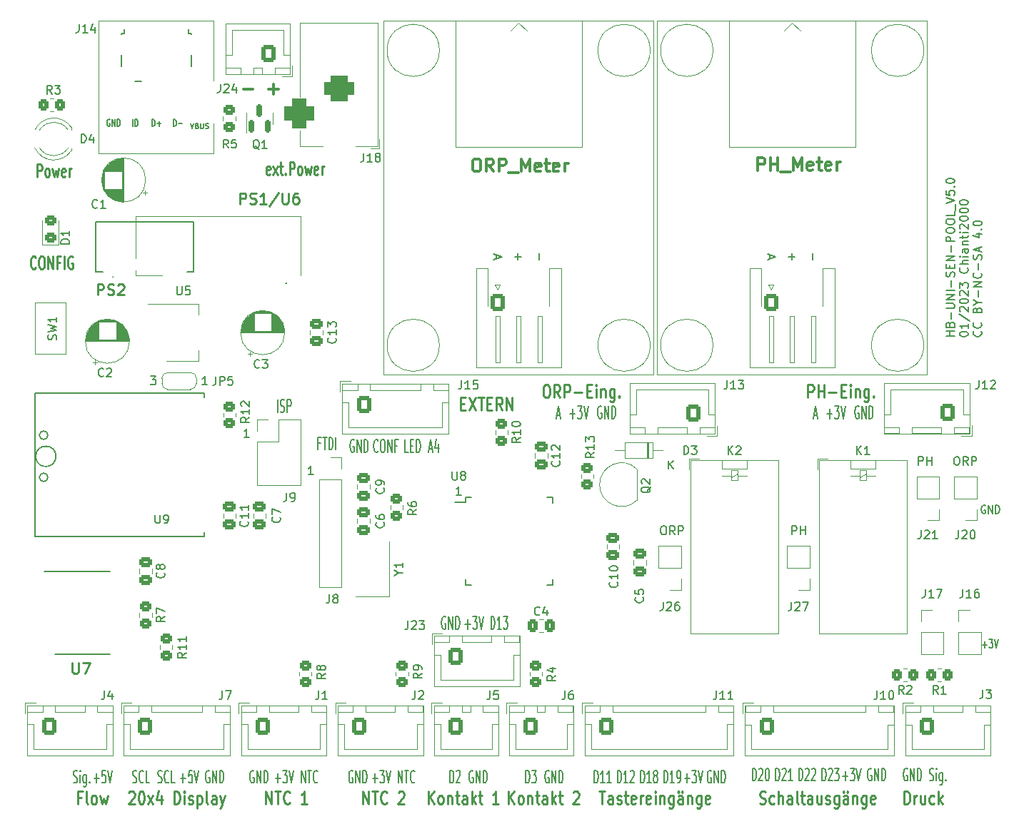
<source format=gto>
G04 #@! TF.GenerationSoftware,KiCad,Pcbnew,(6.0.8)*
G04 #@! TF.CreationDate,2023-01-21T21:03:47+01:00*
G04 #@! TF.ProjectId,HB-UNI-SEN-POOL_2023_05,48422d55-4e49-42d5-9345-4e2d504f4f4c,rev?*
G04 #@! TF.SameCoordinates,Original*
G04 #@! TF.FileFunction,Legend,Top*
G04 #@! TF.FilePolarity,Positive*
%FSLAX46Y46*%
G04 Gerber Fmt 4.6, Leading zero omitted, Abs format (unit mm)*
G04 Created by KiCad (PCBNEW (6.0.8)) date 2023-01-21 21:03:47*
%MOMM*%
%LPD*%
G01*
G04 APERTURE LIST*
G04 Aperture macros list*
%AMRoundRect*
0 Rectangle with rounded corners*
0 $1 Rounding radius*
0 $2 $3 $4 $5 $6 $7 $8 $9 X,Y pos of 4 corners*
0 Add a 4 corners polygon primitive as box body*
4,1,4,$2,$3,$4,$5,$6,$7,$8,$9,$2,$3,0*
0 Add four circle primitives for the rounded corners*
1,1,$1+$1,$2,$3*
1,1,$1+$1,$4,$5*
1,1,$1+$1,$6,$7*
1,1,$1+$1,$8,$9*
0 Add four rect primitives between the rounded corners*
20,1,$1+$1,$2,$3,$4,$5,0*
20,1,$1+$1,$4,$5,$6,$7,0*
20,1,$1+$1,$6,$7,$8,$9,0*
20,1,$1+$1,$8,$9,$2,$3,0*%
%AMFreePoly0*
4,1,22,0.550000,-0.750000,0.000000,-0.750000,0.000000,-0.745033,-0.079941,-0.743568,-0.215256,-0.701293,-0.333266,-0.622738,-0.424486,-0.514219,-0.481581,-0.384460,-0.499164,-0.250000,-0.500000,-0.250000,-0.500000,0.250000,-0.499164,0.250000,-0.499963,0.256109,-0.478152,0.396186,-0.417904,0.524511,-0.324060,0.630769,-0.204165,0.706417,-0.067858,0.745374,0.000000,0.744959,0.000000,0.750000,
0.550000,0.750000,0.550000,-0.750000,0.550000,-0.750000,$1*%
%AMFreePoly1*
4,1,20,0.000000,0.744959,0.073905,0.744508,0.209726,0.703889,0.328688,0.626782,0.421226,0.519385,0.479903,0.390333,0.500000,0.250000,0.500000,-0.250000,0.499851,-0.262216,0.476331,-0.402017,0.414519,-0.529596,0.319384,-0.634700,0.198574,-0.708877,0.061801,-0.746166,0.000000,-0.745033,0.000000,-0.750000,-0.550000,-0.750000,-0.550000,0.750000,0.000000,0.750000,0.000000,0.744959,
0.000000,0.744959,$1*%
G04 Aperture macros list end*
%ADD10C,0.300000*%
%ADD11C,0.200000*%
%ADD12C,0.250000*%
%ADD13C,0.150000*%
%ADD14C,0.254000*%
%ADD15C,0.120000*%
%ADD16C,0.100000*%
%ADD17RoundRect,0.250000X0.450000X-0.350000X0.450000X0.350000X-0.450000X0.350000X-0.450000X-0.350000X0*%
%ADD18RoundRect,0.250000X0.475000X-0.337500X0.475000X0.337500X-0.475000X0.337500X-0.475000X-0.337500X0*%
%ADD19R,2.000000X1.500000*%
%ADD20R,2.000000X3.800000*%
%ADD21RoundRect,0.250000X-0.600000X-0.725000X0.600000X-0.725000X0.600000X0.725000X-0.600000X0.725000X0*%
%ADD22O,1.700000X1.950000*%
%ADD23RoundRect,0.250000X0.450000X-0.325000X0.450000X0.325000X-0.450000X0.325000X-0.450000X-0.325000X0*%
%ADD24RoundRect,0.250000X0.350000X0.450000X-0.350000X0.450000X-0.350000X-0.450000X0.350000X-0.450000X0*%
%ADD25RoundRect,0.250000X0.600000X0.725000X-0.600000X0.725000X-0.600000X-0.725000X0.600000X-0.725000X0*%
%ADD26RoundRect,0.250000X-0.475000X0.337500X-0.475000X-0.337500X0.475000X-0.337500X0.475000X0.337500X0*%
%ADD27R,1.700000X1.700000*%
%ADD28O,1.700000X1.700000*%
%ADD29RoundRect,0.250000X-0.600000X-0.750000X0.600000X-0.750000X0.600000X0.750000X-0.600000X0.750000X0*%
%ADD30O,1.700000X2.000000*%
%ADD31C,5.100000*%
%ADD32RoundRect,0.250000X-0.337500X-0.475000X0.337500X-0.475000X0.337500X0.475000X-0.337500X0.475000X0*%
%ADD33C,1.600000*%
%ADD34R,1.500000X1.500000*%
%ADD35C,1.500000*%
%ADD36RoundRect,0.250000X0.600000X0.750000X-0.600000X0.750000X-0.600000X-0.750000X0.600000X-0.750000X0*%
%ADD37RoundRect,0.150000X0.150000X-0.587500X0.150000X0.587500X-0.150000X0.587500X-0.150000X-0.587500X0*%
%ADD38RoundRect,0.250000X-0.450000X0.350000X-0.450000X-0.350000X0.450000X-0.350000X0.450000X0.350000X0*%
%ADD39C,6.000000*%
%ADD40C,3.500000*%
%ADD41R,3.500000X3.500000*%
%ADD42RoundRect,0.750000X-1.000000X0.750000X-1.000000X-0.750000X1.000000X-0.750000X1.000000X0.750000X0*%
%ADD43RoundRect,0.875000X-0.875000X0.875000X-0.875000X-0.875000X0.875000X-0.875000X0.875000X0.875000X0*%
%ADD44R,1.600000X1.600000*%
%ADD45R,1.500000X1.050000*%
%ADD46O,1.500000X1.050000*%
%ADD47R,1.400000X1.400000*%
%ADD48C,1.400000*%
%ADD49O,1.500000X1.500000*%
%ADD50R,1.800000X1.800000*%
%ADD51C,1.800000*%
%ADD52R,1.500000X0.550000*%
%ADD53R,0.550000X1.500000*%
%ADD54C,5.800000*%
%ADD55O,3.500000X7.000000*%
%ADD56O,1.600000X2.500000*%
%ADD57R,1.600000X2.180000*%
%ADD58C,4.000000*%
%ADD59C,2.000000*%
%ADD60C,1.350000*%
%ADD61R,1.800000X1.350000*%
%ADD62C,2.200000*%
%ADD63C,0.500000*%
%ADD64R,1.130000X1.130000*%
%ADD65C,1.130000*%
%ADD66R,3.800000X1.200000*%
%ADD67R,3.800000X1.400000*%
%ADD68FreePoly0,180.000000*%
%ADD69R,1.000000X1.500000*%
%ADD70FreePoly1,180.000000*%
G04 APERTURE END LIST*
D10*
X136819285Y-54132871D02*
X136819285Y-52632871D01*
X137390714Y-52632871D01*
X137533571Y-52704300D01*
X137605000Y-52775728D01*
X137676428Y-52918585D01*
X137676428Y-53132871D01*
X137605000Y-53275728D01*
X137533571Y-53347157D01*
X137390714Y-53418585D01*
X136819285Y-53418585D01*
X138319285Y-54132871D02*
X138319285Y-52632871D01*
X138319285Y-53347157D02*
X139176428Y-53347157D01*
X139176428Y-54132871D02*
X139176428Y-52632871D01*
X139533571Y-54275728D02*
X140676428Y-54275728D01*
X141033571Y-54132871D02*
X141033571Y-52632871D01*
X141533571Y-53704300D01*
X142033571Y-52632871D01*
X142033571Y-54132871D01*
X143319285Y-54061442D02*
X143176428Y-54132871D01*
X142890714Y-54132871D01*
X142747857Y-54061442D01*
X142676428Y-53918585D01*
X142676428Y-53347157D01*
X142747857Y-53204300D01*
X142890714Y-53132871D01*
X143176428Y-53132871D01*
X143319285Y-53204300D01*
X143390714Y-53347157D01*
X143390714Y-53490014D01*
X142676428Y-53632871D01*
X143819285Y-53132871D02*
X144390714Y-53132871D01*
X144033571Y-52632871D02*
X144033571Y-53918585D01*
X144105000Y-54061442D01*
X144247857Y-54132871D01*
X144390714Y-54132871D01*
X145462142Y-54061442D02*
X145319285Y-54132871D01*
X145033571Y-54132871D01*
X144890714Y-54061442D01*
X144819285Y-53918585D01*
X144819285Y-53347157D01*
X144890714Y-53204300D01*
X145033571Y-53132871D01*
X145319285Y-53132871D01*
X145462142Y-53204300D01*
X145533571Y-53347157D01*
X145533571Y-53490014D01*
X144819285Y-53632871D01*
X146176428Y-54132871D02*
X146176428Y-53132871D01*
X146176428Y-53418585D02*
X146247857Y-53275728D01*
X146319285Y-53204300D01*
X146462142Y-53132871D01*
X146605000Y-53132871D01*
X103335000Y-52759871D02*
X103620714Y-52759871D01*
X103763571Y-52831300D01*
X103906428Y-52974157D01*
X103977857Y-53259871D01*
X103977857Y-53759871D01*
X103906428Y-54045585D01*
X103763571Y-54188442D01*
X103620714Y-54259871D01*
X103335000Y-54259871D01*
X103192142Y-54188442D01*
X103049285Y-54045585D01*
X102977857Y-53759871D01*
X102977857Y-53259871D01*
X103049285Y-52974157D01*
X103192142Y-52831300D01*
X103335000Y-52759871D01*
X105477857Y-54259871D02*
X104977857Y-53545585D01*
X104620714Y-54259871D02*
X104620714Y-52759871D01*
X105192142Y-52759871D01*
X105335000Y-52831300D01*
X105406428Y-52902728D01*
X105477857Y-53045585D01*
X105477857Y-53259871D01*
X105406428Y-53402728D01*
X105335000Y-53474157D01*
X105192142Y-53545585D01*
X104620714Y-53545585D01*
X106120714Y-54259871D02*
X106120714Y-52759871D01*
X106692142Y-52759871D01*
X106835000Y-52831300D01*
X106906428Y-52902728D01*
X106977857Y-53045585D01*
X106977857Y-53259871D01*
X106906428Y-53402728D01*
X106835000Y-53474157D01*
X106692142Y-53545585D01*
X106120714Y-53545585D01*
X107263571Y-54402728D02*
X108406428Y-54402728D01*
X108763571Y-54259871D02*
X108763571Y-52759871D01*
X109263571Y-53831300D01*
X109763571Y-52759871D01*
X109763571Y-54259871D01*
X111049285Y-54188442D02*
X110906428Y-54259871D01*
X110620714Y-54259871D01*
X110477857Y-54188442D01*
X110406428Y-54045585D01*
X110406428Y-53474157D01*
X110477857Y-53331300D01*
X110620714Y-53259871D01*
X110906428Y-53259871D01*
X111049285Y-53331300D01*
X111120714Y-53474157D01*
X111120714Y-53617014D01*
X110406428Y-53759871D01*
X111549285Y-53259871D02*
X112120714Y-53259871D01*
X111763571Y-52759871D02*
X111763571Y-54045585D01*
X111835000Y-54188442D01*
X111977857Y-54259871D01*
X112120714Y-54259871D01*
X113192142Y-54188442D02*
X113049285Y-54259871D01*
X112763571Y-54259871D01*
X112620714Y-54188442D01*
X112549285Y-54045585D01*
X112549285Y-53474157D01*
X112620714Y-53331300D01*
X112763571Y-53259871D01*
X113049285Y-53259871D01*
X113192142Y-53331300D01*
X113263571Y-53474157D01*
X113263571Y-53617014D01*
X112549285Y-53759871D01*
X113906428Y-54259871D02*
X113906428Y-53259871D01*
X113906428Y-53545585D02*
X113977857Y-53402728D01*
X114049285Y-53331300D01*
X114192142Y-53259871D01*
X114335000Y-53259871D01*
D11*
X101631714Y-92641680D02*
X101060285Y-92641680D01*
X101346000Y-92641680D02*
X101346000Y-91641680D01*
X101250761Y-91784538D01*
X101155523Y-91879776D01*
X101060285Y-91927395D01*
X94211666Y-126824871D02*
X94211666Y-125324871D01*
X94668809Y-126824871D01*
X94668809Y-125324871D01*
X94935476Y-125324871D02*
X95392619Y-125324871D01*
X95164047Y-126824871D02*
X95164047Y-125324871D01*
X96116428Y-126682014D02*
X96078333Y-126753442D01*
X95964047Y-126824871D01*
X95887857Y-126824871D01*
X95773571Y-126753442D01*
X95697380Y-126610585D01*
X95659285Y-126467728D01*
X95621190Y-126182014D01*
X95621190Y-125967728D01*
X95659285Y-125682014D01*
X95697380Y-125539157D01*
X95773571Y-125396300D01*
X95887857Y-125324871D01*
X95964047Y-125324871D01*
X96078333Y-125396300D01*
X96116428Y-125467728D01*
D12*
X51181238Y-65674014D02*
X51133619Y-65745442D01*
X50990761Y-65816871D01*
X50895523Y-65816871D01*
X50752666Y-65745442D01*
X50657428Y-65602585D01*
X50609809Y-65459728D01*
X50562190Y-65174014D01*
X50562190Y-64959728D01*
X50609809Y-64674014D01*
X50657428Y-64531157D01*
X50752666Y-64388300D01*
X50895523Y-64316871D01*
X50990761Y-64316871D01*
X51133619Y-64388300D01*
X51181238Y-64459728D01*
X51800285Y-64316871D02*
X51990761Y-64316871D01*
X52086000Y-64388300D01*
X52181238Y-64531157D01*
X52228857Y-64816871D01*
X52228857Y-65316871D01*
X52181238Y-65602585D01*
X52086000Y-65745442D01*
X51990761Y-65816871D01*
X51800285Y-65816871D01*
X51705047Y-65745442D01*
X51609809Y-65602585D01*
X51562190Y-65316871D01*
X51562190Y-64816871D01*
X51609809Y-64531157D01*
X51705047Y-64388300D01*
X51800285Y-64316871D01*
X52657428Y-65816871D02*
X52657428Y-64316871D01*
X53228857Y-65816871D01*
X53228857Y-64316871D01*
X54038380Y-65031157D02*
X53705047Y-65031157D01*
X53705047Y-65816871D02*
X53705047Y-64316871D01*
X54181238Y-64316871D01*
X54562190Y-65816871D02*
X54562190Y-64316871D01*
X55562190Y-64388300D02*
X55466952Y-64316871D01*
X55324095Y-64316871D01*
X55181238Y-64388300D01*
X55086000Y-64531157D01*
X55038380Y-64674014D01*
X54990761Y-64959728D01*
X54990761Y-65174014D01*
X55038380Y-65459728D01*
X55086000Y-65602585D01*
X55181238Y-65745442D01*
X55324095Y-65816871D01*
X55419333Y-65816871D01*
X55562190Y-65745442D01*
X55609809Y-65674014D01*
X55609809Y-65174014D01*
X55419333Y-65174014D01*
X107252142Y-129324871D02*
X107252142Y-127824871D01*
X107937857Y-129324871D02*
X107423571Y-128467728D01*
X107937857Y-127824871D02*
X107252142Y-128682014D01*
X108623571Y-129324871D02*
X108509285Y-129253442D01*
X108452142Y-129182014D01*
X108395000Y-129039157D01*
X108395000Y-128610585D01*
X108452142Y-128467728D01*
X108509285Y-128396300D01*
X108623571Y-128324871D01*
X108795000Y-128324871D01*
X108909285Y-128396300D01*
X108966428Y-128467728D01*
X109023571Y-128610585D01*
X109023571Y-129039157D01*
X108966428Y-129182014D01*
X108909285Y-129253442D01*
X108795000Y-129324871D01*
X108623571Y-129324871D01*
X109537857Y-128324871D02*
X109537857Y-129324871D01*
X109537857Y-128467728D02*
X109595000Y-128396300D01*
X109709285Y-128324871D01*
X109880714Y-128324871D01*
X109995000Y-128396300D01*
X110052142Y-128539157D01*
X110052142Y-129324871D01*
X110452142Y-128324871D02*
X110909285Y-128324871D01*
X110623571Y-127824871D02*
X110623571Y-129110585D01*
X110680714Y-129253442D01*
X110795000Y-129324871D01*
X110909285Y-129324871D01*
X111823571Y-129324871D02*
X111823571Y-128539157D01*
X111766428Y-128396300D01*
X111652142Y-128324871D01*
X111423571Y-128324871D01*
X111309285Y-128396300D01*
X111823571Y-129253442D02*
X111709285Y-129324871D01*
X111423571Y-129324871D01*
X111309285Y-129253442D01*
X111252142Y-129110585D01*
X111252142Y-128967728D01*
X111309285Y-128824871D01*
X111423571Y-128753442D01*
X111709285Y-128753442D01*
X111823571Y-128682014D01*
X112395000Y-129324871D02*
X112395000Y-127824871D01*
X112509285Y-128753442D02*
X112852142Y-129324871D01*
X112852142Y-128324871D02*
X112395000Y-128896300D01*
X113195000Y-128324871D02*
X113652142Y-128324871D01*
X113366428Y-127824871D02*
X113366428Y-129110585D01*
X113423571Y-129253442D01*
X113537857Y-129324871D01*
X113652142Y-129324871D01*
X114909285Y-127967728D02*
X114966428Y-127896300D01*
X115080714Y-127824871D01*
X115366428Y-127824871D01*
X115480714Y-127896300D01*
X115537857Y-127967728D01*
X115595000Y-128110585D01*
X115595000Y-128253442D01*
X115537857Y-128467728D01*
X114852142Y-129324871D01*
X115595000Y-129324871D01*
D11*
X103035476Y-125396300D02*
X102959285Y-125324871D01*
X102845000Y-125324871D01*
X102730714Y-125396300D01*
X102654523Y-125539157D01*
X102616428Y-125682014D01*
X102578333Y-125967728D01*
X102578333Y-126182014D01*
X102616428Y-126467728D01*
X102654523Y-126610585D01*
X102730714Y-126753442D01*
X102845000Y-126824871D01*
X102921190Y-126824871D01*
X103035476Y-126753442D01*
X103073571Y-126682014D01*
X103073571Y-126182014D01*
X102921190Y-126182014D01*
X103416428Y-126824871D02*
X103416428Y-125324871D01*
X103873571Y-126824871D01*
X103873571Y-125324871D01*
X104254523Y-126824871D02*
X104254523Y-125324871D01*
X104445000Y-125324871D01*
X104559285Y-125396300D01*
X104635476Y-125539157D01*
X104673571Y-125682014D01*
X104711666Y-125967728D01*
X104711666Y-126182014D01*
X104673571Y-126467728D01*
X104635476Y-126610585D01*
X104559285Y-126753442D01*
X104445000Y-126824871D01*
X104254523Y-126824871D01*
X128116428Y-126253442D02*
X128725952Y-126253442D01*
X128421190Y-126824871D02*
X128421190Y-125682014D01*
X129030714Y-125324871D02*
X129525952Y-125324871D01*
X129259285Y-125896300D01*
X129373571Y-125896300D01*
X129449761Y-125967728D01*
X129487857Y-126039157D01*
X129525952Y-126182014D01*
X129525952Y-126539157D01*
X129487857Y-126682014D01*
X129449761Y-126753442D01*
X129373571Y-126824871D01*
X129145000Y-126824871D01*
X129068809Y-126753442D01*
X129030714Y-126682014D01*
X129754523Y-125324871D02*
X130021190Y-126824871D01*
X130287857Y-125324871D01*
X148785476Y-82146300D02*
X148709285Y-82074871D01*
X148595000Y-82074871D01*
X148480714Y-82146300D01*
X148404523Y-82289157D01*
X148366428Y-82432014D01*
X148328333Y-82717728D01*
X148328333Y-82932014D01*
X148366428Y-83217728D01*
X148404523Y-83360585D01*
X148480714Y-83503442D01*
X148595000Y-83574871D01*
X148671190Y-83574871D01*
X148785476Y-83503442D01*
X148823571Y-83432014D01*
X148823571Y-82932014D01*
X148671190Y-82932014D01*
X149166428Y-83574871D02*
X149166428Y-82074871D01*
X149623571Y-83574871D01*
X149623571Y-82074871D01*
X150004523Y-83574871D02*
X150004523Y-82074871D01*
X150195000Y-82074871D01*
X150309285Y-82146300D01*
X150385476Y-82289157D01*
X150423571Y-82432014D01*
X150461666Y-82717728D01*
X150461666Y-82932014D01*
X150423571Y-83217728D01*
X150385476Y-83360585D01*
X150309285Y-83503442D01*
X150195000Y-83574871D01*
X150004523Y-83574871D01*
X84944047Y-86494157D02*
X84677380Y-86494157D01*
X84677380Y-87279871D02*
X84677380Y-85779871D01*
X85058333Y-85779871D01*
X85248809Y-85779871D02*
X85705952Y-85779871D01*
X85477380Y-87279871D02*
X85477380Y-85779871D01*
X85972619Y-87279871D02*
X85972619Y-85779871D01*
X86163095Y-85779871D01*
X86277380Y-85851300D01*
X86353571Y-85994157D01*
X86391666Y-86137014D01*
X86429761Y-86422728D01*
X86429761Y-86637014D01*
X86391666Y-86922728D01*
X86353571Y-87065585D01*
X86277380Y-87208442D01*
X86163095Y-87279871D01*
X85972619Y-87279871D01*
X86772619Y-87279871D02*
X86772619Y-85779871D01*
D12*
X51363809Y-54894871D02*
X51363809Y-53394871D01*
X51744761Y-53394871D01*
X51840000Y-53466300D01*
X51887619Y-53537728D01*
X51935238Y-53680585D01*
X51935238Y-53894871D01*
X51887619Y-54037728D01*
X51840000Y-54109157D01*
X51744761Y-54180585D01*
X51363809Y-54180585D01*
X52506666Y-54894871D02*
X52411428Y-54823442D01*
X52363809Y-54752014D01*
X52316190Y-54609157D01*
X52316190Y-54180585D01*
X52363809Y-54037728D01*
X52411428Y-53966300D01*
X52506666Y-53894871D01*
X52649523Y-53894871D01*
X52744761Y-53966300D01*
X52792380Y-54037728D01*
X52840000Y-54180585D01*
X52840000Y-54609157D01*
X52792380Y-54752014D01*
X52744761Y-54823442D01*
X52649523Y-54894871D01*
X52506666Y-54894871D01*
X53173333Y-53894871D02*
X53363809Y-54894871D01*
X53554285Y-54180585D01*
X53744761Y-54894871D01*
X53935238Y-53894871D01*
X54697142Y-54823442D02*
X54601904Y-54894871D01*
X54411428Y-54894871D01*
X54316190Y-54823442D01*
X54268571Y-54680585D01*
X54268571Y-54109157D01*
X54316190Y-53966300D01*
X54411428Y-53894871D01*
X54601904Y-53894871D01*
X54697142Y-53966300D01*
X54744761Y-54109157D01*
X54744761Y-54252014D01*
X54268571Y-54394871D01*
X55173333Y-54894871D02*
X55173333Y-53894871D01*
X55173333Y-54180585D02*
X55220952Y-54037728D01*
X55268571Y-53966300D01*
X55363809Y-53894871D01*
X55459047Y-53894871D01*
X118016428Y-127824871D02*
X118702142Y-127824871D01*
X118359285Y-129324871D02*
X118359285Y-127824871D01*
X119616428Y-129324871D02*
X119616428Y-128539157D01*
X119559285Y-128396300D01*
X119445000Y-128324871D01*
X119216428Y-128324871D01*
X119102142Y-128396300D01*
X119616428Y-129253442D02*
X119502142Y-129324871D01*
X119216428Y-129324871D01*
X119102142Y-129253442D01*
X119045000Y-129110585D01*
X119045000Y-128967728D01*
X119102142Y-128824871D01*
X119216428Y-128753442D01*
X119502142Y-128753442D01*
X119616428Y-128682014D01*
X120130714Y-129253442D02*
X120245000Y-129324871D01*
X120473571Y-129324871D01*
X120587857Y-129253442D01*
X120645000Y-129110585D01*
X120645000Y-129039157D01*
X120587857Y-128896300D01*
X120473571Y-128824871D01*
X120302142Y-128824871D01*
X120187857Y-128753442D01*
X120130714Y-128610585D01*
X120130714Y-128539157D01*
X120187857Y-128396300D01*
X120302142Y-128324871D01*
X120473571Y-128324871D01*
X120587857Y-128396300D01*
X120987857Y-128324871D02*
X121445000Y-128324871D01*
X121159285Y-127824871D02*
X121159285Y-129110585D01*
X121216428Y-129253442D01*
X121330714Y-129324871D01*
X121445000Y-129324871D01*
X122302142Y-129253442D02*
X122187857Y-129324871D01*
X121959285Y-129324871D01*
X121845000Y-129253442D01*
X121787857Y-129110585D01*
X121787857Y-128539157D01*
X121845000Y-128396300D01*
X121959285Y-128324871D01*
X122187857Y-128324871D01*
X122302142Y-128396300D01*
X122359285Y-128539157D01*
X122359285Y-128682014D01*
X121787857Y-128824871D01*
X122873571Y-129324871D02*
X122873571Y-128324871D01*
X122873571Y-128610585D02*
X122930714Y-128467728D01*
X122987857Y-128396300D01*
X123102142Y-128324871D01*
X123216428Y-128324871D01*
X124073571Y-129253442D02*
X123959285Y-129324871D01*
X123730714Y-129324871D01*
X123616428Y-129253442D01*
X123559285Y-129110585D01*
X123559285Y-128539157D01*
X123616428Y-128396300D01*
X123730714Y-128324871D01*
X123959285Y-128324871D01*
X124073571Y-128396300D01*
X124130714Y-128539157D01*
X124130714Y-128682014D01*
X123559285Y-128824871D01*
X124645000Y-129324871D02*
X124645000Y-128324871D01*
X124645000Y-127824871D02*
X124587857Y-127896300D01*
X124645000Y-127967728D01*
X124702142Y-127896300D01*
X124645000Y-127824871D01*
X124645000Y-127967728D01*
X125216428Y-128324871D02*
X125216428Y-129324871D01*
X125216428Y-128467728D02*
X125273571Y-128396300D01*
X125387857Y-128324871D01*
X125559285Y-128324871D01*
X125673571Y-128396300D01*
X125730714Y-128539157D01*
X125730714Y-129324871D01*
X126816428Y-128324871D02*
X126816428Y-129539157D01*
X126759285Y-129682014D01*
X126702142Y-129753442D01*
X126587857Y-129824871D01*
X126416428Y-129824871D01*
X126302142Y-129753442D01*
X126816428Y-129253442D02*
X126702142Y-129324871D01*
X126473571Y-129324871D01*
X126359285Y-129253442D01*
X126302142Y-129182014D01*
X126244999Y-129039157D01*
X126244999Y-128610585D01*
X126302142Y-128467728D01*
X126359285Y-128396300D01*
X126473571Y-128324871D01*
X126702142Y-128324871D01*
X126816428Y-128396300D01*
X127902142Y-129324871D02*
X127902142Y-128539157D01*
X127845000Y-128396300D01*
X127730714Y-128324871D01*
X127502142Y-128324871D01*
X127387857Y-128396300D01*
X127902142Y-129253442D02*
X127787857Y-129324871D01*
X127502142Y-129324871D01*
X127387857Y-129253442D01*
X127330714Y-129110585D01*
X127330714Y-128967728D01*
X127387857Y-128824871D01*
X127502142Y-128753442D01*
X127787857Y-128753442D01*
X127902142Y-128682014D01*
X127387857Y-127824871D02*
X127445000Y-127896300D01*
X127387857Y-127967728D01*
X127330714Y-127896300D01*
X127387857Y-127824871D01*
X127387857Y-127967728D01*
X127845000Y-127824871D02*
X127902142Y-127896300D01*
X127845000Y-127967728D01*
X127787857Y-127896300D01*
X127845000Y-127824871D01*
X127845000Y-127967728D01*
X128473571Y-128324871D02*
X128473571Y-129324871D01*
X128473571Y-128467728D02*
X128530714Y-128396300D01*
X128644999Y-128324871D01*
X128816428Y-128324871D01*
X128930714Y-128396300D01*
X128987857Y-128539157D01*
X128987857Y-129324871D01*
X130073571Y-128324871D02*
X130073571Y-129539157D01*
X130016428Y-129682014D01*
X129959285Y-129753442D01*
X129844999Y-129824871D01*
X129673571Y-129824871D01*
X129559285Y-129753442D01*
X130073571Y-129253442D02*
X129959285Y-129324871D01*
X129730714Y-129324871D01*
X129616428Y-129253442D01*
X129559285Y-129182014D01*
X129502142Y-129039157D01*
X129502142Y-128610585D01*
X129559285Y-128467728D01*
X129616428Y-128396300D01*
X129730714Y-128324871D01*
X129959285Y-128324871D01*
X130073571Y-128396300D01*
X131102142Y-129253442D02*
X130987857Y-129324871D01*
X130759285Y-129324871D01*
X130644999Y-129253442D01*
X130587857Y-129110585D01*
X130587857Y-128539157D01*
X130644999Y-128396300D01*
X130759285Y-128324871D01*
X130987857Y-128324871D01*
X131102142Y-128396300D01*
X131159285Y-128539157D01*
X131159285Y-128682014D01*
X130587857Y-128824871D01*
D11*
X154535476Y-125146300D02*
X154459285Y-125074871D01*
X154345000Y-125074871D01*
X154230714Y-125146300D01*
X154154523Y-125289157D01*
X154116428Y-125432014D01*
X154078333Y-125717728D01*
X154078333Y-125932014D01*
X154116428Y-126217728D01*
X154154523Y-126360585D01*
X154230714Y-126503442D01*
X154345000Y-126574871D01*
X154421190Y-126574871D01*
X154535476Y-126503442D01*
X154573571Y-126432014D01*
X154573571Y-125932014D01*
X154421190Y-125932014D01*
X154916428Y-126574871D02*
X154916428Y-125074871D01*
X155373571Y-126574871D01*
X155373571Y-125074871D01*
X155754523Y-126574871D02*
X155754523Y-125074871D01*
X155945000Y-125074871D01*
X156059285Y-125146300D01*
X156135476Y-125289157D01*
X156173571Y-125432014D01*
X156211666Y-125717728D01*
X156211666Y-125932014D01*
X156173571Y-126217728D01*
X156135476Y-126360585D01*
X156059285Y-126503442D01*
X155945000Y-126574871D01*
X155754523Y-126574871D01*
X71785476Y-125396300D02*
X71709285Y-125324871D01*
X71595000Y-125324871D01*
X71480714Y-125396300D01*
X71404523Y-125539157D01*
X71366428Y-125682014D01*
X71328333Y-125967728D01*
X71328333Y-126182014D01*
X71366428Y-126467728D01*
X71404523Y-126610585D01*
X71480714Y-126753442D01*
X71595000Y-126824871D01*
X71671190Y-126824871D01*
X71785476Y-126753442D01*
X71823571Y-126682014D01*
X71823571Y-126182014D01*
X71671190Y-126182014D01*
X72166428Y-126824871D02*
X72166428Y-125324871D01*
X72623571Y-126824871D01*
X72623571Y-125324871D01*
X73004523Y-126824871D02*
X73004523Y-125324871D01*
X73195000Y-125324871D01*
X73309285Y-125396300D01*
X73385476Y-125539157D01*
X73423571Y-125682014D01*
X73461666Y-125967728D01*
X73461666Y-126182014D01*
X73423571Y-126467728D01*
X73385476Y-126610585D01*
X73309285Y-126753442D01*
X73195000Y-126824871D01*
X73004523Y-126824871D01*
X136173571Y-126574871D02*
X136173571Y-125074871D01*
X136364047Y-125074871D01*
X136478333Y-125146300D01*
X136554523Y-125289157D01*
X136592619Y-125432014D01*
X136630714Y-125717728D01*
X136630714Y-125932014D01*
X136592619Y-126217728D01*
X136554523Y-126360585D01*
X136478333Y-126503442D01*
X136364047Y-126574871D01*
X136173571Y-126574871D01*
X136935476Y-125217728D02*
X136973571Y-125146300D01*
X137049761Y-125074871D01*
X137240238Y-125074871D01*
X137316428Y-125146300D01*
X137354523Y-125217728D01*
X137392619Y-125360585D01*
X137392619Y-125503442D01*
X137354523Y-125717728D01*
X136897380Y-126574871D01*
X137392619Y-126574871D01*
X137887857Y-125074871D02*
X137964047Y-125074871D01*
X138040238Y-125146300D01*
X138078333Y-125217728D01*
X138116428Y-125360585D01*
X138154523Y-125646300D01*
X138154523Y-126003442D01*
X138116428Y-126289157D01*
X138078333Y-126432014D01*
X138040238Y-126503442D01*
X137964047Y-126574871D01*
X137887857Y-126574871D01*
X137811666Y-126503442D01*
X137773571Y-126432014D01*
X137735476Y-126289157D01*
X137697380Y-126003442D01*
X137697380Y-125646300D01*
X137735476Y-125360585D01*
X137773571Y-125217728D01*
X137811666Y-125146300D01*
X137887857Y-125074871D01*
X105173571Y-108574871D02*
X105173571Y-107074871D01*
X105364047Y-107074871D01*
X105478333Y-107146300D01*
X105554523Y-107289157D01*
X105592619Y-107432014D01*
X105630714Y-107717728D01*
X105630714Y-107932014D01*
X105592619Y-108217728D01*
X105554523Y-108360585D01*
X105478333Y-108503442D01*
X105364047Y-108574871D01*
X105173571Y-108574871D01*
X106392619Y-108574871D02*
X105935476Y-108574871D01*
X106164047Y-108574871D02*
X106164047Y-107074871D01*
X106087857Y-107289157D01*
X106011666Y-107432014D01*
X105935476Y-107503442D01*
X106659285Y-107074871D02*
X107154523Y-107074871D01*
X106887857Y-107646300D01*
X107002142Y-107646300D01*
X107078333Y-107717728D01*
X107116428Y-107789157D01*
X107154523Y-107932014D01*
X107154523Y-108289157D01*
X107116428Y-108432014D01*
X107078333Y-108503442D01*
X107002142Y-108574871D01*
X106773571Y-108574871D01*
X106697380Y-108503442D01*
X106659285Y-108432014D01*
X77035476Y-125396300D02*
X76959285Y-125324871D01*
X76845000Y-125324871D01*
X76730714Y-125396300D01*
X76654523Y-125539157D01*
X76616428Y-125682014D01*
X76578333Y-125967728D01*
X76578333Y-126182014D01*
X76616428Y-126467728D01*
X76654523Y-126610585D01*
X76730714Y-126753442D01*
X76845000Y-126824871D01*
X76921190Y-126824871D01*
X77035476Y-126753442D01*
X77073571Y-126682014D01*
X77073571Y-126182014D01*
X76921190Y-126182014D01*
X77416428Y-126824871D02*
X77416428Y-125324871D01*
X77873571Y-126824871D01*
X77873571Y-125324871D01*
X78254523Y-126824871D02*
X78254523Y-125324871D01*
X78445000Y-125324871D01*
X78559285Y-125396300D01*
X78635476Y-125539157D01*
X78673571Y-125682014D01*
X78711666Y-125967728D01*
X78711666Y-126182014D01*
X78673571Y-126467728D01*
X78635476Y-126610585D01*
X78559285Y-126753442D01*
X78445000Y-126824871D01*
X78254523Y-126824871D01*
X88785476Y-125396300D02*
X88709285Y-125324871D01*
X88595000Y-125324871D01*
X88480714Y-125396300D01*
X88404523Y-125539157D01*
X88366428Y-125682014D01*
X88328333Y-125967728D01*
X88328333Y-126182014D01*
X88366428Y-126467728D01*
X88404523Y-126610585D01*
X88480714Y-126753442D01*
X88595000Y-126824871D01*
X88671190Y-126824871D01*
X88785476Y-126753442D01*
X88823571Y-126682014D01*
X88823571Y-126182014D01*
X88671190Y-126182014D01*
X89166428Y-126824871D02*
X89166428Y-125324871D01*
X89623571Y-126824871D01*
X89623571Y-125324871D01*
X90004523Y-126824871D02*
X90004523Y-125324871D01*
X90195000Y-125324871D01*
X90309285Y-125396300D01*
X90385476Y-125539157D01*
X90423571Y-125682014D01*
X90461666Y-125967728D01*
X90461666Y-126182014D01*
X90423571Y-126467728D01*
X90385476Y-126610585D01*
X90309285Y-126753442D01*
X90195000Y-126824871D01*
X90004523Y-126824871D01*
X79864047Y-82834871D02*
X79864047Y-81334871D01*
X80206904Y-82763442D02*
X80321190Y-82834871D01*
X80511666Y-82834871D01*
X80587857Y-82763442D01*
X80625952Y-82692014D01*
X80664047Y-82549157D01*
X80664047Y-82406300D01*
X80625952Y-82263442D01*
X80587857Y-82192014D01*
X80511666Y-82120585D01*
X80359285Y-82049157D01*
X80283095Y-81977728D01*
X80245000Y-81906300D01*
X80206904Y-81763442D01*
X80206904Y-81620585D01*
X80245000Y-81477728D01*
X80283095Y-81406300D01*
X80359285Y-81334871D01*
X80549761Y-81334871D01*
X80664047Y-81406300D01*
X81006904Y-82834871D02*
X81006904Y-81334871D01*
X81311666Y-81334871D01*
X81387857Y-81406300D01*
X81425952Y-81477728D01*
X81464047Y-81620585D01*
X81464047Y-81834871D01*
X81425952Y-81977728D01*
X81387857Y-82049157D01*
X81311666Y-82120585D01*
X81006904Y-82120585D01*
X97853571Y-87146300D02*
X98234523Y-87146300D01*
X97777380Y-87574871D02*
X98044047Y-86074871D01*
X98310714Y-87574871D01*
X98920238Y-86574871D02*
X98920238Y-87574871D01*
X98729761Y-86003442D02*
X98539285Y-87074871D01*
X99034523Y-87074871D01*
X55673571Y-126753442D02*
X55787857Y-126824871D01*
X55978333Y-126824871D01*
X56054523Y-126753442D01*
X56092619Y-126682014D01*
X56130714Y-126539157D01*
X56130714Y-126396300D01*
X56092619Y-126253442D01*
X56054523Y-126182014D01*
X55978333Y-126110585D01*
X55825952Y-126039157D01*
X55749761Y-125967728D01*
X55711666Y-125896300D01*
X55673571Y-125753442D01*
X55673571Y-125610585D01*
X55711666Y-125467728D01*
X55749761Y-125396300D01*
X55825952Y-125324871D01*
X56016428Y-125324871D01*
X56130714Y-125396300D01*
X56473571Y-126824871D02*
X56473571Y-125824871D01*
X56473571Y-125324871D02*
X56435476Y-125396300D01*
X56473571Y-125467728D01*
X56511666Y-125396300D01*
X56473571Y-125324871D01*
X56473571Y-125467728D01*
X57197380Y-125824871D02*
X57197380Y-127039157D01*
X57159285Y-127182014D01*
X57121190Y-127253442D01*
X57045000Y-127324871D01*
X56930714Y-127324871D01*
X56854523Y-127253442D01*
X57197380Y-126753442D02*
X57121190Y-126824871D01*
X56968809Y-126824871D01*
X56892619Y-126753442D01*
X56854523Y-126682014D01*
X56816428Y-126539157D01*
X56816428Y-126110585D01*
X56854523Y-125967728D01*
X56892619Y-125896300D01*
X56968809Y-125824871D01*
X57121190Y-125824871D01*
X57197380Y-125896300D01*
X57578333Y-126682014D02*
X57616428Y-126753442D01*
X57578333Y-126824871D01*
X57540238Y-126753442D01*
X57578333Y-126682014D01*
X57578333Y-126824871D01*
X131285476Y-125396300D02*
X131209285Y-125324871D01*
X131095000Y-125324871D01*
X130980714Y-125396300D01*
X130904523Y-125539157D01*
X130866428Y-125682014D01*
X130828333Y-125967728D01*
X130828333Y-126182014D01*
X130866428Y-126467728D01*
X130904523Y-126610585D01*
X130980714Y-126753442D01*
X131095000Y-126824871D01*
X131171190Y-126824871D01*
X131285476Y-126753442D01*
X131323571Y-126682014D01*
X131323571Y-126182014D01*
X131171190Y-126182014D01*
X131666428Y-126824871D02*
X131666428Y-125324871D01*
X132123571Y-126824871D01*
X132123571Y-125324871D01*
X132504523Y-126824871D02*
X132504523Y-125324871D01*
X132695000Y-125324871D01*
X132809285Y-125396300D01*
X132885476Y-125539157D01*
X132923571Y-125682014D01*
X132961666Y-125967728D01*
X132961666Y-126182014D01*
X132923571Y-126467728D01*
X132885476Y-126610585D01*
X132809285Y-126753442D01*
X132695000Y-126824871D01*
X132504523Y-126824871D01*
X143454523Y-83146300D02*
X143835476Y-83146300D01*
X143378333Y-83574871D02*
X143645000Y-82074871D01*
X143911666Y-83574871D01*
D13*
X155859285Y-89098680D02*
X155859285Y-88098680D01*
X156240238Y-88098680D01*
X156335476Y-88146300D01*
X156383095Y-88193919D01*
X156430714Y-88289157D01*
X156430714Y-88432014D01*
X156383095Y-88527252D01*
X156335476Y-88574871D01*
X156240238Y-88622490D01*
X155859285Y-88622490D01*
X156859285Y-89098680D02*
X156859285Y-88098680D01*
X156859285Y-88574871D02*
X157430714Y-88574871D01*
X157430714Y-89098680D02*
X157430714Y-88098680D01*
X160299761Y-88098680D02*
X160490238Y-88098680D01*
X160585476Y-88146300D01*
X160680714Y-88241538D01*
X160728333Y-88432014D01*
X160728333Y-88765347D01*
X160680714Y-88955823D01*
X160585476Y-89051061D01*
X160490238Y-89098680D01*
X160299761Y-89098680D01*
X160204523Y-89051061D01*
X160109285Y-88955823D01*
X160061666Y-88765347D01*
X160061666Y-88432014D01*
X160109285Y-88241538D01*
X160204523Y-88146300D01*
X160299761Y-88098680D01*
X161728333Y-89098680D02*
X161395000Y-88622490D01*
X161156904Y-89098680D02*
X161156904Y-88098680D01*
X161537857Y-88098680D01*
X161633095Y-88146300D01*
X161680714Y-88193919D01*
X161728333Y-88289157D01*
X161728333Y-88432014D01*
X161680714Y-88527252D01*
X161633095Y-88574871D01*
X161537857Y-88622490D01*
X161156904Y-88622490D01*
X162156904Y-89098680D02*
X162156904Y-88098680D01*
X162537857Y-88098680D01*
X162633095Y-88146300D01*
X162680714Y-88193919D01*
X162728333Y-88289157D01*
X162728333Y-88432014D01*
X162680714Y-88527252D01*
X162633095Y-88574871D01*
X162537857Y-88622490D01*
X162156904Y-88622490D01*
D11*
X68366428Y-126253442D02*
X68975952Y-126253442D01*
X68671190Y-126824871D02*
X68671190Y-125682014D01*
X69737857Y-125324871D02*
X69356904Y-125324871D01*
X69318809Y-126039157D01*
X69356904Y-125967728D01*
X69433095Y-125896300D01*
X69623571Y-125896300D01*
X69699761Y-125967728D01*
X69737857Y-126039157D01*
X69775952Y-126182014D01*
X69775952Y-126539157D01*
X69737857Y-126682014D01*
X69699761Y-126753442D01*
X69623571Y-126824871D01*
X69433095Y-126824871D01*
X69356904Y-126753442D01*
X69318809Y-126682014D01*
X70004523Y-125324871D02*
X70271190Y-126824871D01*
X70537857Y-125324871D01*
D12*
X56580714Y-128539157D02*
X56180714Y-128539157D01*
X56180714Y-129324871D02*
X56180714Y-127824871D01*
X56752142Y-127824871D01*
X57380714Y-129324871D02*
X57266428Y-129253442D01*
X57209285Y-129110585D01*
X57209285Y-127824871D01*
X58009285Y-129324871D02*
X57895000Y-129253442D01*
X57837857Y-129182014D01*
X57780714Y-129039157D01*
X57780714Y-128610585D01*
X57837857Y-128467728D01*
X57895000Y-128396300D01*
X58009285Y-128324871D01*
X58180714Y-128324871D01*
X58295000Y-128396300D01*
X58352142Y-128467728D01*
X58409285Y-128610585D01*
X58409285Y-129039157D01*
X58352142Y-129182014D01*
X58295000Y-129253442D01*
X58180714Y-129324871D01*
X58009285Y-129324871D01*
X58809285Y-128324871D02*
X59037857Y-129324871D01*
X59266428Y-128610585D01*
X59495000Y-129324871D01*
X59723571Y-128324871D01*
D13*
X163438000Y-110421728D02*
X163971333Y-110421728D01*
X163704666Y-110802680D02*
X163704666Y-110040776D01*
X164238000Y-109802680D02*
X164671333Y-109802680D01*
X164438000Y-110183633D01*
X164538000Y-110183633D01*
X164604666Y-110231252D01*
X164638000Y-110278871D01*
X164671333Y-110374109D01*
X164671333Y-110612204D01*
X164638000Y-110707442D01*
X164604666Y-110755061D01*
X164538000Y-110802680D01*
X164338000Y-110802680D01*
X164271333Y-110755061D01*
X164238000Y-110707442D01*
X164871333Y-109802680D02*
X165104666Y-110802680D01*
X165338000Y-109802680D01*
D11*
X79616428Y-126253442D02*
X80225952Y-126253442D01*
X79921190Y-126824871D02*
X79921190Y-125682014D01*
X80530714Y-125324871D02*
X81025952Y-125324871D01*
X80759285Y-125896300D01*
X80873571Y-125896300D01*
X80949761Y-125967728D01*
X80987857Y-126039157D01*
X81025952Y-126182014D01*
X81025952Y-126539157D01*
X80987857Y-126682014D01*
X80949761Y-126753442D01*
X80873571Y-126824871D01*
X80645000Y-126824871D01*
X80568809Y-126753442D01*
X80530714Y-126682014D01*
X81254523Y-125324871D02*
X81521190Y-126824871D01*
X81787857Y-125324871D01*
X160132380Y-73787204D02*
X159132380Y-73787204D01*
X159608571Y-73787204D02*
X159608571Y-73215776D01*
X160132380Y-73215776D02*
X159132380Y-73215776D01*
X159608571Y-72406252D02*
X159656190Y-72263395D01*
X159703809Y-72215776D01*
X159799047Y-72168157D01*
X159941904Y-72168157D01*
X160037142Y-72215776D01*
X160084761Y-72263395D01*
X160132380Y-72358633D01*
X160132380Y-72739585D01*
X159132380Y-72739585D01*
X159132380Y-72406252D01*
X159180000Y-72311014D01*
X159227619Y-72263395D01*
X159322857Y-72215776D01*
X159418095Y-72215776D01*
X159513333Y-72263395D01*
X159560952Y-72311014D01*
X159608571Y-72406252D01*
X159608571Y-72739585D01*
X159751428Y-71739585D02*
X159751428Y-70977680D01*
X159132380Y-70501490D02*
X159941904Y-70501490D01*
X160037142Y-70453871D01*
X160084761Y-70406252D01*
X160132380Y-70311014D01*
X160132380Y-70120538D01*
X160084761Y-70025300D01*
X160037142Y-69977680D01*
X159941904Y-69930061D01*
X159132380Y-69930061D01*
X160132380Y-69453871D02*
X159132380Y-69453871D01*
X160132380Y-68882442D01*
X159132380Y-68882442D01*
X160132380Y-68406252D02*
X159132380Y-68406252D01*
X159751428Y-67930061D02*
X159751428Y-67168157D01*
X160084761Y-66739585D02*
X160132380Y-66596728D01*
X160132380Y-66358633D01*
X160084761Y-66263395D01*
X160037142Y-66215776D01*
X159941904Y-66168157D01*
X159846666Y-66168157D01*
X159751428Y-66215776D01*
X159703809Y-66263395D01*
X159656190Y-66358633D01*
X159608571Y-66549109D01*
X159560952Y-66644347D01*
X159513333Y-66691966D01*
X159418095Y-66739585D01*
X159322857Y-66739585D01*
X159227619Y-66691966D01*
X159180000Y-66644347D01*
X159132380Y-66549109D01*
X159132380Y-66311014D01*
X159180000Y-66168157D01*
X159608571Y-65739585D02*
X159608571Y-65406252D01*
X160132380Y-65263395D02*
X160132380Y-65739585D01*
X159132380Y-65739585D01*
X159132380Y-65263395D01*
X160132380Y-64834823D02*
X159132380Y-64834823D01*
X160132380Y-64263395D01*
X159132380Y-64263395D01*
X159751428Y-63787204D02*
X159751428Y-63025300D01*
X160132380Y-62549109D02*
X159132380Y-62549109D01*
X159132380Y-62168157D01*
X159180000Y-62072919D01*
X159227619Y-62025300D01*
X159322857Y-61977680D01*
X159465714Y-61977680D01*
X159560952Y-62025300D01*
X159608571Y-62072919D01*
X159656190Y-62168157D01*
X159656190Y-62549109D01*
X159132380Y-61358633D02*
X159132380Y-61168157D01*
X159180000Y-61072919D01*
X159275238Y-60977680D01*
X159465714Y-60930061D01*
X159799047Y-60930061D01*
X159989523Y-60977680D01*
X160084761Y-61072919D01*
X160132380Y-61168157D01*
X160132380Y-61358633D01*
X160084761Y-61453871D01*
X159989523Y-61549109D01*
X159799047Y-61596728D01*
X159465714Y-61596728D01*
X159275238Y-61549109D01*
X159180000Y-61453871D01*
X159132380Y-61358633D01*
X159132380Y-60311014D02*
X159132380Y-60120538D01*
X159180000Y-60025300D01*
X159275238Y-59930061D01*
X159465714Y-59882442D01*
X159799047Y-59882442D01*
X159989523Y-59930061D01*
X160084761Y-60025300D01*
X160132380Y-60120538D01*
X160132380Y-60311014D01*
X160084761Y-60406252D01*
X159989523Y-60501490D01*
X159799047Y-60549109D01*
X159465714Y-60549109D01*
X159275238Y-60501490D01*
X159180000Y-60406252D01*
X159132380Y-60311014D01*
X160132380Y-58977680D02*
X160132380Y-59453871D01*
X159132380Y-59453871D01*
X160227619Y-58882442D02*
X160227619Y-58120538D01*
X159132380Y-58025300D02*
X160132380Y-57691966D01*
X159132380Y-57358633D01*
X159132380Y-56549109D02*
X159132380Y-57025300D01*
X159608571Y-57072919D01*
X159560952Y-57025300D01*
X159513333Y-56930061D01*
X159513333Y-56691966D01*
X159560952Y-56596728D01*
X159608571Y-56549109D01*
X159703809Y-56501490D01*
X159941904Y-56501490D01*
X160037142Y-56549109D01*
X160084761Y-56596728D01*
X160132380Y-56691966D01*
X160132380Y-56930061D01*
X160084761Y-57025300D01*
X160037142Y-57072919D01*
X160037142Y-56072919D02*
X160084761Y-56025300D01*
X160132380Y-56072919D01*
X160084761Y-56120538D01*
X160037142Y-56072919D01*
X160132380Y-56072919D01*
X159132380Y-55406252D02*
X159132380Y-55311014D01*
X159180000Y-55215776D01*
X159227619Y-55168157D01*
X159322857Y-55120538D01*
X159513333Y-55072919D01*
X159751428Y-55072919D01*
X159941904Y-55120538D01*
X160037142Y-55168157D01*
X160084761Y-55215776D01*
X160132380Y-55311014D01*
X160132380Y-55406252D01*
X160084761Y-55501490D01*
X160037142Y-55549109D01*
X159941904Y-55596728D01*
X159751428Y-55644347D01*
X159513333Y-55644347D01*
X159322857Y-55596728D01*
X159227619Y-55549109D01*
X159180000Y-55501490D01*
X159132380Y-55406252D01*
X160742380Y-73596728D02*
X160742380Y-73501490D01*
X160790000Y-73406252D01*
X160837619Y-73358633D01*
X160932857Y-73311014D01*
X161123333Y-73263395D01*
X161361428Y-73263395D01*
X161551904Y-73311014D01*
X161647142Y-73358633D01*
X161694761Y-73406252D01*
X161742380Y-73501490D01*
X161742380Y-73596728D01*
X161694761Y-73691966D01*
X161647142Y-73739585D01*
X161551904Y-73787204D01*
X161361428Y-73834823D01*
X161123333Y-73834823D01*
X160932857Y-73787204D01*
X160837619Y-73739585D01*
X160790000Y-73691966D01*
X160742380Y-73596728D01*
X161742380Y-72311014D02*
X161742380Y-72882442D01*
X161742380Y-72596728D02*
X160742380Y-72596728D01*
X160885238Y-72691966D01*
X160980476Y-72787204D01*
X161028095Y-72882442D01*
X160694761Y-71168157D02*
X161980476Y-72025300D01*
X160837619Y-70882442D02*
X160790000Y-70834823D01*
X160742380Y-70739585D01*
X160742380Y-70501490D01*
X160790000Y-70406252D01*
X160837619Y-70358633D01*
X160932857Y-70311014D01*
X161028095Y-70311014D01*
X161170952Y-70358633D01*
X161742380Y-70930061D01*
X161742380Y-70311014D01*
X160742380Y-69691966D02*
X160742380Y-69596728D01*
X160790000Y-69501490D01*
X160837619Y-69453871D01*
X160932857Y-69406252D01*
X161123333Y-69358633D01*
X161361428Y-69358633D01*
X161551904Y-69406252D01*
X161647142Y-69453871D01*
X161694761Y-69501490D01*
X161742380Y-69596728D01*
X161742380Y-69691966D01*
X161694761Y-69787204D01*
X161647142Y-69834823D01*
X161551904Y-69882442D01*
X161361428Y-69930061D01*
X161123333Y-69930061D01*
X160932857Y-69882442D01*
X160837619Y-69834823D01*
X160790000Y-69787204D01*
X160742380Y-69691966D01*
X160837619Y-68977680D02*
X160790000Y-68930061D01*
X160742380Y-68834823D01*
X160742380Y-68596728D01*
X160790000Y-68501490D01*
X160837619Y-68453871D01*
X160932857Y-68406252D01*
X161028095Y-68406252D01*
X161170952Y-68453871D01*
X161742380Y-69025300D01*
X161742380Y-68406252D01*
X160742380Y-68072919D02*
X160742380Y-67453871D01*
X161123333Y-67787204D01*
X161123333Y-67644347D01*
X161170952Y-67549109D01*
X161218571Y-67501490D01*
X161313809Y-67453871D01*
X161551904Y-67453871D01*
X161647142Y-67501490D01*
X161694761Y-67549109D01*
X161742380Y-67644347D01*
X161742380Y-67930061D01*
X161694761Y-68025300D01*
X161647142Y-68072919D01*
X161647142Y-65691966D02*
X161694761Y-65739585D01*
X161742380Y-65882442D01*
X161742380Y-65977680D01*
X161694761Y-66120538D01*
X161599523Y-66215776D01*
X161504285Y-66263395D01*
X161313809Y-66311014D01*
X161170952Y-66311014D01*
X160980476Y-66263395D01*
X160885238Y-66215776D01*
X160790000Y-66120538D01*
X160742380Y-65977680D01*
X160742380Y-65882442D01*
X160790000Y-65739585D01*
X160837619Y-65691966D01*
X161742380Y-65263395D02*
X160742380Y-65263395D01*
X161742380Y-64834823D02*
X161218571Y-64834823D01*
X161123333Y-64882442D01*
X161075714Y-64977680D01*
X161075714Y-65120538D01*
X161123333Y-65215776D01*
X161170952Y-65263395D01*
X161742380Y-64358633D02*
X161075714Y-64358633D01*
X160742380Y-64358633D02*
X160790000Y-64406252D01*
X160837619Y-64358633D01*
X160790000Y-64311014D01*
X160742380Y-64358633D01*
X160837619Y-64358633D01*
X161742380Y-63453871D02*
X161218571Y-63453871D01*
X161123333Y-63501490D01*
X161075714Y-63596728D01*
X161075714Y-63787204D01*
X161123333Y-63882442D01*
X161694761Y-63453871D02*
X161742380Y-63549109D01*
X161742380Y-63787204D01*
X161694761Y-63882442D01*
X161599523Y-63930061D01*
X161504285Y-63930061D01*
X161409047Y-63882442D01*
X161361428Y-63787204D01*
X161361428Y-63549109D01*
X161313809Y-63453871D01*
X161075714Y-62977680D02*
X161742380Y-62977680D01*
X161170952Y-62977680D02*
X161123333Y-62930061D01*
X161075714Y-62834823D01*
X161075714Y-62691966D01*
X161123333Y-62596728D01*
X161218571Y-62549109D01*
X161742380Y-62549109D01*
X161075714Y-62215776D02*
X161075714Y-61834823D01*
X160742380Y-62072919D02*
X161599523Y-62072919D01*
X161694761Y-62025300D01*
X161742380Y-61930061D01*
X161742380Y-61834823D01*
X161742380Y-61501490D02*
X161075714Y-61501490D01*
X160742380Y-61501490D02*
X160790000Y-61549109D01*
X160837619Y-61501490D01*
X160790000Y-61453871D01*
X160742380Y-61501490D01*
X160837619Y-61501490D01*
X160837619Y-61072919D02*
X160790000Y-61025300D01*
X160742380Y-60930061D01*
X160742380Y-60691966D01*
X160790000Y-60596728D01*
X160837619Y-60549109D01*
X160932857Y-60501490D01*
X161028095Y-60501490D01*
X161170952Y-60549109D01*
X161742380Y-61120538D01*
X161742380Y-60501490D01*
X160742380Y-59882442D02*
X160742380Y-59787204D01*
X160790000Y-59691966D01*
X160837619Y-59644347D01*
X160932857Y-59596728D01*
X161123333Y-59549109D01*
X161361428Y-59549109D01*
X161551904Y-59596728D01*
X161647142Y-59644347D01*
X161694761Y-59691966D01*
X161742380Y-59787204D01*
X161742380Y-59882442D01*
X161694761Y-59977680D01*
X161647142Y-60025300D01*
X161551904Y-60072919D01*
X161361428Y-60120538D01*
X161123333Y-60120538D01*
X160932857Y-60072919D01*
X160837619Y-60025300D01*
X160790000Y-59977680D01*
X160742380Y-59882442D01*
X160742380Y-58930061D02*
X160742380Y-58834823D01*
X160790000Y-58739585D01*
X160837619Y-58691966D01*
X160932857Y-58644347D01*
X161123333Y-58596728D01*
X161361428Y-58596728D01*
X161551904Y-58644347D01*
X161647142Y-58691966D01*
X161694761Y-58739585D01*
X161742380Y-58834823D01*
X161742380Y-58930061D01*
X161694761Y-59025300D01*
X161647142Y-59072919D01*
X161551904Y-59120538D01*
X161361428Y-59168157D01*
X161123333Y-59168157D01*
X160932857Y-59120538D01*
X160837619Y-59072919D01*
X160790000Y-59025300D01*
X160742380Y-58930061D01*
X160742380Y-57977680D02*
X160742380Y-57882442D01*
X160790000Y-57787204D01*
X160837619Y-57739585D01*
X160932857Y-57691966D01*
X161123333Y-57644347D01*
X161361428Y-57644347D01*
X161551904Y-57691966D01*
X161647142Y-57739585D01*
X161694761Y-57787204D01*
X161742380Y-57882442D01*
X161742380Y-57977680D01*
X161694761Y-58072919D01*
X161647142Y-58120538D01*
X161551904Y-58168157D01*
X161361428Y-58215776D01*
X161123333Y-58215776D01*
X160932857Y-58168157D01*
X160837619Y-58120538D01*
X160790000Y-58072919D01*
X160742380Y-57977680D01*
X163257142Y-73215776D02*
X163304761Y-73263395D01*
X163352380Y-73406252D01*
X163352380Y-73501490D01*
X163304761Y-73644347D01*
X163209523Y-73739585D01*
X163114285Y-73787204D01*
X162923809Y-73834823D01*
X162780952Y-73834823D01*
X162590476Y-73787204D01*
X162495238Y-73739585D01*
X162400000Y-73644347D01*
X162352380Y-73501490D01*
X162352380Y-73406252D01*
X162400000Y-73263395D01*
X162447619Y-73215776D01*
X163257142Y-72215776D02*
X163304761Y-72263395D01*
X163352380Y-72406252D01*
X163352380Y-72501490D01*
X163304761Y-72644347D01*
X163209523Y-72739585D01*
X163114285Y-72787204D01*
X162923809Y-72834823D01*
X162780952Y-72834823D01*
X162590476Y-72787204D01*
X162495238Y-72739585D01*
X162400000Y-72644347D01*
X162352380Y-72501490D01*
X162352380Y-72406252D01*
X162400000Y-72263395D01*
X162447619Y-72215776D01*
X162828571Y-70691966D02*
X162876190Y-70549109D01*
X162923809Y-70501490D01*
X163019047Y-70453871D01*
X163161904Y-70453871D01*
X163257142Y-70501490D01*
X163304761Y-70549109D01*
X163352380Y-70644347D01*
X163352380Y-71025300D01*
X162352380Y-71025300D01*
X162352380Y-70691966D01*
X162400000Y-70596728D01*
X162447619Y-70549109D01*
X162542857Y-70501490D01*
X162638095Y-70501490D01*
X162733333Y-70549109D01*
X162780952Y-70596728D01*
X162828571Y-70691966D01*
X162828571Y-71025300D01*
X162876190Y-69834823D02*
X163352380Y-69834823D01*
X162352380Y-70168157D02*
X162876190Y-69834823D01*
X162352380Y-69501490D01*
X162971428Y-69168157D02*
X162971428Y-68406252D01*
X163352380Y-67930061D02*
X162352380Y-67930061D01*
X163352380Y-67358633D01*
X162352380Y-67358633D01*
X163257142Y-66311014D02*
X163304761Y-66358633D01*
X163352380Y-66501490D01*
X163352380Y-66596728D01*
X163304761Y-66739585D01*
X163209523Y-66834823D01*
X163114285Y-66882442D01*
X162923809Y-66930061D01*
X162780952Y-66930061D01*
X162590476Y-66882442D01*
X162495238Y-66834823D01*
X162400000Y-66739585D01*
X162352380Y-66596728D01*
X162352380Y-66501490D01*
X162400000Y-66358633D01*
X162447619Y-66311014D01*
X162971428Y-65882442D02*
X162971428Y-65120538D01*
X163304761Y-64691966D02*
X163352380Y-64549109D01*
X163352380Y-64311014D01*
X163304761Y-64215776D01*
X163257142Y-64168157D01*
X163161904Y-64120538D01*
X163066666Y-64120538D01*
X162971428Y-64168157D01*
X162923809Y-64215776D01*
X162876190Y-64311014D01*
X162828571Y-64501490D01*
X162780952Y-64596728D01*
X162733333Y-64644347D01*
X162638095Y-64691966D01*
X162542857Y-64691966D01*
X162447619Y-64644347D01*
X162400000Y-64596728D01*
X162352380Y-64501490D01*
X162352380Y-64263395D01*
X162400000Y-64120538D01*
X163066666Y-63739585D02*
X163066666Y-63263395D01*
X163352380Y-63834823D02*
X162352380Y-63501490D01*
X163352380Y-63168157D01*
X162685714Y-61644347D02*
X163352380Y-61644347D01*
X162304761Y-61882442D02*
X163019047Y-62120538D01*
X163019047Y-61501490D01*
X163257142Y-61120538D02*
X163304761Y-61072919D01*
X163352380Y-61120538D01*
X163304761Y-61168157D01*
X163257142Y-61120538D01*
X163352380Y-61120538D01*
X162352380Y-60453871D02*
X162352380Y-60358633D01*
X162400000Y-60263395D01*
X162447619Y-60215776D01*
X162542857Y-60168157D01*
X162733333Y-60120538D01*
X162971428Y-60120538D01*
X163161904Y-60168157D01*
X163257142Y-60215776D01*
X163304761Y-60263395D01*
X163352380Y-60358633D01*
X163352380Y-60453871D01*
X163304761Y-60549109D01*
X163257142Y-60596728D01*
X163161904Y-60644347D01*
X162971428Y-60691966D01*
X162733333Y-60691966D01*
X162542857Y-60644347D01*
X162447619Y-60596728D01*
X162400000Y-60549109D01*
X162352380Y-60453871D01*
X146866428Y-126003442D02*
X147475952Y-126003442D01*
X147171190Y-126574871D02*
X147171190Y-125432014D01*
X147780714Y-125074871D02*
X148275952Y-125074871D01*
X148009285Y-125646300D01*
X148123571Y-125646300D01*
X148199761Y-125717728D01*
X148237857Y-125789157D01*
X148275952Y-125932014D01*
X148275952Y-126289157D01*
X148237857Y-126432014D01*
X148199761Y-126503442D01*
X148123571Y-126574871D01*
X147895000Y-126574871D01*
X147818809Y-126503442D01*
X147780714Y-126432014D01*
X148504523Y-125074871D02*
X148771190Y-126574871D01*
X149037857Y-125074871D01*
X150285476Y-125146300D02*
X150209285Y-125074871D01*
X150095000Y-125074871D01*
X149980714Y-125146300D01*
X149904523Y-125289157D01*
X149866428Y-125432014D01*
X149828333Y-125717728D01*
X149828333Y-125932014D01*
X149866428Y-126217728D01*
X149904523Y-126360585D01*
X149980714Y-126503442D01*
X150095000Y-126574871D01*
X150171190Y-126574871D01*
X150285476Y-126503442D01*
X150323571Y-126432014D01*
X150323571Y-125932014D01*
X150171190Y-125932014D01*
X150666428Y-126574871D02*
X150666428Y-125074871D01*
X151123571Y-126574871D01*
X151123571Y-125074871D01*
X151504523Y-126574871D02*
X151504523Y-125074871D01*
X151695000Y-125074871D01*
X151809285Y-125146300D01*
X151885476Y-125289157D01*
X151923571Y-125432014D01*
X151961666Y-125717728D01*
X151961666Y-125932014D01*
X151923571Y-126217728D01*
X151885476Y-126360585D01*
X151809285Y-126503442D01*
X151695000Y-126574871D01*
X151504523Y-126574871D01*
D12*
X154166428Y-129324871D02*
X154166428Y-127824871D01*
X154452142Y-127824871D01*
X154623571Y-127896300D01*
X154737857Y-128039157D01*
X154795000Y-128182014D01*
X154852142Y-128467728D01*
X154852142Y-128682014D01*
X154795000Y-128967728D01*
X154737857Y-129110585D01*
X154623571Y-129253442D01*
X154452142Y-129324871D01*
X154166428Y-129324871D01*
X155366428Y-129324871D02*
X155366428Y-128324871D01*
X155366428Y-128610585D02*
X155423571Y-128467728D01*
X155480714Y-128396300D01*
X155595000Y-128324871D01*
X155709285Y-128324871D01*
X156623571Y-128324871D02*
X156623571Y-129324871D01*
X156109285Y-128324871D02*
X156109285Y-129110585D01*
X156166428Y-129253442D01*
X156280714Y-129324871D01*
X156452142Y-129324871D01*
X156566428Y-129253442D01*
X156623571Y-129182014D01*
X157709285Y-129253442D02*
X157595000Y-129324871D01*
X157366428Y-129324871D01*
X157252142Y-129253442D01*
X157195000Y-129182014D01*
X157137857Y-129039157D01*
X157137857Y-128610585D01*
X157195000Y-128467728D01*
X157252142Y-128396300D01*
X157366428Y-128324871D01*
X157595000Y-128324871D01*
X157709285Y-128396300D01*
X158223571Y-129324871D02*
X158223571Y-127824871D01*
X158337857Y-128753442D02*
X158680714Y-129324871D01*
X158680714Y-128324871D02*
X158223571Y-128896300D01*
D10*
X75823571Y-44503442D02*
X76966428Y-44503442D01*
X78823571Y-44503442D02*
X79966428Y-44503442D01*
X79395000Y-45074871D02*
X79395000Y-43932014D01*
D11*
X109304523Y-126824871D02*
X109304523Y-125324871D01*
X109495000Y-125324871D01*
X109609285Y-125396300D01*
X109685476Y-125539157D01*
X109723571Y-125682014D01*
X109761666Y-125967728D01*
X109761666Y-126182014D01*
X109723571Y-126467728D01*
X109685476Y-126610585D01*
X109609285Y-126753442D01*
X109495000Y-126824871D01*
X109304523Y-126824871D01*
X110028333Y-125324871D02*
X110523571Y-125324871D01*
X110256904Y-125896300D01*
X110371190Y-125896300D01*
X110447380Y-125967728D01*
X110485476Y-126039157D01*
X110523571Y-126182014D01*
X110523571Y-126539157D01*
X110485476Y-126682014D01*
X110447380Y-126753442D01*
X110371190Y-126824871D01*
X110142619Y-126824871D01*
X110066428Y-126753442D01*
X110028333Y-126682014D01*
X157173571Y-126503442D02*
X157287857Y-126574871D01*
X157478333Y-126574871D01*
X157554523Y-126503442D01*
X157592619Y-126432014D01*
X157630714Y-126289157D01*
X157630714Y-126146300D01*
X157592619Y-126003442D01*
X157554523Y-125932014D01*
X157478333Y-125860585D01*
X157325952Y-125789157D01*
X157249761Y-125717728D01*
X157211666Y-125646300D01*
X157173571Y-125503442D01*
X157173571Y-125360585D01*
X157211666Y-125217728D01*
X157249761Y-125146300D01*
X157325952Y-125074871D01*
X157516428Y-125074871D01*
X157630714Y-125146300D01*
X157973571Y-126574871D02*
X157973571Y-125574871D01*
X157973571Y-125074871D02*
X157935476Y-125146300D01*
X157973571Y-125217728D01*
X158011666Y-125146300D01*
X157973571Y-125074871D01*
X157973571Y-125217728D01*
X158697380Y-125574871D02*
X158697380Y-126789157D01*
X158659285Y-126932014D01*
X158621190Y-127003442D01*
X158545000Y-127074871D01*
X158430714Y-127074871D01*
X158354523Y-127003442D01*
X158697380Y-126503442D02*
X158621190Y-126574871D01*
X158468809Y-126574871D01*
X158392619Y-126503442D01*
X158354523Y-126432014D01*
X158316428Y-126289157D01*
X158316428Y-125860585D01*
X158354523Y-125717728D01*
X158392619Y-125646300D01*
X158468809Y-125574871D01*
X158621190Y-125574871D01*
X158697380Y-125646300D01*
X159078333Y-126432014D02*
X159116428Y-126503442D01*
X159078333Y-126574871D01*
X159040238Y-126503442D01*
X159078333Y-126432014D01*
X159078333Y-126574871D01*
X112035476Y-125396300D02*
X111959285Y-125324871D01*
X111845000Y-125324871D01*
X111730714Y-125396300D01*
X111654523Y-125539157D01*
X111616428Y-125682014D01*
X111578333Y-125967728D01*
X111578333Y-126182014D01*
X111616428Y-126467728D01*
X111654523Y-126610585D01*
X111730714Y-126753442D01*
X111845000Y-126824871D01*
X111921190Y-126824871D01*
X112035476Y-126753442D01*
X112073571Y-126682014D01*
X112073571Y-126182014D01*
X111921190Y-126182014D01*
X112416428Y-126824871D02*
X112416428Y-125324871D01*
X112873571Y-126824871D01*
X112873571Y-125324871D01*
X113254523Y-126824871D02*
X113254523Y-125324871D01*
X113445000Y-125324871D01*
X113559285Y-125396300D01*
X113635476Y-125539157D01*
X113673571Y-125682014D01*
X113711666Y-125967728D01*
X113711666Y-126182014D01*
X113673571Y-126467728D01*
X113635476Y-126610585D01*
X113559285Y-126753442D01*
X113445000Y-126824871D01*
X113254523Y-126824871D01*
D12*
X142759285Y-81074871D02*
X142759285Y-79574871D01*
X143216428Y-79574871D01*
X143330714Y-79646300D01*
X143387857Y-79717728D01*
X143445000Y-79860585D01*
X143445000Y-80074871D01*
X143387857Y-80217728D01*
X143330714Y-80289157D01*
X143216428Y-80360585D01*
X142759285Y-80360585D01*
X143959285Y-81074871D02*
X143959285Y-79574871D01*
X143959285Y-80289157D02*
X144645000Y-80289157D01*
X144645000Y-81074871D02*
X144645000Y-79574871D01*
X145216428Y-80503442D02*
X146130714Y-80503442D01*
X146702142Y-80289157D02*
X147102142Y-80289157D01*
X147273571Y-81074871D02*
X146702142Y-81074871D01*
X146702142Y-79574871D01*
X147273571Y-79574871D01*
X147787857Y-81074871D02*
X147787857Y-80074871D01*
X147787857Y-79574871D02*
X147730714Y-79646300D01*
X147787857Y-79717728D01*
X147845000Y-79646300D01*
X147787857Y-79574871D01*
X147787857Y-79717728D01*
X148359285Y-80074871D02*
X148359285Y-81074871D01*
X148359285Y-80217728D02*
X148416428Y-80146300D01*
X148530714Y-80074871D01*
X148702142Y-80074871D01*
X148816428Y-80146300D01*
X148873571Y-80289157D01*
X148873571Y-81074871D01*
X149959285Y-80074871D02*
X149959285Y-81289157D01*
X149902142Y-81432014D01*
X149845000Y-81503442D01*
X149730714Y-81574871D01*
X149559285Y-81574871D01*
X149445000Y-81503442D01*
X149959285Y-81003442D02*
X149845000Y-81074871D01*
X149616428Y-81074871D01*
X149502142Y-81003442D01*
X149445000Y-80932014D01*
X149387857Y-80789157D01*
X149387857Y-80360585D01*
X149445000Y-80217728D01*
X149502142Y-80146300D01*
X149616428Y-80074871D01*
X149845000Y-80074871D01*
X149959285Y-80146300D01*
X150530714Y-80932014D02*
X150587857Y-81003442D01*
X150530714Y-81074871D01*
X150473571Y-81003442D01*
X150530714Y-80932014D01*
X150530714Y-81074871D01*
X97752142Y-129324871D02*
X97752142Y-127824871D01*
X98437857Y-129324871D02*
X97923571Y-128467728D01*
X98437857Y-127824871D02*
X97752142Y-128682014D01*
X99123571Y-129324871D02*
X99009285Y-129253442D01*
X98952142Y-129182014D01*
X98895000Y-129039157D01*
X98895000Y-128610585D01*
X98952142Y-128467728D01*
X99009285Y-128396300D01*
X99123571Y-128324871D01*
X99295000Y-128324871D01*
X99409285Y-128396300D01*
X99466428Y-128467728D01*
X99523571Y-128610585D01*
X99523571Y-129039157D01*
X99466428Y-129182014D01*
X99409285Y-129253442D01*
X99295000Y-129324871D01*
X99123571Y-129324871D01*
X100037857Y-128324871D02*
X100037857Y-129324871D01*
X100037857Y-128467728D02*
X100095000Y-128396300D01*
X100209285Y-128324871D01*
X100380714Y-128324871D01*
X100495000Y-128396300D01*
X100552142Y-128539157D01*
X100552142Y-129324871D01*
X100952142Y-128324871D02*
X101409285Y-128324871D01*
X101123571Y-127824871D02*
X101123571Y-129110585D01*
X101180714Y-129253442D01*
X101295000Y-129324871D01*
X101409285Y-129324871D01*
X102323571Y-129324871D02*
X102323571Y-128539157D01*
X102266428Y-128396300D01*
X102152142Y-128324871D01*
X101923571Y-128324871D01*
X101809285Y-128396300D01*
X102323571Y-129253442D02*
X102209285Y-129324871D01*
X101923571Y-129324871D01*
X101809285Y-129253442D01*
X101752142Y-129110585D01*
X101752142Y-128967728D01*
X101809285Y-128824871D01*
X101923571Y-128753442D01*
X102209285Y-128753442D01*
X102323571Y-128682014D01*
X102895000Y-129324871D02*
X102895000Y-127824871D01*
X103009285Y-128753442D02*
X103352142Y-129324871D01*
X103352142Y-128324871D02*
X102895000Y-128896300D01*
X103695000Y-128324871D02*
X104152142Y-128324871D01*
X103866428Y-127824871D02*
X103866428Y-129110585D01*
X103923571Y-129253442D01*
X104037857Y-129324871D01*
X104152142Y-129324871D01*
X106095000Y-129324871D02*
X105409285Y-129324871D01*
X105752142Y-129324871D02*
X105752142Y-127824871D01*
X105637857Y-128039157D01*
X105523571Y-128182014D01*
X105409285Y-128253442D01*
D11*
X112954523Y-83146300D02*
X113335476Y-83146300D01*
X112878333Y-83574871D02*
X113145000Y-82074871D01*
X113411666Y-83574871D01*
X141673571Y-126574871D02*
X141673571Y-125074871D01*
X141864047Y-125074871D01*
X141978333Y-125146300D01*
X142054523Y-125289157D01*
X142092619Y-125432014D01*
X142130714Y-125717728D01*
X142130714Y-125932014D01*
X142092619Y-126217728D01*
X142054523Y-126360585D01*
X141978333Y-126503442D01*
X141864047Y-126574871D01*
X141673571Y-126574871D01*
X142435476Y-125217728D02*
X142473571Y-125146300D01*
X142549761Y-125074871D01*
X142740238Y-125074871D01*
X142816428Y-125146300D01*
X142854523Y-125217728D01*
X142892619Y-125360585D01*
X142892619Y-125503442D01*
X142854523Y-125717728D01*
X142397380Y-126574871D01*
X142892619Y-126574871D01*
X143197380Y-125217728D02*
X143235476Y-125146300D01*
X143311666Y-125074871D01*
X143502142Y-125074871D01*
X143578333Y-125146300D01*
X143616428Y-125217728D01*
X143654523Y-125360585D01*
X143654523Y-125503442D01*
X143616428Y-125717728D01*
X143159285Y-126574871D01*
X143654523Y-126574871D01*
X120173571Y-126824871D02*
X120173571Y-125324871D01*
X120364047Y-125324871D01*
X120478333Y-125396300D01*
X120554523Y-125539157D01*
X120592619Y-125682014D01*
X120630714Y-125967728D01*
X120630714Y-126182014D01*
X120592619Y-126467728D01*
X120554523Y-126610585D01*
X120478333Y-126753442D01*
X120364047Y-126824871D01*
X120173571Y-126824871D01*
X121392619Y-126824871D02*
X120935476Y-126824871D01*
X121164047Y-126824871D02*
X121164047Y-125324871D01*
X121087857Y-125539157D01*
X121011666Y-125682014D01*
X120935476Y-125753442D01*
X121697380Y-125467728D02*
X121735476Y-125396300D01*
X121811666Y-125324871D01*
X122002142Y-125324871D01*
X122078333Y-125396300D01*
X122116428Y-125467728D01*
X122154523Y-125610585D01*
X122154523Y-125753442D01*
X122116428Y-125967728D01*
X121659285Y-126824871D01*
X122154523Y-126824871D01*
X114541428Y-83003442D02*
X115150952Y-83003442D01*
X114846190Y-83574871D02*
X114846190Y-82432014D01*
X115455714Y-82074871D02*
X115950952Y-82074871D01*
X115684285Y-82646300D01*
X115798571Y-82646300D01*
X115874761Y-82717728D01*
X115912857Y-82789157D01*
X115950952Y-82932014D01*
X115950952Y-83289157D01*
X115912857Y-83432014D01*
X115874761Y-83503442D01*
X115798571Y-83574871D01*
X115570000Y-83574871D01*
X115493809Y-83503442D01*
X115455714Y-83432014D01*
X116179523Y-82074871D02*
X116446190Y-83574871D01*
X116712857Y-82074871D01*
X99785476Y-107146300D02*
X99709285Y-107074871D01*
X99595000Y-107074871D01*
X99480714Y-107146300D01*
X99404523Y-107289157D01*
X99366428Y-107432014D01*
X99328333Y-107717728D01*
X99328333Y-107932014D01*
X99366428Y-108217728D01*
X99404523Y-108360585D01*
X99480714Y-108503442D01*
X99595000Y-108574871D01*
X99671190Y-108574871D01*
X99785476Y-108503442D01*
X99823571Y-108432014D01*
X99823571Y-107932014D01*
X99671190Y-107932014D01*
X100166428Y-108574871D02*
X100166428Y-107074871D01*
X100623571Y-108574871D01*
X100623571Y-107074871D01*
X101004523Y-108574871D02*
X101004523Y-107074871D01*
X101195000Y-107074871D01*
X101309285Y-107146300D01*
X101385476Y-107289157D01*
X101423571Y-107432014D01*
X101461666Y-107717728D01*
X101461666Y-107932014D01*
X101423571Y-108217728D01*
X101385476Y-108360585D01*
X101309285Y-108503442D01*
X101195000Y-108574871D01*
X101004523Y-108574871D01*
D13*
X125549761Y-96348680D02*
X125740238Y-96348680D01*
X125835476Y-96396300D01*
X125930714Y-96491538D01*
X125978333Y-96682014D01*
X125978333Y-97015347D01*
X125930714Y-97205823D01*
X125835476Y-97301061D01*
X125740238Y-97348680D01*
X125549761Y-97348680D01*
X125454523Y-97301061D01*
X125359285Y-97205823D01*
X125311666Y-97015347D01*
X125311666Y-96682014D01*
X125359285Y-96491538D01*
X125454523Y-96396300D01*
X125549761Y-96348680D01*
X126978333Y-97348680D02*
X126645000Y-96872490D01*
X126406904Y-97348680D02*
X126406904Y-96348680D01*
X126787857Y-96348680D01*
X126883095Y-96396300D01*
X126930714Y-96443919D01*
X126978333Y-96539157D01*
X126978333Y-96682014D01*
X126930714Y-96777252D01*
X126883095Y-96824871D01*
X126787857Y-96872490D01*
X126406904Y-96872490D01*
X127406904Y-97348680D02*
X127406904Y-96348680D01*
X127787857Y-96348680D01*
X127883095Y-96396300D01*
X127930714Y-96443919D01*
X127978333Y-96539157D01*
X127978333Y-96682014D01*
X127930714Y-96777252D01*
X127883095Y-96824871D01*
X127787857Y-96872490D01*
X127406904Y-96872490D01*
D12*
X78466428Y-129324871D02*
X78466428Y-127824871D01*
X79152142Y-129324871D01*
X79152142Y-127824871D01*
X79552142Y-127824871D02*
X80237857Y-127824871D01*
X79895000Y-129324871D02*
X79895000Y-127824871D01*
X81323571Y-129182014D02*
X81266428Y-129253442D01*
X81095000Y-129324871D01*
X80980714Y-129324871D01*
X80809285Y-129253442D01*
X80695000Y-129110585D01*
X80637857Y-128967728D01*
X80580714Y-128682014D01*
X80580714Y-128467728D01*
X80637857Y-128182014D01*
X80695000Y-128039157D01*
X80809285Y-127896300D01*
X80980714Y-127824871D01*
X81095000Y-127824871D01*
X81266428Y-127896300D01*
X81323571Y-127967728D01*
X83380714Y-129324871D02*
X82695000Y-129324871D01*
X83037857Y-129324871D02*
X83037857Y-127824871D01*
X82923571Y-128039157D01*
X82809285Y-128182014D01*
X82695000Y-128253442D01*
D11*
X65692619Y-126753442D02*
X65806904Y-126824871D01*
X65997380Y-126824871D01*
X66073571Y-126753442D01*
X66111666Y-126682014D01*
X66149761Y-126539157D01*
X66149761Y-126396300D01*
X66111666Y-126253442D01*
X66073571Y-126182014D01*
X65997380Y-126110585D01*
X65845000Y-126039157D01*
X65768809Y-125967728D01*
X65730714Y-125896300D01*
X65692619Y-125753442D01*
X65692619Y-125610585D01*
X65730714Y-125467728D01*
X65768809Y-125396300D01*
X65845000Y-125324871D01*
X66035476Y-125324871D01*
X66149761Y-125396300D01*
X66949761Y-126682014D02*
X66911666Y-126753442D01*
X66797380Y-126824871D01*
X66721190Y-126824871D01*
X66606904Y-126753442D01*
X66530714Y-126610585D01*
X66492619Y-126467728D01*
X66454523Y-126182014D01*
X66454523Y-125967728D01*
X66492619Y-125682014D01*
X66530714Y-125539157D01*
X66606904Y-125396300D01*
X66721190Y-125324871D01*
X66797380Y-125324871D01*
X66911666Y-125396300D01*
X66949761Y-125467728D01*
X67673571Y-126824871D02*
X67292619Y-126824871D01*
X67292619Y-125324871D01*
X145021428Y-83003442D02*
X145630952Y-83003442D01*
X145326190Y-83574871D02*
X145326190Y-82432014D01*
X145935714Y-82074871D02*
X146430952Y-82074871D01*
X146164285Y-82646300D01*
X146278571Y-82646300D01*
X146354761Y-82717728D01*
X146392857Y-82789157D01*
X146430952Y-82932014D01*
X146430952Y-83289157D01*
X146392857Y-83432014D01*
X146354761Y-83503442D01*
X146278571Y-83574871D01*
X146050000Y-83574871D01*
X145973809Y-83503442D01*
X145935714Y-83432014D01*
X146659523Y-82074871D02*
X146926190Y-83574871D01*
X147192857Y-82074871D01*
D12*
X101587857Y-81789157D02*
X101987857Y-81789157D01*
X102159285Y-82574871D02*
X101587857Y-82574871D01*
X101587857Y-81074871D01*
X102159285Y-81074871D01*
X102559285Y-81074871D02*
X103359285Y-82574871D01*
X103359285Y-81074871D02*
X102559285Y-82574871D01*
X103645000Y-81074871D02*
X104330714Y-81074871D01*
X103987857Y-82574871D02*
X103987857Y-81074871D01*
X104730714Y-81789157D02*
X105130714Y-81789157D01*
X105302142Y-82574871D02*
X104730714Y-82574871D01*
X104730714Y-81074871D01*
X105302142Y-81074871D01*
X106502142Y-82574871D02*
X106102142Y-81860585D01*
X105816428Y-82574871D02*
X105816428Y-81074871D01*
X106273571Y-81074871D01*
X106387857Y-81146300D01*
X106445000Y-81217728D01*
X106502142Y-81360585D01*
X106502142Y-81574871D01*
X106445000Y-81717728D01*
X106387857Y-81789157D01*
X106273571Y-81860585D01*
X105816428Y-81860585D01*
X107016428Y-82574871D02*
X107016428Y-81074871D01*
X107702142Y-82574871D01*
X107702142Y-81074871D01*
D11*
X118285476Y-82146300D02*
X118209285Y-82074871D01*
X118095000Y-82074871D01*
X117980714Y-82146300D01*
X117904523Y-82289157D01*
X117866428Y-82432014D01*
X117828333Y-82717728D01*
X117828333Y-82932014D01*
X117866428Y-83217728D01*
X117904523Y-83360585D01*
X117980714Y-83503442D01*
X118095000Y-83574871D01*
X118171190Y-83574871D01*
X118285476Y-83503442D01*
X118323571Y-83432014D01*
X118323571Y-82932014D01*
X118171190Y-82932014D01*
X118666428Y-83574871D02*
X118666428Y-82074871D01*
X119123571Y-83574871D01*
X119123571Y-82074871D01*
X119504523Y-83574871D02*
X119504523Y-82074871D01*
X119695000Y-82074871D01*
X119809285Y-82146300D01*
X119885476Y-82289157D01*
X119923571Y-82432014D01*
X119961666Y-82717728D01*
X119961666Y-82932014D01*
X119923571Y-83217728D01*
X119885476Y-83360585D01*
X119809285Y-83503442D01*
X119695000Y-83574871D01*
X119504523Y-83574871D01*
D13*
X140859285Y-97348680D02*
X140859285Y-96348680D01*
X141240238Y-96348680D01*
X141335476Y-96396300D01*
X141383095Y-96443919D01*
X141430714Y-96539157D01*
X141430714Y-96682014D01*
X141383095Y-96777252D01*
X141335476Y-96824871D01*
X141240238Y-96872490D01*
X140859285Y-96872490D01*
X141859285Y-97348680D02*
X141859285Y-96348680D01*
X141859285Y-96824871D02*
X142430714Y-96824871D01*
X142430714Y-97348680D02*
X142430714Y-96348680D01*
D11*
X144423571Y-126574871D02*
X144423571Y-125074871D01*
X144614047Y-125074871D01*
X144728333Y-125146300D01*
X144804523Y-125289157D01*
X144842619Y-125432014D01*
X144880714Y-125717728D01*
X144880714Y-125932014D01*
X144842619Y-126217728D01*
X144804523Y-126360585D01*
X144728333Y-126503442D01*
X144614047Y-126574871D01*
X144423571Y-126574871D01*
X145185476Y-125217728D02*
X145223571Y-125146300D01*
X145299761Y-125074871D01*
X145490238Y-125074871D01*
X145566428Y-125146300D01*
X145604523Y-125217728D01*
X145642619Y-125360585D01*
X145642619Y-125503442D01*
X145604523Y-125717728D01*
X145147380Y-126574871D01*
X145642619Y-126574871D01*
X145909285Y-125074871D02*
X146404523Y-125074871D01*
X146137857Y-125646300D01*
X146252142Y-125646300D01*
X146328333Y-125717728D01*
X146366428Y-125789157D01*
X146404523Y-125932014D01*
X146404523Y-126289157D01*
X146366428Y-126432014D01*
X146328333Y-126503442D01*
X146252142Y-126574871D01*
X146023571Y-126574871D01*
X145947380Y-126503442D01*
X145909285Y-126432014D01*
D12*
X137037857Y-129253442D02*
X137209285Y-129324871D01*
X137495000Y-129324871D01*
X137609285Y-129253442D01*
X137666428Y-129182014D01*
X137723571Y-129039157D01*
X137723571Y-128896300D01*
X137666428Y-128753442D01*
X137609285Y-128682014D01*
X137495000Y-128610585D01*
X137266428Y-128539157D01*
X137152142Y-128467728D01*
X137095000Y-128396300D01*
X137037857Y-128253442D01*
X137037857Y-128110585D01*
X137095000Y-127967728D01*
X137152142Y-127896300D01*
X137266428Y-127824871D01*
X137552142Y-127824871D01*
X137723571Y-127896300D01*
X138752142Y-129253442D02*
X138637857Y-129324871D01*
X138409285Y-129324871D01*
X138295000Y-129253442D01*
X138237857Y-129182014D01*
X138180714Y-129039157D01*
X138180714Y-128610585D01*
X138237857Y-128467728D01*
X138295000Y-128396300D01*
X138409285Y-128324871D01*
X138637857Y-128324871D01*
X138752142Y-128396300D01*
X139266428Y-129324871D02*
X139266428Y-127824871D01*
X139780714Y-129324871D02*
X139780714Y-128539157D01*
X139723571Y-128396300D01*
X139609285Y-128324871D01*
X139437857Y-128324871D01*
X139323571Y-128396300D01*
X139266428Y-128467728D01*
X140866428Y-129324871D02*
X140866428Y-128539157D01*
X140809285Y-128396300D01*
X140695000Y-128324871D01*
X140466428Y-128324871D01*
X140352142Y-128396300D01*
X140866428Y-129253442D02*
X140752142Y-129324871D01*
X140466428Y-129324871D01*
X140352142Y-129253442D01*
X140295000Y-129110585D01*
X140295000Y-128967728D01*
X140352142Y-128824871D01*
X140466428Y-128753442D01*
X140752142Y-128753442D01*
X140866428Y-128682014D01*
X141609285Y-129324871D02*
X141495000Y-129253442D01*
X141437857Y-129110585D01*
X141437857Y-127824871D01*
X141895000Y-128324871D02*
X142352142Y-128324871D01*
X142066428Y-127824871D02*
X142066428Y-129110585D01*
X142123571Y-129253442D01*
X142237857Y-129324871D01*
X142352142Y-129324871D01*
X143266428Y-129324871D02*
X143266428Y-128539157D01*
X143209285Y-128396300D01*
X143095000Y-128324871D01*
X142866428Y-128324871D01*
X142752142Y-128396300D01*
X143266428Y-129253442D02*
X143152142Y-129324871D01*
X142866428Y-129324871D01*
X142752142Y-129253442D01*
X142695000Y-129110585D01*
X142695000Y-128967728D01*
X142752142Y-128824871D01*
X142866428Y-128753442D01*
X143152142Y-128753442D01*
X143266428Y-128682014D01*
X144352142Y-128324871D02*
X144352142Y-129324871D01*
X143837857Y-128324871D02*
X143837857Y-129110585D01*
X143895000Y-129253442D01*
X144009285Y-129324871D01*
X144180714Y-129324871D01*
X144295000Y-129253442D01*
X144352142Y-129182014D01*
X144866428Y-129253442D02*
X144980714Y-129324871D01*
X145209285Y-129324871D01*
X145323571Y-129253442D01*
X145380714Y-129110585D01*
X145380714Y-129039157D01*
X145323571Y-128896300D01*
X145209285Y-128824871D01*
X145037857Y-128824871D01*
X144923571Y-128753442D01*
X144866428Y-128610585D01*
X144866428Y-128539157D01*
X144923571Y-128396300D01*
X145037857Y-128324871D01*
X145209285Y-128324871D01*
X145323571Y-128396300D01*
X146409285Y-128324871D02*
X146409285Y-129539157D01*
X146352142Y-129682014D01*
X146295000Y-129753442D01*
X146180714Y-129824871D01*
X146009285Y-129824871D01*
X145895000Y-129753442D01*
X146409285Y-129253442D02*
X146295000Y-129324871D01*
X146066428Y-129324871D01*
X145952142Y-129253442D01*
X145895000Y-129182014D01*
X145837857Y-129039157D01*
X145837857Y-128610585D01*
X145895000Y-128467728D01*
X145952142Y-128396300D01*
X146066428Y-128324871D01*
X146295000Y-128324871D01*
X146409285Y-128396300D01*
X147495000Y-129324871D02*
X147495000Y-128539157D01*
X147437857Y-128396300D01*
X147323571Y-128324871D01*
X147095000Y-128324871D01*
X146980714Y-128396300D01*
X147495000Y-129253442D02*
X147380714Y-129324871D01*
X147095000Y-129324871D01*
X146980714Y-129253442D01*
X146923571Y-129110585D01*
X146923571Y-128967728D01*
X146980714Y-128824871D01*
X147095000Y-128753442D01*
X147380714Y-128753442D01*
X147495000Y-128682014D01*
X146980714Y-127824871D02*
X147037857Y-127896300D01*
X146980714Y-127967728D01*
X146923571Y-127896300D01*
X146980714Y-127824871D01*
X146980714Y-127967728D01*
X147437857Y-127824871D02*
X147495000Y-127896300D01*
X147437857Y-127967728D01*
X147380714Y-127896300D01*
X147437857Y-127824871D01*
X147437857Y-127967728D01*
X148066428Y-128324871D02*
X148066428Y-129324871D01*
X148066428Y-128467728D02*
X148123571Y-128396300D01*
X148237857Y-128324871D01*
X148409285Y-128324871D01*
X148523571Y-128396300D01*
X148580714Y-128539157D01*
X148580714Y-129324871D01*
X149666428Y-128324871D02*
X149666428Y-129539157D01*
X149609285Y-129682014D01*
X149552142Y-129753442D01*
X149437857Y-129824871D01*
X149266428Y-129824871D01*
X149152142Y-129753442D01*
X149666428Y-129253442D02*
X149552142Y-129324871D01*
X149323571Y-129324871D01*
X149209285Y-129253442D01*
X149152142Y-129182014D01*
X149095000Y-129039157D01*
X149095000Y-128610585D01*
X149152142Y-128467728D01*
X149209285Y-128396300D01*
X149323571Y-128324871D01*
X149552142Y-128324871D01*
X149666428Y-128396300D01*
X150695000Y-129253442D02*
X150580714Y-129324871D01*
X150352142Y-129324871D01*
X150237857Y-129253442D01*
X150180714Y-129110585D01*
X150180714Y-128539157D01*
X150237857Y-128396300D01*
X150352142Y-128324871D01*
X150580714Y-128324871D01*
X150695000Y-128396300D01*
X150752142Y-128539157D01*
X150752142Y-128682014D01*
X150180714Y-128824871D01*
D11*
X138923571Y-126574871D02*
X138923571Y-125074871D01*
X139114047Y-125074871D01*
X139228333Y-125146300D01*
X139304523Y-125289157D01*
X139342619Y-125432014D01*
X139380714Y-125717728D01*
X139380714Y-125932014D01*
X139342619Y-126217728D01*
X139304523Y-126360585D01*
X139228333Y-126503442D01*
X139114047Y-126574871D01*
X138923571Y-126574871D01*
X139685476Y-125217728D02*
X139723571Y-125146300D01*
X139799761Y-125074871D01*
X139990238Y-125074871D01*
X140066428Y-125146300D01*
X140104523Y-125217728D01*
X140142619Y-125360585D01*
X140142619Y-125503442D01*
X140104523Y-125717728D01*
X139647380Y-126574871D01*
X140142619Y-126574871D01*
X140904523Y-126574871D02*
X140447380Y-126574871D01*
X140675952Y-126574871D02*
X140675952Y-125074871D01*
X140599761Y-125289157D01*
X140523571Y-125432014D01*
X140447380Y-125503442D01*
X62692619Y-126753442D02*
X62806904Y-126824871D01*
X62997380Y-126824871D01*
X63073571Y-126753442D01*
X63111666Y-126682014D01*
X63149761Y-126539157D01*
X63149761Y-126396300D01*
X63111666Y-126253442D01*
X63073571Y-126182014D01*
X62997380Y-126110585D01*
X62845000Y-126039157D01*
X62768809Y-125967728D01*
X62730714Y-125896300D01*
X62692619Y-125753442D01*
X62692619Y-125610585D01*
X62730714Y-125467728D01*
X62768809Y-125396300D01*
X62845000Y-125324871D01*
X63035476Y-125324871D01*
X63149761Y-125396300D01*
X63949761Y-126682014D02*
X63911666Y-126753442D01*
X63797380Y-126824871D01*
X63721190Y-126824871D01*
X63606904Y-126753442D01*
X63530714Y-126610585D01*
X63492619Y-126467728D01*
X63454523Y-126182014D01*
X63454523Y-125967728D01*
X63492619Y-125682014D01*
X63530714Y-125539157D01*
X63606904Y-125396300D01*
X63721190Y-125324871D01*
X63797380Y-125324871D01*
X63911666Y-125396300D01*
X63949761Y-125467728D01*
X64673571Y-126824871D02*
X64292619Y-126824871D01*
X64292619Y-125324871D01*
X58116428Y-126253442D02*
X58725952Y-126253442D01*
X58421190Y-126824871D02*
X58421190Y-125682014D01*
X59487857Y-125324871D02*
X59106904Y-125324871D01*
X59068809Y-126039157D01*
X59106904Y-125967728D01*
X59183095Y-125896300D01*
X59373571Y-125896300D01*
X59449761Y-125967728D01*
X59487857Y-126039157D01*
X59525952Y-126182014D01*
X59525952Y-126539157D01*
X59487857Y-126682014D01*
X59449761Y-126753442D01*
X59373571Y-126824871D01*
X59183095Y-126824871D01*
X59106904Y-126753442D01*
X59068809Y-126682014D01*
X59754523Y-125324871D02*
X60021190Y-126824871D01*
X60287857Y-125324871D01*
D13*
X163785476Y-93896300D02*
X163709285Y-93848680D01*
X163595000Y-93848680D01*
X163480714Y-93896300D01*
X163404523Y-93991538D01*
X163366428Y-94086776D01*
X163328333Y-94277252D01*
X163328333Y-94420109D01*
X163366428Y-94610585D01*
X163404523Y-94705823D01*
X163480714Y-94801061D01*
X163595000Y-94848680D01*
X163671190Y-94848680D01*
X163785476Y-94801061D01*
X163823571Y-94753442D01*
X163823571Y-94420109D01*
X163671190Y-94420109D01*
X164166428Y-94848680D02*
X164166428Y-93848680D01*
X164623571Y-94848680D01*
X164623571Y-93848680D01*
X165004523Y-94848680D02*
X165004523Y-93848680D01*
X165195000Y-93848680D01*
X165309285Y-93896300D01*
X165385476Y-93991538D01*
X165423571Y-94086776D01*
X165461666Y-94277252D01*
X165461666Y-94420109D01*
X165423571Y-94610585D01*
X165385476Y-94705823D01*
X165309285Y-94801061D01*
X165195000Y-94848680D01*
X165004523Y-94848680D01*
D11*
X122923571Y-126824871D02*
X122923571Y-125324871D01*
X123114047Y-125324871D01*
X123228333Y-125396300D01*
X123304523Y-125539157D01*
X123342619Y-125682014D01*
X123380714Y-125967728D01*
X123380714Y-126182014D01*
X123342619Y-126467728D01*
X123304523Y-126610585D01*
X123228333Y-126753442D01*
X123114047Y-126824871D01*
X122923571Y-126824871D01*
X124142619Y-126824871D02*
X123685476Y-126824871D01*
X123914047Y-126824871D02*
X123914047Y-125324871D01*
X123837857Y-125539157D01*
X123761666Y-125682014D01*
X123685476Y-125753442D01*
X124599761Y-125967728D02*
X124523571Y-125896300D01*
X124485476Y-125824871D01*
X124447380Y-125682014D01*
X124447380Y-125610585D01*
X124485476Y-125467728D01*
X124523571Y-125396300D01*
X124599761Y-125324871D01*
X124752142Y-125324871D01*
X124828333Y-125396300D01*
X124866428Y-125467728D01*
X124904523Y-125610585D01*
X124904523Y-125682014D01*
X124866428Y-125824871D01*
X124828333Y-125896300D01*
X124752142Y-125967728D01*
X124599761Y-125967728D01*
X124523571Y-126039157D01*
X124485476Y-126110585D01*
X124447380Y-126253442D01*
X124447380Y-126539157D01*
X124485476Y-126682014D01*
X124523571Y-126753442D01*
X124599761Y-126824871D01*
X124752142Y-126824871D01*
X124828333Y-126753442D01*
X124866428Y-126682014D01*
X124904523Y-126539157D01*
X124904523Y-126253442D01*
X124866428Y-126110585D01*
X124828333Y-126039157D01*
X124752142Y-125967728D01*
X117423571Y-126824871D02*
X117423571Y-125324871D01*
X117614047Y-125324871D01*
X117728333Y-125396300D01*
X117804523Y-125539157D01*
X117842619Y-125682014D01*
X117880714Y-125967728D01*
X117880714Y-126182014D01*
X117842619Y-126467728D01*
X117804523Y-126610585D01*
X117728333Y-126753442D01*
X117614047Y-126824871D01*
X117423571Y-126824871D01*
X118642619Y-126824871D02*
X118185476Y-126824871D01*
X118414047Y-126824871D02*
X118414047Y-125324871D01*
X118337857Y-125539157D01*
X118261666Y-125682014D01*
X118185476Y-125753442D01*
X119404523Y-126824871D02*
X118947380Y-126824871D01*
X119175952Y-126824871D02*
X119175952Y-125324871D01*
X119099761Y-125539157D01*
X119023571Y-125682014D01*
X118947380Y-125753442D01*
X102116428Y-108003442D02*
X102725952Y-108003442D01*
X102421190Y-108574871D02*
X102421190Y-107432014D01*
X103030714Y-107074871D02*
X103525952Y-107074871D01*
X103259285Y-107646300D01*
X103373571Y-107646300D01*
X103449761Y-107717728D01*
X103487857Y-107789157D01*
X103525952Y-107932014D01*
X103525952Y-108289157D01*
X103487857Y-108432014D01*
X103449761Y-108503442D01*
X103373571Y-108574871D01*
X103145000Y-108574871D01*
X103068809Y-108503442D01*
X103030714Y-108432014D01*
X103754523Y-107074871D02*
X104021190Y-108574871D01*
X104287857Y-107074871D01*
X84105714Y-90228680D02*
X83534285Y-90228680D01*
X83820000Y-90228680D02*
X83820000Y-89228680D01*
X83724761Y-89371538D01*
X83629523Y-89466776D01*
X83534285Y-89514395D01*
D12*
X111637857Y-79574871D02*
X111866428Y-79574871D01*
X111980714Y-79646300D01*
X112095000Y-79789157D01*
X112152142Y-80074871D01*
X112152142Y-80574871D01*
X112095000Y-80860585D01*
X111980714Y-81003442D01*
X111866428Y-81074871D01*
X111637857Y-81074871D01*
X111523571Y-81003442D01*
X111409285Y-80860585D01*
X111352142Y-80574871D01*
X111352142Y-80074871D01*
X111409285Y-79789157D01*
X111523571Y-79646300D01*
X111637857Y-79574871D01*
X113352142Y-81074871D02*
X112952142Y-80360585D01*
X112666428Y-81074871D02*
X112666428Y-79574871D01*
X113123571Y-79574871D01*
X113237857Y-79646300D01*
X113295000Y-79717728D01*
X113352142Y-79860585D01*
X113352142Y-80074871D01*
X113295000Y-80217728D01*
X113237857Y-80289157D01*
X113123571Y-80360585D01*
X112666428Y-80360585D01*
X113866428Y-81074871D02*
X113866428Y-79574871D01*
X114323571Y-79574871D01*
X114437857Y-79646300D01*
X114495000Y-79717728D01*
X114552142Y-79860585D01*
X114552142Y-80074871D01*
X114495000Y-80217728D01*
X114437857Y-80289157D01*
X114323571Y-80360585D01*
X113866428Y-80360585D01*
X115066428Y-80503442D02*
X115980714Y-80503442D01*
X116552142Y-80289157D02*
X116952142Y-80289157D01*
X117123571Y-81074871D02*
X116552142Y-81074871D01*
X116552142Y-79574871D01*
X117123571Y-79574871D01*
X117637857Y-81074871D02*
X117637857Y-80074871D01*
X117637857Y-79574871D02*
X117580714Y-79646300D01*
X117637857Y-79717728D01*
X117695000Y-79646300D01*
X117637857Y-79574871D01*
X117637857Y-79717728D01*
X118209285Y-80074871D02*
X118209285Y-81074871D01*
X118209285Y-80217728D02*
X118266428Y-80146300D01*
X118380714Y-80074871D01*
X118552142Y-80074871D01*
X118666428Y-80146300D01*
X118723571Y-80289157D01*
X118723571Y-81074871D01*
X119809285Y-80074871D02*
X119809285Y-81289157D01*
X119752142Y-81432014D01*
X119695000Y-81503442D01*
X119580714Y-81574871D01*
X119409285Y-81574871D01*
X119295000Y-81503442D01*
X119809285Y-81003442D02*
X119695000Y-81074871D01*
X119466428Y-81074871D01*
X119352142Y-81003442D01*
X119295000Y-80932014D01*
X119237857Y-80789157D01*
X119237857Y-80360585D01*
X119295000Y-80217728D01*
X119352142Y-80146300D01*
X119466428Y-80074871D01*
X119695000Y-80074871D01*
X119809285Y-80146300D01*
X120380714Y-80932014D02*
X120437857Y-81003442D01*
X120380714Y-81074871D01*
X120323571Y-81003442D01*
X120380714Y-80932014D01*
X120380714Y-81074871D01*
D11*
X91776666Y-87432014D02*
X91738571Y-87503442D01*
X91624285Y-87574871D01*
X91548095Y-87574871D01*
X91433809Y-87503442D01*
X91357619Y-87360585D01*
X91319523Y-87217728D01*
X91281428Y-86932014D01*
X91281428Y-86717728D01*
X91319523Y-86432014D01*
X91357619Y-86289157D01*
X91433809Y-86146300D01*
X91548095Y-86074871D01*
X91624285Y-86074871D01*
X91738571Y-86146300D01*
X91776666Y-86217728D01*
X92271904Y-86074871D02*
X92424285Y-86074871D01*
X92500476Y-86146300D01*
X92576666Y-86289157D01*
X92614761Y-86574871D01*
X92614761Y-87074871D01*
X92576666Y-87360585D01*
X92500476Y-87503442D01*
X92424285Y-87574871D01*
X92271904Y-87574871D01*
X92195714Y-87503442D01*
X92119523Y-87360585D01*
X92081428Y-87074871D01*
X92081428Y-86574871D01*
X92119523Y-86289157D01*
X92195714Y-86146300D01*
X92271904Y-86074871D01*
X92957619Y-87574871D02*
X92957619Y-86074871D01*
X93414761Y-87574871D01*
X93414761Y-86074871D01*
X94062380Y-86789157D02*
X93795714Y-86789157D01*
X93795714Y-87574871D02*
X93795714Y-86074871D01*
X94176666Y-86074871D01*
D12*
X62237857Y-127967728D02*
X62295000Y-127896300D01*
X62409285Y-127824871D01*
X62695000Y-127824871D01*
X62809285Y-127896300D01*
X62866428Y-127967728D01*
X62923571Y-128110585D01*
X62923571Y-128253442D01*
X62866428Y-128467728D01*
X62180714Y-129324871D01*
X62923571Y-129324871D01*
X63666428Y-127824871D02*
X63780714Y-127824871D01*
X63895000Y-127896300D01*
X63952142Y-127967728D01*
X64009285Y-128110585D01*
X64066428Y-128396300D01*
X64066428Y-128753442D01*
X64009285Y-129039157D01*
X63952142Y-129182014D01*
X63895000Y-129253442D01*
X63780714Y-129324871D01*
X63666428Y-129324871D01*
X63552142Y-129253442D01*
X63495000Y-129182014D01*
X63437857Y-129039157D01*
X63380714Y-128753442D01*
X63380714Y-128396300D01*
X63437857Y-128110585D01*
X63495000Y-127967728D01*
X63552142Y-127896300D01*
X63666428Y-127824871D01*
X64466428Y-129324871D02*
X65095000Y-128324871D01*
X64466428Y-128324871D02*
X65095000Y-129324871D01*
X66066428Y-128324871D02*
X66066428Y-129324871D01*
X65780714Y-127753442D02*
X65495000Y-128824871D01*
X66237857Y-128824871D01*
X67609285Y-129324871D02*
X67609285Y-127824871D01*
X67895000Y-127824871D01*
X68066428Y-127896300D01*
X68180714Y-128039157D01*
X68237857Y-128182014D01*
X68295000Y-128467728D01*
X68295000Y-128682014D01*
X68237857Y-128967728D01*
X68180714Y-129110585D01*
X68066428Y-129253442D01*
X67895000Y-129324871D01*
X67609285Y-129324871D01*
X68809285Y-129324871D02*
X68809285Y-128324871D01*
X68809285Y-127824871D02*
X68752142Y-127896300D01*
X68809285Y-127967728D01*
X68866428Y-127896300D01*
X68809285Y-127824871D01*
X68809285Y-127967728D01*
X69323571Y-129253442D02*
X69437857Y-129324871D01*
X69666428Y-129324871D01*
X69780714Y-129253442D01*
X69837857Y-129110585D01*
X69837857Y-129039157D01*
X69780714Y-128896300D01*
X69666428Y-128824871D01*
X69495000Y-128824871D01*
X69380714Y-128753442D01*
X69323571Y-128610585D01*
X69323571Y-128539157D01*
X69380714Y-128396300D01*
X69495000Y-128324871D01*
X69666428Y-128324871D01*
X69780714Y-128396300D01*
X70352142Y-128324871D02*
X70352142Y-129824871D01*
X70352142Y-128396300D02*
X70466428Y-128324871D01*
X70695000Y-128324871D01*
X70809285Y-128396300D01*
X70866428Y-128467728D01*
X70923571Y-128610585D01*
X70923571Y-129039157D01*
X70866428Y-129182014D01*
X70809285Y-129253442D01*
X70695000Y-129324871D01*
X70466428Y-129324871D01*
X70352142Y-129253442D01*
X71609285Y-129324871D02*
X71495000Y-129253442D01*
X71437857Y-129110585D01*
X71437857Y-127824871D01*
X72580714Y-129324871D02*
X72580714Y-128539157D01*
X72523571Y-128396300D01*
X72409285Y-128324871D01*
X72180714Y-128324871D01*
X72066428Y-128396300D01*
X72580714Y-129253442D02*
X72466428Y-129324871D01*
X72180714Y-129324871D01*
X72066428Y-129253442D01*
X72009285Y-129110585D01*
X72009285Y-128967728D01*
X72066428Y-128824871D01*
X72180714Y-128753442D01*
X72466428Y-128753442D01*
X72580714Y-128682014D01*
X73037857Y-128324871D02*
X73323571Y-129324871D01*
X73609285Y-128324871D02*
X73323571Y-129324871D01*
X73209285Y-129682014D01*
X73152142Y-129753442D01*
X73037857Y-129824871D01*
D11*
X88925476Y-86146300D02*
X88849285Y-86074871D01*
X88735000Y-86074871D01*
X88620714Y-86146300D01*
X88544523Y-86289157D01*
X88506428Y-86432014D01*
X88468333Y-86717728D01*
X88468333Y-86932014D01*
X88506428Y-87217728D01*
X88544523Y-87360585D01*
X88620714Y-87503442D01*
X88735000Y-87574871D01*
X88811190Y-87574871D01*
X88925476Y-87503442D01*
X88963571Y-87432014D01*
X88963571Y-86932014D01*
X88811190Y-86932014D01*
X89306428Y-87574871D02*
X89306428Y-86074871D01*
X89763571Y-87574871D01*
X89763571Y-86074871D01*
X90144523Y-87574871D02*
X90144523Y-86074871D01*
X90335000Y-86074871D01*
X90449285Y-86146300D01*
X90525476Y-86289157D01*
X90563571Y-86432014D01*
X90601666Y-86717728D01*
X90601666Y-86932014D01*
X90563571Y-87217728D01*
X90525476Y-87360585D01*
X90449285Y-87503442D01*
X90335000Y-87574871D01*
X90144523Y-87574871D01*
X95370714Y-87574871D02*
X94989761Y-87574871D01*
X94989761Y-86074871D01*
X95637380Y-86789157D02*
X95904047Y-86789157D01*
X96018333Y-87574871D02*
X95637380Y-87574871D01*
X95637380Y-86074871D01*
X96018333Y-86074871D01*
X96361190Y-87574871D02*
X96361190Y-86074871D01*
X96551666Y-86074871D01*
X96665952Y-86146300D01*
X96742142Y-86289157D01*
X96780238Y-86432014D01*
X96818333Y-86717728D01*
X96818333Y-86932014D01*
X96780238Y-87217728D01*
X96742142Y-87360585D01*
X96665952Y-87503442D01*
X96551666Y-87574871D01*
X96361190Y-87574871D01*
X76485714Y-85783680D02*
X75914285Y-85783680D01*
X76200000Y-85783680D02*
X76200000Y-84783680D01*
X76104761Y-84926538D01*
X76009523Y-85021776D01*
X75914285Y-85069395D01*
X100304523Y-126824871D02*
X100304523Y-125324871D01*
X100495000Y-125324871D01*
X100609285Y-125396300D01*
X100685476Y-125539157D01*
X100723571Y-125682014D01*
X100761666Y-125967728D01*
X100761666Y-126182014D01*
X100723571Y-126467728D01*
X100685476Y-126610585D01*
X100609285Y-126753442D01*
X100495000Y-126824871D01*
X100304523Y-126824871D01*
X101066428Y-125467728D02*
X101104523Y-125396300D01*
X101180714Y-125324871D01*
X101371190Y-125324871D01*
X101447380Y-125396300D01*
X101485476Y-125467728D01*
X101523571Y-125610585D01*
X101523571Y-125753442D01*
X101485476Y-125967728D01*
X101028333Y-126824871D01*
X101523571Y-126824871D01*
D12*
X78962619Y-54569442D02*
X78867380Y-54640871D01*
X78676904Y-54640871D01*
X78581666Y-54569442D01*
X78534047Y-54426585D01*
X78534047Y-53855157D01*
X78581666Y-53712300D01*
X78676904Y-53640871D01*
X78867380Y-53640871D01*
X78962619Y-53712300D01*
X79010238Y-53855157D01*
X79010238Y-53998014D01*
X78534047Y-54140871D01*
X79343571Y-54640871D02*
X79867380Y-53640871D01*
X79343571Y-53640871D02*
X79867380Y-54640871D01*
X80105476Y-53640871D02*
X80486428Y-53640871D01*
X80248333Y-53140871D02*
X80248333Y-54426585D01*
X80295952Y-54569442D01*
X80391190Y-54640871D01*
X80486428Y-54640871D01*
X80819761Y-54498014D02*
X80867380Y-54569442D01*
X80819761Y-54640871D01*
X80772142Y-54569442D01*
X80819761Y-54498014D01*
X80819761Y-54640871D01*
X81295952Y-54640871D02*
X81295952Y-53140871D01*
X81676904Y-53140871D01*
X81772142Y-53212300D01*
X81819761Y-53283728D01*
X81867380Y-53426585D01*
X81867380Y-53640871D01*
X81819761Y-53783728D01*
X81772142Y-53855157D01*
X81676904Y-53926585D01*
X81295952Y-53926585D01*
X82438809Y-54640871D02*
X82343571Y-54569442D01*
X82295952Y-54498014D01*
X82248333Y-54355157D01*
X82248333Y-53926585D01*
X82295952Y-53783728D01*
X82343571Y-53712300D01*
X82438809Y-53640871D01*
X82581666Y-53640871D01*
X82676904Y-53712300D01*
X82724523Y-53783728D01*
X82772142Y-53926585D01*
X82772142Y-54355157D01*
X82724523Y-54498014D01*
X82676904Y-54569442D01*
X82581666Y-54640871D01*
X82438809Y-54640871D01*
X83105476Y-53640871D02*
X83295952Y-54640871D01*
X83486428Y-53926585D01*
X83676904Y-54640871D01*
X83867380Y-53640871D01*
X84629285Y-54569442D02*
X84534047Y-54640871D01*
X84343571Y-54640871D01*
X84248333Y-54569442D01*
X84200714Y-54426585D01*
X84200714Y-53855157D01*
X84248333Y-53712300D01*
X84343571Y-53640871D01*
X84534047Y-53640871D01*
X84629285Y-53712300D01*
X84676904Y-53855157D01*
X84676904Y-53998014D01*
X84200714Y-54140871D01*
X85105476Y-54640871D02*
X85105476Y-53640871D01*
X85105476Y-53926585D02*
X85153095Y-53783728D01*
X85200714Y-53712300D01*
X85295952Y-53640871D01*
X85391190Y-53640871D01*
D11*
X82711666Y-126824871D02*
X82711666Y-125324871D01*
X83168809Y-126824871D01*
X83168809Y-125324871D01*
X83435476Y-125324871D02*
X83892619Y-125324871D01*
X83664047Y-126824871D02*
X83664047Y-125324871D01*
X84616428Y-126682014D02*
X84578333Y-126753442D01*
X84464047Y-126824871D01*
X84387857Y-126824871D01*
X84273571Y-126753442D01*
X84197380Y-126610585D01*
X84159285Y-126467728D01*
X84121190Y-126182014D01*
X84121190Y-125967728D01*
X84159285Y-125682014D01*
X84197380Y-125539157D01*
X84273571Y-125396300D01*
X84387857Y-125324871D01*
X84464047Y-125324871D01*
X84578333Y-125396300D01*
X84616428Y-125467728D01*
D12*
X89966428Y-129324871D02*
X89966428Y-127824871D01*
X90652142Y-129324871D01*
X90652142Y-127824871D01*
X91052142Y-127824871D02*
X91737857Y-127824871D01*
X91395000Y-129324871D02*
X91395000Y-127824871D01*
X92823571Y-129182014D02*
X92766428Y-129253442D01*
X92595000Y-129324871D01*
X92480714Y-129324871D01*
X92309285Y-129253442D01*
X92195000Y-129110585D01*
X92137857Y-128967728D01*
X92080714Y-128682014D01*
X92080714Y-128467728D01*
X92137857Y-128182014D01*
X92195000Y-128039157D01*
X92309285Y-127896300D01*
X92480714Y-127824871D01*
X92595000Y-127824871D01*
X92766428Y-127896300D01*
X92823571Y-127967728D01*
X94195000Y-127967728D02*
X94252142Y-127896300D01*
X94366428Y-127824871D01*
X94652142Y-127824871D01*
X94766428Y-127896300D01*
X94823571Y-127967728D01*
X94880714Y-128110585D01*
X94880714Y-128253442D01*
X94823571Y-128467728D01*
X94137857Y-129324871D01*
X94880714Y-129324871D01*
D11*
X125673571Y-126824871D02*
X125673571Y-125324871D01*
X125864047Y-125324871D01*
X125978333Y-125396300D01*
X126054523Y-125539157D01*
X126092619Y-125682014D01*
X126130714Y-125967728D01*
X126130714Y-126182014D01*
X126092619Y-126467728D01*
X126054523Y-126610585D01*
X125978333Y-126753442D01*
X125864047Y-126824871D01*
X125673571Y-126824871D01*
X126892619Y-126824871D02*
X126435476Y-126824871D01*
X126664047Y-126824871D02*
X126664047Y-125324871D01*
X126587857Y-125539157D01*
X126511666Y-125682014D01*
X126435476Y-125753442D01*
X127273571Y-126824871D02*
X127425952Y-126824871D01*
X127502142Y-126753442D01*
X127540238Y-126682014D01*
X127616428Y-126467728D01*
X127654523Y-126182014D01*
X127654523Y-125610585D01*
X127616428Y-125467728D01*
X127578333Y-125396300D01*
X127502142Y-125324871D01*
X127349761Y-125324871D01*
X127273571Y-125396300D01*
X127235476Y-125467728D01*
X127197380Y-125610585D01*
X127197380Y-125967728D01*
X127235476Y-126110585D01*
X127273571Y-126182014D01*
X127349761Y-126253442D01*
X127502142Y-126253442D01*
X127578333Y-126182014D01*
X127616428Y-126110585D01*
X127654523Y-125967728D01*
X91116428Y-126253442D02*
X91725952Y-126253442D01*
X91421190Y-126824871D02*
X91421190Y-125682014D01*
X92030714Y-125324871D02*
X92525952Y-125324871D01*
X92259285Y-125896300D01*
X92373571Y-125896300D01*
X92449761Y-125967728D01*
X92487857Y-126039157D01*
X92525952Y-126182014D01*
X92525952Y-126539157D01*
X92487857Y-126682014D01*
X92449761Y-126753442D01*
X92373571Y-126824871D01*
X92145000Y-126824871D01*
X92068809Y-126753442D01*
X92030714Y-126682014D01*
X92754523Y-125324871D02*
X93021190Y-126824871D01*
X93287857Y-125324871D01*
D13*
X85542380Y-113820402D02*
X85066190Y-114153736D01*
X85542380Y-114391831D02*
X84542380Y-114391831D01*
X84542380Y-114010878D01*
X84590000Y-113915640D01*
X84637619Y-113868021D01*
X84732857Y-113820402D01*
X84875714Y-113820402D01*
X84970952Y-113868021D01*
X85018571Y-113915640D01*
X85066190Y-114010878D01*
X85066190Y-114391831D01*
X84970952Y-113248974D02*
X84923333Y-113344212D01*
X84875714Y-113391831D01*
X84780476Y-113439450D01*
X84732857Y-113439450D01*
X84637619Y-113391831D01*
X84590000Y-113344212D01*
X84542380Y-113248974D01*
X84542380Y-113058497D01*
X84590000Y-112963259D01*
X84637619Y-112915640D01*
X84732857Y-112868021D01*
X84780476Y-112868021D01*
X84875714Y-112915640D01*
X84923333Y-112963259D01*
X84970952Y-113058497D01*
X84970952Y-113248974D01*
X85018571Y-113344212D01*
X85066190Y-113391831D01*
X85161428Y-113439450D01*
X85351904Y-113439450D01*
X85447142Y-113391831D01*
X85494761Y-113344212D01*
X85542380Y-113248974D01*
X85542380Y-113058497D01*
X85494761Y-112963259D01*
X85447142Y-112915640D01*
X85351904Y-112868021D01*
X85161428Y-112868021D01*
X85066190Y-112915640D01*
X85018571Y-112963259D01*
X84970952Y-113058497D01*
X113260142Y-88641157D02*
X113307761Y-88688776D01*
X113355380Y-88831633D01*
X113355380Y-88926871D01*
X113307761Y-89069728D01*
X113212523Y-89164966D01*
X113117285Y-89212585D01*
X112926809Y-89260204D01*
X112783952Y-89260204D01*
X112593476Y-89212585D01*
X112498238Y-89164966D01*
X112403000Y-89069728D01*
X112355380Y-88926871D01*
X112355380Y-88831633D01*
X112403000Y-88688776D01*
X112450619Y-88641157D01*
X113355380Y-87688776D02*
X113355380Y-88260204D01*
X113355380Y-87974490D02*
X112355380Y-87974490D01*
X112498238Y-88069728D01*
X112593476Y-88164966D01*
X112641095Y-88260204D01*
X112450619Y-87307823D02*
X112403000Y-87260204D01*
X112355380Y-87164966D01*
X112355380Y-86926871D01*
X112403000Y-86831633D01*
X112450619Y-86784014D01*
X112545857Y-86736395D01*
X112641095Y-86736395D01*
X112783952Y-86784014D01*
X113355380Y-87355442D01*
X113355380Y-86736395D01*
X67945095Y-67892680D02*
X67945095Y-68702204D01*
X67992714Y-68797442D01*
X68040333Y-68845061D01*
X68135571Y-68892680D01*
X68326047Y-68892680D01*
X68421285Y-68845061D01*
X68468904Y-68797442D01*
X68516523Y-68702204D01*
X68516523Y-67892680D01*
X69468904Y-67892680D02*
X68992714Y-67892680D01*
X68945095Y-68368871D01*
X68992714Y-68321252D01*
X69087952Y-68273633D01*
X69326047Y-68273633D01*
X69421285Y-68321252D01*
X69468904Y-68368871D01*
X69516523Y-68464109D01*
X69516523Y-68702204D01*
X69468904Y-68797442D01*
X69421285Y-68845061D01*
X69326047Y-68892680D01*
X69087952Y-68892680D01*
X68992714Y-68845061D01*
X68945095Y-68797442D01*
X96186666Y-115898680D02*
X96186666Y-116612966D01*
X96139047Y-116755823D01*
X96043809Y-116851061D01*
X95900952Y-116898680D01*
X95805714Y-116898680D01*
X96615238Y-115993919D02*
X96662857Y-115946300D01*
X96758095Y-115898680D01*
X96996190Y-115898680D01*
X97091428Y-115946300D01*
X97139047Y-115993919D01*
X97186666Y-116089157D01*
X97186666Y-116184395D01*
X97139047Y-116327252D01*
X96567619Y-116898680D01*
X97186666Y-116898680D01*
X55189380Y-62828395D02*
X54189380Y-62828395D01*
X54189380Y-62590300D01*
X54237000Y-62447442D01*
X54332238Y-62352204D01*
X54427476Y-62304585D01*
X54617952Y-62256966D01*
X54760809Y-62256966D01*
X54951285Y-62304585D01*
X55046523Y-62352204D01*
X55141761Y-62447442D01*
X55189380Y-62590300D01*
X55189380Y-62828395D01*
X55189380Y-61304585D02*
X55189380Y-61876014D01*
X55189380Y-61590300D02*
X54189380Y-61590300D01*
X54332238Y-61685538D01*
X54427476Y-61780776D01*
X54475095Y-61876014D01*
X154111333Y-116263680D02*
X153778000Y-115787490D01*
X153539904Y-116263680D02*
X153539904Y-115263680D01*
X153920857Y-115263680D01*
X154016095Y-115311300D01*
X154063714Y-115358919D01*
X154111333Y-115454157D01*
X154111333Y-115597014D01*
X154063714Y-115692252D01*
X154016095Y-115739871D01*
X153920857Y-115787490D01*
X153539904Y-115787490D01*
X154492285Y-115358919D02*
X154539904Y-115311300D01*
X154635142Y-115263680D01*
X154873238Y-115263680D01*
X154968476Y-115311300D01*
X155016095Y-115358919D01*
X155063714Y-115454157D01*
X155063714Y-115549395D01*
X155016095Y-115692252D01*
X154444666Y-116263680D01*
X155063714Y-116263680D01*
X133175476Y-79068680D02*
X133175476Y-79782966D01*
X133127857Y-79925823D01*
X133032619Y-80021061D01*
X132889761Y-80068680D01*
X132794523Y-80068680D01*
X134175476Y-80068680D02*
X133604047Y-80068680D01*
X133889761Y-80068680D02*
X133889761Y-79068680D01*
X133794523Y-79211538D01*
X133699285Y-79306776D01*
X133604047Y-79354395D01*
X134508809Y-79068680D02*
X135127857Y-79068680D01*
X134794523Y-79449633D01*
X134937380Y-79449633D01*
X135032619Y-79497252D01*
X135080238Y-79544871D01*
X135127857Y-79640109D01*
X135127857Y-79878204D01*
X135080238Y-79973442D01*
X135032619Y-80021061D01*
X134937380Y-80068680D01*
X134651666Y-80068680D01*
X134556428Y-80021061D01*
X134508809Y-79973442D01*
X120118142Y-102992157D02*
X120165761Y-103039776D01*
X120213380Y-103182633D01*
X120213380Y-103277871D01*
X120165761Y-103420728D01*
X120070523Y-103515966D01*
X119975285Y-103563585D01*
X119784809Y-103611204D01*
X119641952Y-103611204D01*
X119451476Y-103563585D01*
X119356238Y-103515966D01*
X119261000Y-103420728D01*
X119213380Y-103277871D01*
X119213380Y-103182633D01*
X119261000Y-103039776D01*
X119308619Y-102992157D01*
X120213380Y-102039776D02*
X120213380Y-102611204D01*
X120213380Y-102325490D02*
X119213380Y-102325490D01*
X119356238Y-102420728D01*
X119451476Y-102515966D01*
X119499095Y-102611204D01*
X119213380Y-101420728D02*
X119213380Y-101325490D01*
X119261000Y-101230252D01*
X119308619Y-101182633D01*
X119403857Y-101135014D01*
X119594333Y-101087395D01*
X119832428Y-101087395D01*
X120022904Y-101135014D01*
X120118142Y-101182633D01*
X120165761Y-101230252D01*
X120213380Y-101325490D01*
X120213380Y-101420728D01*
X120165761Y-101515966D01*
X120118142Y-101563585D01*
X120022904Y-101611204D01*
X119832428Y-101658823D01*
X119594333Y-101658823D01*
X119403857Y-101611204D01*
X119308619Y-101563585D01*
X119261000Y-101515966D01*
X119213380Y-101420728D01*
X161115476Y-103833680D02*
X161115476Y-104547966D01*
X161067857Y-104690823D01*
X160972619Y-104786061D01*
X160829761Y-104833680D01*
X160734523Y-104833680D01*
X162115476Y-104833680D02*
X161544047Y-104833680D01*
X161829761Y-104833680D02*
X161829761Y-103833680D01*
X161734523Y-103976538D01*
X161639285Y-104071776D01*
X161544047Y-104119395D01*
X162972619Y-103833680D02*
X162782142Y-103833680D01*
X162686904Y-103881300D01*
X162639285Y-103928919D01*
X162544047Y-104071776D01*
X162496428Y-104262252D01*
X162496428Y-104643204D01*
X162544047Y-104738442D01*
X162591666Y-104786061D01*
X162686904Y-104833680D01*
X162877380Y-104833680D01*
X162972619Y-104786061D01*
X163020238Y-104738442D01*
X163067857Y-104643204D01*
X163067857Y-104405109D01*
X163020238Y-104309871D01*
X162972619Y-104262252D01*
X162877380Y-104214633D01*
X162686904Y-104214633D01*
X162591666Y-104262252D01*
X162544047Y-104309871D01*
X162496428Y-104405109D01*
X113966666Y-115898680D02*
X113966666Y-116612966D01*
X113919047Y-116755823D01*
X113823809Y-116851061D01*
X113680952Y-116898680D01*
X113585714Y-116898680D01*
X114871428Y-115898680D02*
X114680952Y-115898680D01*
X114585714Y-115946300D01*
X114538095Y-115993919D01*
X114442857Y-116136776D01*
X114395238Y-116327252D01*
X114395238Y-116708204D01*
X114442857Y-116803442D01*
X114490476Y-116851061D01*
X114585714Y-116898680D01*
X114776190Y-116898680D01*
X114871428Y-116851061D01*
X114919047Y-116803442D01*
X114966666Y-116708204D01*
X114966666Y-116470109D01*
X114919047Y-116374871D01*
X114871428Y-116327252D01*
X114776190Y-116279633D01*
X114585714Y-116279633D01*
X114490476Y-116327252D01*
X114442857Y-116374871D01*
X114395238Y-116470109D01*
X110958333Y-106836442D02*
X110910714Y-106884061D01*
X110767857Y-106931680D01*
X110672619Y-106931680D01*
X110529761Y-106884061D01*
X110434523Y-106788823D01*
X110386904Y-106693585D01*
X110339285Y-106503109D01*
X110339285Y-106360252D01*
X110386904Y-106169776D01*
X110434523Y-106074538D01*
X110529761Y-105979300D01*
X110672619Y-105931680D01*
X110767857Y-105931680D01*
X110910714Y-105979300D01*
X110958333Y-106026919D01*
X111815476Y-106265014D02*
X111815476Y-106931680D01*
X111577380Y-105884061D02*
X111339285Y-106598347D01*
X111958333Y-106598347D01*
X96972380Y-113813902D02*
X96496190Y-114147236D01*
X96972380Y-114385331D02*
X95972380Y-114385331D01*
X95972380Y-114004378D01*
X96020000Y-113909140D01*
X96067619Y-113861521D01*
X96162857Y-113813902D01*
X96305714Y-113813902D01*
X96400952Y-113861521D01*
X96448571Y-113909140D01*
X96496190Y-114004378D01*
X96496190Y-114385331D01*
X96972380Y-113337712D02*
X96972380Y-113147236D01*
X96924761Y-113051997D01*
X96877142Y-113004378D01*
X96734285Y-112909140D01*
X96543809Y-112861521D01*
X96162857Y-112861521D01*
X96067619Y-112909140D01*
X96020000Y-112956759D01*
X95972380Y-113051997D01*
X95972380Y-113242474D01*
X96020000Y-113337712D01*
X96067619Y-113385331D01*
X96162857Y-113432950D01*
X96400952Y-113432950D01*
X96496190Y-113385331D01*
X96543809Y-113337712D01*
X96591428Y-113242474D01*
X96591428Y-113051997D01*
X96543809Y-112956759D01*
X96496190Y-112909140D01*
X96400952Y-112861521D01*
D14*
X75389619Y-58092823D02*
X75389619Y-56822823D01*
X75873428Y-56822823D01*
X75994380Y-56883300D01*
X76054857Y-56943776D01*
X76115333Y-57064728D01*
X76115333Y-57246157D01*
X76054857Y-57367109D01*
X75994380Y-57427585D01*
X75873428Y-57488061D01*
X75389619Y-57488061D01*
X76599142Y-58032347D02*
X76780571Y-58092823D01*
X77082952Y-58092823D01*
X77203904Y-58032347D01*
X77264380Y-57971871D01*
X77324857Y-57850919D01*
X77324857Y-57729966D01*
X77264380Y-57609014D01*
X77203904Y-57548538D01*
X77082952Y-57488061D01*
X76841047Y-57427585D01*
X76720095Y-57367109D01*
X76659619Y-57306633D01*
X76599142Y-57185680D01*
X76599142Y-57064728D01*
X76659619Y-56943776D01*
X76720095Y-56883300D01*
X76841047Y-56822823D01*
X77143428Y-56822823D01*
X77324857Y-56883300D01*
X78534380Y-58092823D02*
X77808666Y-58092823D01*
X78171523Y-58092823D02*
X78171523Y-56822823D01*
X78050571Y-57004252D01*
X77929619Y-57125204D01*
X77808666Y-57185680D01*
X79985809Y-56762347D02*
X78897238Y-58395204D01*
X80409142Y-56822823D02*
X80409142Y-57850919D01*
X80469619Y-57971871D01*
X80530095Y-58032347D01*
X80651047Y-58092823D01*
X80892952Y-58092823D01*
X81013904Y-58032347D01*
X81074380Y-57971871D01*
X81134857Y-57850919D01*
X81134857Y-56822823D01*
X82283904Y-56822823D02*
X82042000Y-56822823D01*
X81921047Y-56883300D01*
X81860571Y-56943776D01*
X81739619Y-57125204D01*
X81679142Y-57367109D01*
X81679142Y-57850919D01*
X81739619Y-57971871D01*
X81800095Y-58032347D01*
X81921047Y-58092823D01*
X82162952Y-58092823D01*
X82283904Y-58032347D01*
X82344380Y-57971871D01*
X82404857Y-57850919D01*
X82404857Y-57548538D01*
X82344380Y-57427585D01*
X82283904Y-57367109D01*
X82162952Y-57306633D01*
X81921047Y-57306633D01*
X81800095Y-57367109D01*
X81739619Y-57427585D01*
X81679142Y-57548538D01*
X58528857Y-68887823D02*
X58528857Y-67617823D01*
X59012666Y-67617823D01*
X59133619Y-67678300D01*
X59194095Y-67738776D01*
X59254571Y-67859728D01*
X59254571Y-68041157D01*
X59194095Y-68162109D01*
X59133619Y-68222585D01*
X59012666Y-68283061D01*
X58528857Y-68283061D01*
X59738380Y-68827347D02*
X59919809Y-68887823D01*
X60222190Y-68887823D01*
X60343142Y-68827347D01*
X60403619Y-68766871D01*
X60464095Y-68645919D01*
X60464095Y-68524966D01*
X60403619Y-68404014D01*
X60343142Y-68343538D01*
X60222190Y-68283061D01*
X59980285Y-68222585D01*
X59859333Y-68162109D01*
X59798857Y-68101633D01*
X59738380Y-67980680D01*
X59738380Y-67859728D01*
X59798857Y-67738776D01*
X59859333Y-67678300D01*
X59980285Y-67617823D01*
X60282666Y-67617823D01*
X60464095Y-67678300D01*
X60947904Y-67738776D02*
X61008380Y-67678300D01*
X61129333Y-67617823D01*
X61431714Y-67617823D01*
X61552666Y-67678300D01*
X61613142Y-67738776D01*
X61673619Y-67859728D01*
X61673619Y-67980680D01*
X61613142Y-68162109D01*
X60887428Y-68887823D01*
X61673619Y-68887823D01*
D13*
X156670476Y-103833680D02*
X156670476Y-104547966D01*
X156622857Y-104690823D01*
X156527619Y-104786061D01*
X156384761Y-104833680D01*
X156289523Y-104833680D01*
X157670476Y-104833680D02*
X157099047Y-104833680D01*
X157384761Y-104833680D02*
X157384761Y-103833680D01*
X157289523Y-103976538D01*
X157194285Y-104071776D01*
X157099047Y-104119395D01*
X158003809Y-103833680D02*
X158670476Y-103833680D01*
X158241904Y-104833680D01*
X160607476Y-96848680D02*
X160607476Y-97562966D01*
X160559857Y-97705823D01*
X160464619Y-97801061D01*
X160321761Y-97848680D01*
X160226523Y-97848680D01*
X161036047Y-96943919D02*
X161083666Y-96896300D01*
X161178904Y-96848680D01*
X161417000Y-96848680D01*
X161512238Y-96896300D01*
X161559857Y-96943919D01*
X161607476Y-97039157D01*
X161607476Y-97134395D01*
X161559857Y-97277252D01*
X160988428Y-97848680D01*
X161607476Y-97848680D01*
X162226523Y-96848680D02*
X162321761Y-96848680D01*
X162417000Y-96896300D01*
X162464619Y-96943919D01*
X162512238Y-97039157D01*
X162559857Y-97229633D01*
X162559857Y-97467728D01*
X162512238Y-97658204D01*
X162464619Y-97753442D01*
X162417000Y-97801061D01*
X162321761Y-97848680D01*
X162226523Y-97848680D01*
X162131285Y-97801061D01*
X162083666Y-97753442D01*
X162036047Y-97658204D01*
X161988428Y-97467728D01*
X161988428Y-97229633D01*
X162036047Y-97039157D01*
X162083666Y-96943919D01*
X162131285Y-96896300D01*
X162226523Y-96848680D01*
X73104476Y-43889680D02*
X73104476Y-44603966D01*
X73056857Y-44746823D01*
X72961619Y-44842061D01*
X72818761Y-44889680D01*
X72723523Y-44889680D01*
X73533047Y-43984919D02*
X73580666Y-43937300D01*
X73675904Y-43889680D01*
X73914000Y-43889680D01*
X74009238Y-43937300D01*
X74056857Y-43984919D01*
X74104476Y-44080157D01*
X74104476Y-44175395D01*
X74056857Y-44318252D01*
X73485428Y-44889680D01*
X74104476Y-44889680D01*
X74961619Y-44223014D02*
X74961619Y-44889680D01*
X74723523Y-43842061D02*
X74485428Y-44556347D01*
X75104476Y-44556347D01*
X108656380Y-85847157D02*
X108180190Y-86180490D01*
X108656380Y-86418585D02*
X107656380Y-86418585D01*
X107656380Y-86037633D01*
X107704000Y-85942395D01*
X107751619Y-85894776D01*
X107846857Y-85847157D01*
X107989714Y-85847157D01*
X108084952Y-85894776D01*
X108132571Y-85942395D01*
X108180190Y-86037633D01*
X108180190Y-86418585D01*
X108656380Y-84894776D02*
X108656380Y-85466204D01*
X108656380Y-85180490D02*
X107656380Y-85180490D01*
X107799238Y-85275728D01*
X107894476Y-85370966D01*
X107942095Y-85466204D01*
X107656380Y-84275728D02*
X107656380Y-84180490D01*
X107704000Y-84085252D01*
X107751619Y-84037633D01*
X107846857Y-83990014D01*
X108037333Y-83942395D01*
X108275428Y-83942395D01*
X108465904Y-83990014D01*
X108561142Y-84037633D01*
X108608761Y-84085252D01*
X108656380Y-84180490D01*
X108656380Y-84275728D01*
X108608761Y-84370966D01*
X108561142Y-84418585D01*
X108465904Y-84466204D01*
X108275428Y-84513823D01*
X108037333Y-84513823D01*
X107846857Y-84466204D01*
X107751619Y-84418585D01*
X107704000Y-84370966D01*
X107656380Y-84275728D01*
X101679476Y-79068680D02*
X101679476Y-79782966D01*
X101631857Y-79925823D01*
X101536619Y-80021061D01*
X101393761Y-80068680D01*
X101298523Y-80068680D01*
X102679476Y-80068680D02*
X102108047Y-80068680D01*
X102393761Y-80068680D02*
X102393761Y-79068680D01*
X102298523Y-79211538D01*
X102203285Y-79306776D01*
X102108047Y-79354395D01*
X103584238Y-79068680D02*
X103108047Y-79068680D01*
X103060428Y-79544871D01*
X103108047Y-79497252D01*
X103203285Y-79449633D01*
X103441380Y-79449633D01*
X103536619Y-79497252D01*
X103584238Y-79544871D01*
X103631857Y-79640109D01*
X103631857Y-79878204D01*
X103584238Y-79973442D01*
X103536619Y-80021061D01*
X103441380Y-80068680D01*
X103203285Y-80068680D01*
X103108047Y-80021061D01*
X103060428Y-79973442D01*
X150955476Y-115898680D02*
X150955476Y-116612966D01*
X150907857Y-116755823D01*
X150812619Y-116851061D01*
X150669761Y-116898680D01*
X150574523Y-116898680D01*
X151955476Y-116898680D02*
X151384047Y-116898680D01*
X151669761Y-116898680D02*
X151669761Y-115898680D01*
X151574523Y-116041538D01*
X151479285Y-116136776D01*
X151384047Y-116184395D01*
X152574523Y-115898680D02*
X152669761Y-115898680D01*
X152765000Y-115946300D01*
X152812619Y-115993919D01*
X152860238Y-116089157D01*
X152907857Y-116279633D01*
X152907857Y-116517728D01*
X152860238Y-116708204D01*
X152812619Y-116803442D01*
X152765000Y-116851061D01*
X152669761Y-116898680D01*
X152574523Y-116898680D01*
X152479285Y-116851061D01*
X152431666Y-116803442D01*
X152384047Y-116708204D01*
X152336428Y-116517728D01*
X152336428Y-116279633D01*
X152384047Y-116089157D01*
X152431666Y-115993919D01*
X152479285Y-115946300D01*
X152574523Y-115898680D01*
X117419380Y-87625157D02*
X116943190Y-87958490D01*
X117419380Y-88196585D02*
X116419380Y-88196585D01*
X116419380Y-87815633D01*
X116467000Y-87720395D01*
X116514619Y-87672776D01*
X116609857Y-87625157D01*
X116752714Y-87625157D01*
X116847952Y-87672776D01*
X116895571Y-87720395D01*
X116943190Y-87815633D01*
X116943190Y-88196585D01*
X117419380Y-86672776D02*
X117419380Y-87244204D01*
X117419380Y-86958490D02*
X116419380Y-86958490D01*
X116562238Y-87053728D01*
X116657476Y-87148966D01*
X116705095Y-87244204D01*
X116419380Y-86339442D02*
X116419380Y-85720395D01*
X116800333Y-86053728D01*
X116800333Y-85910871D01*
X116847952Y-85815633D01*
X116895571Y-85768014D01*
X116990809Y-85720395D01*
X117228904Y-85720395D01*
X117324142Y-85768014D01*
X117371761Y-85815633D01*
X117419380Y-85910871D01*
X117419380Y-86196585D01*
X117371761Y-86291823D01*
X117324142Y-86339442D01*
X77704961Y-51614319D02*
X77609723Y-51566700D01*
X77514485Y-51471461D01*
X77371628Y-51328604D01*
X77276390Y-51280985D01*
X77181152Y-51280985D01*
X77228771Y-51519080D02*
X77133533Y-51471461D01*
X77038295Y-51376223D01*
X76990676Y-51185747D01*
X76990676Y-50852414D01*
X77038295Y-50661938D01*
X77133533Y-50566700D01*
X77228771Y-50519080D01*
X77419247Y-50519080D01*
X77514485Y-50566700D01*
X77609723Y-50661938D01*
X77657342Y-50852414D01*
X77657342Y-51185747D01*
X77609723Y-51376223D01*
X77514485Y-51471461D01*
X77419247Y-51519080D01*
X77228771Y-51519080D01*
X78609723Y-51519080D02*
X78038295Y-51519080D01*
X78324009Y-51519080D02*
X78324009Y-50519080D01*
X78228771Y-50661938D01*
X78133533Y-50757176D01*
X78038295Y-50804795D01*
X86026666Y-104468680D02*
X86026666Y-105182966D01*
X85979047Y-105325823D01*
X85883809Y-105421061D01*
X85740952Y-105468680D01*
X85645714Y-105468680D01*
X86645714Y-104897252D02*
X86550476Y-104849633D01*
X86502857Y-104802014D01*
X86455238Y-104706776D01*
X86455238Y-104659157D01*
X86502857Y-104563919D01*
X86550476Y-104516300D01*
X86645714Y-104468680D01*
X86836190Y-104468680D01*
X86931428Y-104516300D01*
X86979047Y-104563919D01*
X87026666Y-104659157D01*
X87026666Y-104706776D01*
X86979047Y-104802014D01*
X86931428Y-104849633D01*
X86836190Y-104897252D01*
X86645714Y-104897252D01*
X86550476Y-104944871D01*
X86502857Y-104992490D01*
X86455238Y-105087728D01*
X86455238Y-105278204D01*
X86502857Y-105373442D01*
X86550476Y-105421061D01*
X86645714Y-105468680D01*
X86836190Y-105468680D01*
X86931428Y-105421061D01*
X86979047Y-105373442D01*
X87026666Y-105278204D01*
X87026666Y-105087728D01*
X86979047Y-104992490D01*
X86931428Y-104944871D01*
X86836190Y-104897252D01*
X69032380Y-111374157D02*
X68556190Y-111707490D01*
X69032380Y-111945585D02*
X68032380Y-111945585D01*
X68032380Y-111564633D01*
X68080000Y-111469395D01*
X68127619Y-111421776D01*
X68222857Y-111374157D01*
X68365714Y-111374157D01*
X68460952Y-111421776D01*
X68508571Y-111469395D01*
X68556190Y-111564633D01*
X68556190Y-111945585D01*
X69032380Y-110421776D02*
X69032380Y-110993204D01*
X69032380Y-110707490D02*
X68032380Y-110707490D01*
X68175238Y-110802728D01*
X68270476Y-110897966D01*
X68318095Y-110993204D01*
X69032380Y-109469395D02*
X69032380Y-110040823D01*
X69032380Y-109755109D02*
X68032380Y-109755109D01*
X68175238Y-109850347D01*
X68270476Y-109945585D01*
X68318095Y-110040823D01*
X76307342Y-95759457D02*
X76354961Y-95807076D01*
X76402580Y-95949933D01*
X76402580Y-96045171D01*
X76354961Y-96188028D01*
X76259723Y-96283266D01*
X76164485Y-96330885D01*
X75974009Y-96378504D01*
X75831152Y-96378504D01*
X75640676Y-96330885D01*
X75545438Y-96283266D01*
X75450200Y-96188028D01*
X75402580Y-96045171D01*
X75402580Y-95949933D01*
X75450200Y-95807076D01*
X75497819Y-95759457D01*
X76402580Y-94807076D02*
X76402580Y-95378504D01*
X76402580Y-95092790D02*
X75402580Y-95092790D01*
X75545438Y-95188028D01*
X75640676Y-95283266D01*
X75688295Y-95378504D01*
X76402580Y-93854695D02*
X76402580Y-94426123D01*
X76402580Y-94140409D02*
X75402580Y-94140409D01*
X75545438Y-94235647D01*
X75640676Y-94330885D01*
X75688295Y-94426123D01*
X76529580Y-83434157D02*
X76053390Y-83767490D01*
X76529580Y-84005585D02*
X75529580Y-84005585D01*
X75529580Y-83624633D01*
X75577200Y-83529395D01*
X75624819Y-83481776D01*
X75720057Y-83434157D01*
X75862914Y-83434157D01*
X75958152Y-83481776D01*
X76005771Y-83529395D01*
X76053390Y-83624633D01*
X76053390Y-84005585D01*
X76529580Y-82481776D02*
X76529580Y-83053204D01*
X76529580Y-82767490D02*
X75529580Y-82767490D01*
X75672438Y-82862728D01*
X75767676Y-82957966D01*
X75815295Y-83053204D01*
X75624819Y-82100823D02*
X75577200Y-82053204D01*
X75529580Y-81957966D01*
X75529580Y-81719871D01*
X75577200Y-81624633D01*
X75624819Y-81577014D01*
X75720057Y-81529395D01*
X75815295Y-81529395D01*
X75958152Y-81577014D01*
X76529580Y-82148442D01*
X76529580Y-81529395D01*
X74026733Y-51468280D02*
X73693400Y-50992090D01*
X73455304Y-51468280D02*
X73455304Y-50468280D01*
X73836257Y-50468280D01*
X73931495Y-50515900D01*
X73979114Y-50563519D01*
X74026733Y-50658757D01*
X74026733Y-50801614D01*
X73979114Y-50896852D01*
X73931495Y-50944471D01*
X73836257Y-50992090D01*
X73455304Y-50992090D01*
X74931495Y-50468280D02*
X74455304Y-50468280D01*
X74407685Y-50944471D01*
X74455304Y-50896852D01*
X74550542Y-50849233D01*
X74788638Y-50849233D01*
X74883876Y-50896852D01*
X74931495Y-50944471D01*
X74979114Y-51039709D01*
X74979114Y-51277804D01*
X74931495Y-51373042D01*
X74883876Y-51420661D01*
X74788638Y-51468280D01*
X74550542Y-51468280D01*
X74455304Y-51420661D01*
X74407685Y-51373042D01*
X90085476Y-52098680D02*
X90085476Y-52812966D01*
X90037857Y-52955823D01*
X89942619Y-53051061D01*
X89799761Y-53098680D01*
X89704523Y-53098680D01*
X91085476Y-53098680D02*
X90514047Y-53098680D01*
X90799761Y-53098680D02*
X90799761Y-52098680D01*
X90704523Y-52241538D01*
X90609285Y-52336776D01*
X90514047Y-52384395D01*
X91656904Y-52527252D02*
X91561666Y-52479633D01*
X91514047Y-52432014D01*
X91466428Y-52336776D01*
X91466428Y-52289157D01*
X91514047Y-52193919D01*
X91561666Y-52146300D01*
X91656904Y-52098680D01*
X91847380Y-52098680D01*
X91942619Y-52146300D01*
X91990238Y-52193919D01*
X92037857Y-52289157D01*
X92037857Y-52336776D01*
X91990238Y-52432014D01*
X91942619Y-52479633D01*
X91847380Y-52527252D01*
X91656904Y-52527252D01*
X91561666Y-52574871D01*
X91514047Y-52622490D01*
X91466428Y-52717728D01*
X91466428Y-52908204D01*
X91514047Y-53003442D01*
X91561666Y-53051061D01*
X91656904Y-53098680D01*
X91847380Y-53098680D01*
X91942619Y-53051061D01*
X91990238Y-53003442D01*
X92037857Y-52908204D01*
X92037857Y-52717728D01*
X91990238Y-52622490D01*
X91942619Y-52574871D01*
X91847380Y-52527252D01*
X158175333Y-116263680D02*
X157842000Y-115787490D01*
X157603904Y-116263680D02*
X157603904Y-115263680D01*
X157984857Y-115263680D01*
X158080095Y-115311300D01*
X158127714Y-115358919D01*
X158175333Y-115454157D01*
X158175333Y-115597014D01*
X158127714Y-115692252D01*
X158080095Y-115739871D01*
X157984857Y-115787490D01*
X157603904Y-115787490D01*
X159127714Y-116263680D02*
X158556285Y-116263680D01*
X158842000Y-116263680D02*
X158842000Y-115263680D01*
X158746761Y-115406538D01*
X158651523Y-115501776D01*
X158556285Y-115549395D01*
X53146397Y-45044680D02*
X52813064Y-44568490D01*
X52574968Y-45044680D02*
X52574968Y-44044680D01*
X52955921Y-44044680D01*
X53051159Y-44092300D01*
X53098778Y-44139919D01*
X53146397Y-44235157D01*
X53146397Y-44378014D01*
X53098778Y-44473252D01*
X53051159Y-44520871D01*
X52955921Y-44568490D01*
X52574968Y-44568490D01*
X53479730Y-44044680D02*
X54098778Y-44044680D01*
X53765444Y-44425633D01*
X53908302Y-44425633D01*
X54003540Y-44473252D01*
X54051159Y-44520871D01*
X54098778Y-44616109D01*
X54098778Y-44854204D01*
X54051159Y-44949442D01*
X54003540Y-44997061D01*
X53908302Y-45044680D01*
X53622587Y-45044680D01*
X53527349Y-44997061D01*
X53479730Y-44949442D01*
X58507333Y-58510442D02*
X58459714Y-58558061D01*
X58316857Y-58605680D01*
X58221619Y-58605680D01*
X58078761Y-58558061D01*
X57983523Y-58462823D01*
X57935904Y-58367585D01*
X57888285Y-58177109D01*
X57888285Y-58034252D01*
X57935904Y-57843776D01*
X57983523Y-57748538D01*
X58078761Y-57653300D01*
X58221619Y-57605680D01*
X58316857Y-57605680D01*
X58459714Y-57653300D01*
X58507333Y-57700919D01*
X59459714Y-58605680D02*
X58888285Y-58605680D01*
X59174000Y-58605680D02*
X59174000Y-57605680D01*
X59078761Y-57748538D01*
X58983523Y-57843776D01*
X58888285Y-57891395D01*
X105076666Y-115898680D02*
X105076666Y-116612966D01*
X105029047Y-116755823D01*
X104933809Y-116851061D01*
X104790952Y-116898680D01*
X104695714Y-116898680D01*
X106029047Y-115898680D02*
X105552857Y-115898680D01*
X105505238Y-116374871D01*
X105552857Y-116327252D01*
X105648095Y-116279633D01*
X105886190Y-116279633D01*
X105981428Y-116327252D01*
X106029047Y-116374871D01*
X106076666Y-116470109D01*
X106076666Y-116708204D01*
X106029047Y-116803442D01*
X105981428Y-116851061D01*
X105886190Y-116898680D01*
X105648095Y-116898680D01*
X105552857Y-116851061D01*
X105505238Y-116803442D01*
X124118619Y-91649538D02*
X124071000Y-91744776D01*
X123975761Y-91840014D01*
X123832904Y-91982871D01*
X123785285Y-92078109D01*
X123785285Y-92173347D01*
X124023380Y-92125728D02*
X123975761Y-92220966D01*
X123880523Y-92316204D01*
X123690047Y-92363823D01*
X123356714Y-92363823D01*
X123166238Y-92316204D01*
X123071000Y-92220966D01*
X123023380Y-92125728D01*
X123023380Y-91935252D01*
X123071000Y-91840014D01*
X123166238Y-91744776D01*
X123356714Y-91697157D01*
X123690047Y-91697157D01*
X123880523Y-91744776D01*
X123975761Y-91840014D01*
X124023380Y-91935252D01*
X124023380Y-92125728D01*
X123118619Y-91316204D02*
X123071000Y-91268585D01*
X123023380Y-91173347D01*
X123023380Y-90935252D01*
X123071000Y-90840014D01*
X123118619Y-90792395D01*
X123213857Y-90744776D01*
X123309095Y-90744776D01*
X123451952Y-90792395D01*
X124023380Y-91363823D01*
X124023380Y-90744776D01*
X140795476Y-105348680D02*
X140795476Y-106062966D01*
X140747857Y-106205823D01*
X140652619Y-106301061D01*
X140509761Y-106348680D01*
X140414523Y-106348680D01*
X141224047Y-105443919D02*
X141271666Y-105396300D01*
X141366904Y-105348680D01*
X141605000Y-105348680D01*
X141700238Y-105396300D01*
X141747857Y-105443919D01*
X141795476Y-105539157D01*
X141795476Y-105634395D01*
X141747857Y-105777252D01*
X141176428Y-106348680D01*
X141795476Y-106348680D01*
X142128809Y-105348680D02*
X142795476Y-105348680D01*
X142366904Y-106348680D01*
X148534404Y-87861180D02*
X148534404Y-86861180D01*
X149105833Y-87861180D02*
X148677261Y-87289752D01*
X149105833Y-86861180D02*
X148534404Y-87432609D01*
X150058214Y-87861180D02*
X149486785Y-87861180D01*
X149772500Y-87861180D02*
X149772500Y-86861180D01*
X149677261Y-87004038D01*
X149582023Y-87099276D01*
X149486785Y-87146895D01*
X92432142Y-91847966D02*
X92479761Y-91895585D01*
X92527380Y-92038442D01*
X92527380Y-92133680D01*
X92479761Y-92276538D01*
X92384523Y-92371776D01*
X92289285Y-92419395D01*
X92098809Y-92467014D01*
X91955952Y-92467014D01*
X91765476Y-92419395D01*
X91670238Y-92371776D01*
X91575000Y-92276538D01*
X91527380Y-92133680D01*
X91527380Y-92038442D01*
X91575000Y-91895585D01*
X91622619Y-91847966D01*
X92527380Y-91371776D02*
X92527380Y-91181300D01*
X92479761Y-91086061D01*
X92432142Y-91038442D01*
X92289285Y-90943204D01*
X92098809Y-90895585D01*
X91717857Y-90895585D01*
X91622619Y-90943204D01*
X91575000Y-90990823D01*
X91527380Y-91086061D01*
X91527380Y-91276538D01*
X91575000Y-91371776D01*
X91622619Y-91419395D01*
X91717857Y-91467014D01*
X91955952Y-91467014D01*
X92051190Y-91419395D01*
X92098809Y-91371776D01*
X92146428Y-91276538D01*
X92146428Y-91086061D01*
X92098809Y-90990823D01*
X92051190Y-90943204D01*
X91955952Y-90895585D01*
X131905476Y-115898680D02*
X131905476Y-116612966D01*
X131857857Y-116755823D01*
X131762619Y-116851061D01*
X131619761Y-116898680D01*
X131524523Y-116898680D01*
X132905476Y-116898680D02*
X132334047Y-116898680D01*
X132619761Y-116898680D02*
X132619761Y-115898680D01*
X132524523Y-116041538D01*
X132429285Y-116136776D01*
X132334047Y-116184395D01*
X133857857Y-116898680D02*
X133286428Y-116898680D01*
X133572142Y-116898680D02*
X133572142Y-115898680D01*
X133476904Y-116041538D01*
X133381666Y-116136776D01*
X133286428Y-116184395D01*
X66492380Y-107062466D02*
X66016190Y-107395800D01*
X66492380Y-107633895D02*
X65492380Y-107633895D01*
X65492380Y-107252942D01*
X65540000Y-107157704D01*
X65587619Y-107110085D01*
X65682857Y-107062466D01*
X65825714Y-107062466D01*
X65920952Y-107110085D01*
X65968571Y-107157704D01*
X66016190Y-107252942D01*
X66016190Y-107633895D01*
X65492380Y-106729133D02*
X65492380Y-106062466D01*
X66492380Y-106491038D01*
X84756666Y-115898680D02*
X84756666Y-116612966D01*
X84709047Y-116755823D01*
X84613809Y-116851061D01*
X84470952Y-116898680D01*
X84375714Y-116898680D01*
X85756666Y-116898680D02*
X85185238Y-116898680D01*
X85470952Y-116898680D02*
X85470952Y-115898680D01*
X85375714Y-116041538D01*
X85280476Y-116136776D01*
X85185238Y-116184395D01*
X128039904Y-87815680D02*
X128039904Y-86815680D01*
X128278000Y-86815680D01*
X128420857Y-86863300D01*
X128516095Y-86958538D01*
X128563714Y-87053776D01*
X128611333Y-87244252D01*
X128611333Y-87387109D01*
X128563714Y-87577585D01*
X128516095Y-87672823D01*
X128420857Y-87768061D01*
X128278000Y-87815680D01*
X128039904Y-87815680D01*
X128944666Y-86815680D02*
X129563714Y-86815680D01*
X129230380Y-87196633D01*
X129373238Y-87196633D01*
X129468476Y-87244252D01*
X129516095Y-87291871D01*
X129563714Y-87387109D01*
X129563714Y-87625204D01*
X129516095Y-87720442D01*
X129468476Y-87768061D01*
X129373238Y-87815680D01*
X129087523Y-87815680D01*
X128992285Y-87768061D01*
X128944666Y-87720442D01*
X126235095Y-89565680D02*
X126235095Y-88565680D01*
X126806523Y-89565680D02*
X126377952Y-88994252D01*
X126806523Y-88565680D02*
X126235095Y-89137109D01*
X59356666Y-115898680D02*
X59356666Y-116612966D01*
X59309047Y-116755823D01*
X59213809Y-116851061D01*
X59070952Y-116898680D01*
X58975714Y-116898680D01*
X60261428Y-116232014D02*
X60261428Y-116898680D01*
X60023333Y-115851061D02*
X59785238Y-116565347D01*
X60404285Y-116565347D01*
X163020476Y-79068680D02*
X163020476Y-79782966D01*
X162972857Y-79925823D01*
X162877619Y-80021061D01*
X162734761Y-80068680D01*
X162639523Y-80068680D01*
X164020476Y-80068680D02*
X163449047Y-80068680D01*
X163734761Y-80068680D02*
X163734761Y-79068680D01*
X163639523Y-79211538D01*
X163544285Y-79306776D01*
X163449047Y-79354395D01*
X164401428Y-79163919D02*
X164449047Y-79116300D01*
X164544285Y-79068680D01*
X164782380Y-79068680D01*
X164877619Y-79116300D01*
X164925238Y-79163919D01*
X164972857Y-79259157D01*
X164972857Y-79354395D01*
X164925238Y-79497252D01*
X164353809Y-80068680D01*
X164972857Y-80068680D01*
X80117342Y-95283266D02*
X80164961Y-95330885D01*
X80212580Y-95473742D01*
X80212580Y-95568980D01*
X80164961Y-95711838D01*
X80069723Y-95807076D01*
X79974485Y-95854695D01*
X79784009Y-95902314D01*
X79641152Y-95902314D01*
X79450676Y-95854695D01*
X79355438Y-95807076D01*
X79260200Y-95711838D01*
X79212580Y-95568980D01*
X79212580Y-95473742D01*
X79260200Y-95330885D01*
X79307819Y-95283266D01*
X79212580Y-94949933D02*
X79212580Y-94283266D01*
X80212580Y-94711838D01*
X95335476Y-107598680D02*
X95335476Y-108312966D01*
X95287857Y-108455823D01*
X95192619Y-108551061D01*
X95049761Y-108598680D01*
X94954523Y-108598680D01*
X95764047Y-107693919D02*
X95811666Y-107646300D01*
X95906904Y-107598680D01*
X96145000Y-107598680D01*
X96240238Y-107646300D01*
X96287857Y-107693919D01*
X96335476Y-107789157D01*
X96335476Y-107884395D01*
X96287857Y-108027252D01*
X95716428Y-108598680D01*
X96335476Y-108598680D01*
X96668809Y-107598680D02*
X97287857Y-107598680D01*
X96954523Y-107979633D01*
X97097380Y-107979633D01*
X97192619Y-108027252D01*
X97240238Y-108074871D01*
X97287857Y-108170109D01*
X97287857Y-108408204D01*
X97240238Y-108503442D01*
X97192619Y-108551061D01*
X97097380Y-108598680D01*
X96811666Y-108598680D01*
X96716428Y-108551061D01*
X96668809Y-108503442D01*
X73326666Y-115898680D02*
X73326666Y-116612966D01*
X73279047Y-116755823D01*
X73183809Y-116851061D01*
X73040952Y-116898680D01*
X72945714Y-116898680D01*
X73707619Y-115898680D02*
X74374285Y-115898680D01*
X73945714Y-116898680D01*
X56601904Y-50858680D02*
X56601904Y-49858680D01*
X56840000Y-49858680D01*
X56982857Y-49906300D01*
X57078095Y-50001538D01*
X57125714Y-50096776D01*
X57173333Y-50287252D01*
X57173333Y-50430109D01*
X57125714Y-50620585D01*
X57078095Y-50715823D01*
X56982857Y-50811061D01*
X56840000Y-50858680D01*
X56601904Y-50858680D01*
X58030476Y-50192014D02*
X58030476Y-50858680D01*
X57792380Y-49811061D02*
X57554285Y-50525347D01*
X58173333Y-50525347D01*
X100584095Y-89863680D02*
X100584095Y-90673204D01*
X100631714Y-90768442D01*
X100679333Y-90816061D01*
X100774571Y-90863680D01*
X100965047Y-90863680D01*
X101060285Y-90816061D01*
X101107904Y-90768442D01*
X101155523Y-90673204D01*
X101155523Y-89863680D01*
X101774571Y-90292252D02*
X101679333Y-90244633D01*
X101631714Y-90197014D01*
X101584095Y-90101776D01*
X101584095Y-90054157D01*
X101631714Y-89958919D01*
X101679333Y-89911300D01*
X101774571Y-89863680D01*
X101965047Y-89863680D01*
X102060285Y-89911300D01*
X102107904Y-89958919D01*
X102155523Y-90054157D01*
X102155523Y-90101776D01*
X102107904Y-90197014D01*
X102060285Y-90244633D01*
X101965047Y-90292252D01*
X101774571Y-90292252D01*
X101679333Y-90339871D01*
X101631714Y-90387490D01*
X101584095Y-90482728D01*
X101584095Y-90673204D01*
X101631714Y-90768442D01*
X101679333Y-90816061D01*
X101774571Y-90863680D01*
X101965047Y-90863680D01*
X102060285Y-90816061D01*
X102107904Y-90768442D01*
X102155523Y-90673204D01*
X102155523Y-90482728D01*
X102107904Y-90387490D01*
X102060285Y-90339871D01*
X101965047Y-90292252D01*
X112847380Y-114072966D02*
X112371190Y-114406300D01*
X112847380Y-114644395D02*
X111847380Y-114644395D01*
X111847380Y-114263442D01*
X111895000Y-114168204D01*
X111942619Y-114120585D01*
X112037857Y-114072966D01*
X112180714Y-114072966D01*
X112275952Y-114120585D01*
X112323571Y-114168204D01*
X112371190Y-114263442D01*
X112371190Y-114644395D01*
X112180714Y-113215823D02*
X112847380Y-113215823D01*
X111799761Y-113453919D02*
X112514047Y-113692014D01*
X112514047Y-113072966D01*
X92432142Y-95911966D02*
X92479761Y-95959585D01*
X92527380Y-96102442D01*
X92527380Y-96197680D01*
X92479761Y-96340538D01*
X92384523Y-96435776D01*
X92289285Y-96483395D01*
X92098809Y-96531014D01*
X91955952Y-96531014D01*
X91765476Y-96483395D01*
X91670238Y-96435776D01*
X91575000Y-96340538D01*
X91527380Y-96197680D01*
X91527380Y-96102442D01*
X91575000Y-95959585D01*
X91622619Y-95911966D01*
X91527380Y-95054823D02*
X91527380Y-95245300D01*
X91575000Y-95340538D01*
X91622619Y-95388157D01*
X91765476Y-95483395D01*
X91955952Y-95531014D01*
X92336904Y-95531014D01*
X92432142Y-95483395D01*
X92479761Y-95435776D01*
X92527380Y-95340538D01*
X92527380Y-95150061D01*
X92479761Y-95054823D01*
X92432142Y-95007204D01*
X92336904Y-94959585D01*
X92098809Y-94959585D01*
X92003571Y-95007204D01*
X91955952Y-95054823D01*
X91908333Y-95150061D01*
X91908333Y-95340538D01*
X91955952Y-95435776D01*
X92003571Y-95483395D01*
X92098809Y-95531014D01*
X66397142Y-101855466D02*
X66444761Y-101903085D01*
X66492380Y-102045942D01*
X66492380Y-102141180D01*
X66444761Y-102284038D01*
X66349523Y-102379276D01*
X66254285Y-102426895D01*
X66063809Y-102474514D01*
X65920952Y-102474514D01*
X65730476Y-102426895D01*
X65635238Y-102379276D01*
X65540000Y-102284038D01*
X65492380Y-102141180D01*
X65492380Y-102045942D01*
X65540000Y-101903085D01*
X65587619Y-101855466D01*
X65920952Y-101284038D02*
X65873333Y-101379276D01*
X65825714Y-101426895D01*
X65730476Y-101474514D01*
X65682857Y-101474514D01*
X65587619Y-101426895D01*
X65540000Y-101379276D01*
X65492380Y-101284038D01*
X65492380Y-101093561D01*
X65540000Y-100998323D01*
X65587619Y-100950704D01*
X65682857Y-100903085D01*
X65730476Y-100903085D01*
X65825714Y-100950704D01*
X65873333Y-100998323D01*
X65920952Y-101093561D01*
X65920952Y-101284038D01*
X65968571Y-101379276D01*
X66016190Y-101426895D01*
X66111428Y-101474514D01*
X66301904Y-101474514D01*
X66397142Y-101426895D01*
X66444761Y-101379276D01*
X66492380Y-101284038D01*
X66492380Y-101093561D01*
X66444761Y-100998323D01*
X66397142Y-100950704D01*
X66301904Y-100903085D01*
X66111428Y-100903085D01*
X66016190Y-100950704D01*
X65968571Y-100998323D01*
X65920952Y-101093561D01*
X140823571Y-64001847D02*
X140823571Y-64763752D01*
X140442619Y-64382800D02*
X141204523Y-64382800D01*
X143323571Y-64001847D02*
X143323571Y-64763752D01*
X138228333Y-64144704D02*
X138228333Y-64620895D01*
X137942619Y-64049466D02*
X138942619Y-64382800D01*
X137942619Y-64716133D01*
X96337380Y-94387966D02*
X95861190Y-94721300D01*
X96337380Y-94959395D02*
X95337380Y-94959395D01*
X95337380Y-94578442D01*
X95385000Y-94483204D01*
X95432619Y-94435585D01*
X95527857Y-94387966D01*
X95670714Y-94387966D01*
X95765952Y-94435585D01*
X95813571Y-94483204D01*
X95861190Y-94578442D01*
X95861190Y-94959395D01*
X95337380Y-93530823D02*
X95337380Y-93721300D01*
X95385000Y-93816538D01*
X95432619Y-93864157D01*
X95575476Y-93959395D01*
X95765952Y-94007014D01*
X96146904Y-94007014D01*
X96242142Y-93959395D01*
X96289761Y-93911776D01*
X96337380Y-93816538D01*
X96337380Y-93626061D01*
X96289761Y-93530823D01*
X96242142Y-93483204D01*
X96146904Y-93435585D01*
X95908809Y-93435585D01*
X95813571Y-93483204D01*
X95765952Y-93530823D01*
X95718333Y-93626061D01*
X95718333Y-93816538D01*
X95765952Y-93911776D01*
X95813571Y-93959395D01*
X95908809Y-94007014D01*
X163496666Y-115771680D02*
X163496666Y-116485966D01*
X163449047Y-116628823D01*
X163353809Y-116724061D01*
X163210952Y-116771680D01*
X163115714Y-116771680D01*
X163877619Y-115771680D02*
X164496666Y-115771680D01*
X164163333Y-116152633D01*
X164306190Y-116152633D01*
X164401428Y-116200252D01*
X164449047Y-116247871D01*
X164496666Y-116343109D01*
X164496666Y-116581204D01*
X164449047Y-116676442D01*
X164401428Y-116724061D01*
X164306190Y-116771680D01*
X164020476Y-116771680D01*
X163925238Y-116724061D01*
X163877619Y-116676442D01*
X53617761Y-74218633D02*
X53665380Y-74075776D01*
X53665380Y-73837680D01*
X53617761Y-73742442D01*
X53570142Y-73694823D01*
X53474904Y-73647204D01*
X53379666Y-73647204D01*
X53284428Y-73694823D01*
X53236809Y-73742442D01*
X53189190Y-73837680D01*
X53141571Y-74028157D01*
X53093952Y-74123395D01*
X53046333Y-74171014D01*
X52951095Y-74218633D01*
X52855857Y-74218633D01*
X52760619Y-74171014D01*
X52713000Y-74123395D01*
X52665380Y-74028157D01*
X52665380Y-73790061D01*
X52713000Y-73647204D01*
X52665380Y-73313871D02*
X53665380Y-73075776D01*
X52951095Y-72885300D01*
X53665380Y-72694823D01*
X52665380Y-72456728D01*
X53665380Y-71551966D02*
X53665380Y-72123395D01*
X53665380Y-71837680D02*
X52665380Y-71837680D01*
X52808238Y-71932919D01*
X52903476Y-72028157D01*
X52951095Y-72123395D01*
X86717142Y-74004157D02*
X86764761Y-74051776D01*
X86812380Y-74194633D01*
X86812380Y-74289871D01*
X86764761Y-74432728D01*
X86669523Y-74527966D01*
X86574285Y-74575585D01*
X86383809Y-74623204D01*
X86240952Y-74623204D01*
X86050476Y-74575585D01*
X85955238Y-74527966D01*
X85860000Y-74432728D01*
X85812380Y-74289871D01*
X85812380Y-74194633D01*
X85860000Y-74051776D01*
X85907619Y-74004157D01*
X86812380Y-73051776D02*
X86812380Y-73623204D01*
X86812380Y-73337490D02*
X85812380Y-73337490D01*
X85955238Y-73432728D01*
X86050476Y-73527966D01*
X86098095Y-73623204D01*
X85812380Y-72718442D02*
X85812380Y-72099395D01*
X86193333Y-72432728D01*
X86193333Y-72289871D01*
X86240952Y-72194633D01*
X86288571Y-72147014D01*
X86383809Y-72099395D01*
X86621904Y-72099395D01*
X86717142Y-72147014D01*
X86764761Y-72194633D01*
X86812380Y-72289871D01*
X86812380Y-72575585D01*
X86764761Y-72670823D01*
X86717142Y-72718442D01*
X123166142Y-104801966D02*
X123213761Y-104849585D01*
X123261380Y-104992442D01*
X123261380Y-105087680D01*
X123213761Y-105230538D01*
X123118523Y-105325776D01*
X123023285Y-105373395D01*
X122832809Y-105421014D01*
X122689952Y-105421014D01*
X122499476Y-105373395D01*
X122404238Y-105325776D01*
X122309000Y-105230538D01*
X122261380Y-105087680D01*
X122261380Y-104992442D01*
X122309000Y-104849585D01*
X122356619Y-104801966D01*
X122261380Y-103897204D02*
X122261380Y-104373395D01*
X122737571Y-104421014D01*
X122689952Y-104373395D01*
X122642333Y-104278157D01*
X122642333Y-104040061D01*
X122689952Y-103944823D01*
X122737571Y-103897204D01*
X122832809Y-103849585D01*
X123070904Y-103849585D01*
X123166142Y-103897204D01*
X123213761Y-103944823D01*
X123261380Y-104040061D01*
X123261380Y-104278157D01*
X123213761Y-104373395D01*
X123166142Y-104421014D01*
X80946666Y-92403680D02*
X80946666Y-93117966D01*
X80899047Y-93260823D01*
X80803809Y-93356061D01*
X80660952Y-93403680D01*
X80565714Y-93403680D01*
X81470476Y-93403680D02*
X81660952Y-93403680D01*
X81756190Y-93356061D01*
X81803809Y-93308442D01*
X81899047Y-93165585D01*
X81946666Y-92975109D01*
X81946666Y-92594157D01*
X81899047Y-92498919D01*
X81851428Y-92451300D01*
X81756190Y-92403680D01*
X81565714Y-92403680D01*
X81470476Y-92451300D01*
X81422857Y-92498919D01*
X81375238Y-92594157D01*
X81375238Y-92832252D01*
X81422857Y-92927490D01*
X81470476Y-92975109D01*
X81565714Y-93022728D01*
X81756190Y-93022728D01*
X81851428Y-92975109D01*
X81899047Y-92927490D01*
X81946666Y-92832252D01*
X59228333Y-78503442D02*
X59180714Y-78551061D01*
X59037857Y-78598680D01*
X58942619Y-78598680D01*
X58799761Y-78551061D01*
X58704523Y-78455823D01*
X58656904Y-78360585D01*
X58609285Y-78170109D01*
X58609285Y-78027252D01*
X58656904Y-77836776D01*
X58704523Y-77741538D01*
X58799761Y-77646300D01*
X58942619Y-77598680D01*
X59037857Y-77598680D01*
X59180714Y-77646300D01*
X59228333Y-77693919D01*
X59609285Y-77693919D02*
X59656904Y-77646300D01*
X59752142Y-77598680D01*
X59990238Y-77598680D01*
X60085476Y-77646300D01*
X60133095Y-77693919D01*
X60180714Y-77789157D01*
X60180714Y-77884395D01*
X60133095Y-78027252D01*
X59561666Y-78598680D01*
X60180714Y-78598680D01*
X56340476Y-36777680D02*
X56340476Y-37491966D01*
X56292857Y-37634823D01*
X56197619Y-37730061D01*
X56054761Y-37777680D01*
X55959523Y-37777680D01*
X57340476Y-37777680D02*
X56769047Y-37777680D01*
X57054761Y-37777680D02*
X57054761Y-36777680D01*
X56959523Y-36920538D01*
X56864285Y-37015776D01*
X56769047Y-37063395D01*
X58197619Y-37111014D02*
X58197619Y-37777680D01*
X57959523Y-36730061D02*
X57721428Y-37444347D01*
X58340476Y-37444347D01*
X69537400Y-48553728D02*
X69737400Y-49153728D01*
X69937400Y-48553728D01*
X70337400Y-48839442D02*
X70423114Y-48868014D01*
X70451685Y-48896585D01*
X70480257Y-48953728D01*
X70480257Y-49039442D01*
X70451685Y-49096585D01*
X70423114Y-49125157D01*
X70365971Y-49153728D01*
X70137400Y-49153728D01*
X70137400Y-48553728D01*
X70337400Y-48553728D01*
X70394542Y-48582300D01*
X70423114Y-48610871D01*
X70451685Y-48668014D01*
X70451685Y-48725157D01*
X70423114Y-48782300D01*
X70394542Y-48810871D01*
X70337400Y-48839442D01*
X70137400Y-48839442D01*
X70737400Y-48553728D02*
X70737400Y-49039442D01*
X70765971Y-49096585D01*
X70794542Y-49125157D01*
X70851685Y-49153728D01*
X70965971Y-49153728D01*
X71023114Y-49125157D01*
X71051685Y-49096585D01*
X71080257Y-49039442D01*
X71080257Y-48553728D01*
X71337400Y-49125157D02*
X71423114Y-49153728D01*
X71565971Y-49153728D01*
X71623114Y-49125157D01*
X71651685Y-49096585D01*
X71680257Y-49039442D01*
X71680257Y-48982300D01*
X71651685Y-48925157D01*
X71623114Y-48896585D01*
X71565971Y-48868014D01*
X71451685Y-48839442D01*
X71394542Y-48810871D01*
X71365971Y-48782300D01*
X71337400Y-48725157D01*
X71337400Y-48668014D01*
X71365971Y-48610871D01*
X71394542Y-48582300D01*
X71451685Y-48553728D01*
X71594542Y-48553728D01*
X71680257Y-48582300D01*
X64979928Y-48882004D02*
X64979928Y-48082004D01*
X65122785Y-48082004D01*
X65208500Y-48120100D01*
X65265642Y-48196290D01*
X65294214Y-48272480D01*
X65322785Y-48424861D01*
X65322785Y-48539147D01*
X65294214Y-48691528D01*
X65265642Y-48767719D01*
X65208500Y-48843909D01*
X65122785Y-48882004D01*
X64979928Y-48882004D01*
X65579928Y-48577242D02*
X66037071Y-48577242D01*
X65808500Y-48882004D02*
X65808500Y-48272480D01*
X67519928Y-48882004D02*
X67519928Y-48082004D01*
X67662785Y-48082004D01*
X67748500Y-48120100D01*
X67805642Y-48196290D01*
X67834214Y-48272480D01*
X67862785Y-48424861D01*
X67862785Y-48539147D01*
X67834214Y-48691528D01*
X67805642Y-48767719D01*
X67748500Y-48843909D01*
X67662785Y-48882004D01*
X67519928Y-48882004D01*
X68119928Y-48577242D02*
X68577071Y-48577242D01*
X62668500Y-48882004D02*
X62668500Y-48082004D01*
X62954214Y-48882004D02*
X62954214Y-48082004D01*
X63097071Y-48082004D01*
X63182785Y-48120100D01*
X63239928Y-48196290D01*
X63268500Y-48272480D01*
X63297071Y-48424861D01*
X63297071Y-48539147D01*
X63268500Y-48691528D01*
X63239928Y-48767719D01*
X63182785Y-48843909D01*
X63097071Y-48882004D01*
X62954214Y-48882004D01*
X59971357Y-48120100D02*
X59914214Y-48082004D01*
X59828500Y-48082004D01*
X59742785Y-48120100D01*
X59685642Y-48196290D01*
X59657071Y-48272480D01*
X59628500Y-48424861D01*
X59628500Y-48539147D01*
X59657071Y-48691528D01*
X59685642Y-48767719D01*
X59742785Y-48843909D01*
X59828500Y-48882004D01*
X59885642Y-48882004D01*
X59971357Y-48843909D01*
X59999928Y-48805814D01*
X59999928Y-48539147D01*
X59885642Y-48539147D01*
X60257071Y-48882004D02*
X60257071Y-48082004D01*
X60599928Y-48882004D01*
X60599928Y-48082004D01*
X60885642Y-48882004D02*
X60885642Y-48082004D01*
X61028500Y-48082004D01*
X61114214Y-48120100D01*
X61171357Y-48196290D01*
X61199928Y-48272480D01*
X61228500Y-48424861D01*
X61228500Y-48539147D01*
X61199928Y-48691528D01*
X61171357Y-48767719D01*
X61114214Y-48843909D01*
X61028500Y-48882004D01*
X60885642Y-48882004D01*
X110886571Y-64001847D02*
X110886571Y-64763752D01*
X105791333Y-64144704D02*
X105791333Y-64620895D01*
X105505619Y-64049466D02*
X106505619Y-64382800D01*
X105505619Y-64716133D01*
X108386571Y-64001847D02*
X108386571Y-64763752D01*
X108005619Y-64382800D02*
X108767523Y-64382800D01*
X133294404Y-87861180D02*
X133294404Y-86861180D01*
X133865833Y-87861180D02*
X133437261Y-87289752D01*
X133865833Y-86861180D02*
X133294404Y-87432609D01*
X134246785Y-86956419D02*
X134294404Y-86908800D01*
X134389642Y-86861180D01*
X134627738Y-86861180D01*
X134722976Y-86908800D01*
X134770595Y-86956419D01*
X134818214Y-87051657D01*
X134818214Y-87146895D01*
X134770595Y-87289752D01*
X134199166Y-87861180D01*
X134818214Y-87861180D01*
X65376595Y-95011180D02*
X65376595Y-95820704D01*
X65424214Y-95915942D01*
X65471833Y-95963561D01*
X65567071Y-96011180D01*
X65757547Y-96011180D01*
X65852785Y-95963561D01*
X65900404Y-95915942D01*
X65948023Y-95820704D01*
X65948023Y-95011180D01*
X66471833Y-96011180D02*
X66662309Y-96011180D01*
X66757547Y-95963561D01*
X66805166Y-95915942D01*
X66900404Y-95773085D01*
X66948023Y-95582609D01*
X66948023Y-95201657D01*
X66900404Y-95106419D01*
X66852785Y-95058800D01*
X66757547Y-95011180D01*
X66567071Y-95011180D01*
X66471833Y-95058800D01*
X66424214Y-95106419D01*
X66376595Y-95201657D01*
X66376595Y-95439752D01*
X66424214Y-95534990D01*
X66471833Y-95582609D01*
X66567071Y-95630228D01*
X66757547Y-95630228D01*
X66852785Y-95582609D01*
X66900404Y-95534990D01*
X66948023Y-95439752D01*
D14*
X55547380Y-112575823D02*
X55547380Y-113603919D01*
X55607857Y-113724871D01*
X55668333Y-113785347D01*
X55789285Y-113845823D01*
X56031190Y-113845823D01*
X56152142Y-113785347D01*
X56212619Y-113724871D01*
X56273095Y-113603919D01*
X56273095Y-112575823D01*
X56756904Y-112575823D02*
X57603571Y-112575823D01*
X57059285Y-113845823D01*
D13*
X77728333Y-77503442D02*
X77680714Y-77551061D01*
X77537857Y-77598680D01*
X77442619Y-77598680D01*
X77299761Y-77551061D01*
X77204523Y-77455823D01*
X77156904Y-77360585D01*
X77109285Y-77170109D01*
X77109285Y-77027252D01*
X77156904Y-76836776D01*
X77204523Y-76741538D01*
X77299761Y-76646300D01*
X77442619Y-76598680D01*
X77537857Y-76598680D01*
X77680714Y-76646300D01*
X77728333Y-76693919D01*
X78061666Y-76598680D02*
X78680714Y-76598680D01*
X78347380Y-76979633D01*
X78490238Y-76979633D01*
X78585476Y-77027252D01*
X78633095Y-77074871D01*
X78680714Y-77170109D01*
X78680714Y-77408204D01*
X78633095Y-77503442D01*
X78585476Y-77551061D01*
X78490238Y-77598680D01*
X78204523Y-77598680D01*
X78109285Y-77551061D01*
X78061666Y-77503442D01*
X94210190Y-101879090D02*
X94686380Y-101879090D01*
X93686380Y-102212423D02*
X94210190Y-101879090D01*
X93686380Y-101545757D01*
X94686380Y-100688614D02*
X94686380Y-101260042D01*
X94686380Y-100974328D02*
X93686380Y-100974328D01*
X93829238Y-101069566D01*
X93924476Y-101164804D01*
X93972095Y-101260042D01*
X125585476Y-105348680D02*
X125585476Y-106062966D01*
X125537857Y-106205823D01*
X125442619Y-106301061D01*
X125299761Y-106348680D01*
X125204523Y-106348680D01*
X126014047Y-105443919D02*
X126061666Y-105396300D01*
X126156904Y-105348680D01*
X126395000Y-105348680D01*
X126490238Y-105396300D01*
X126537857Y-105443919D01*
X126585476Y-105539157D01*
X126585476Y-105634395D01*
X126537857Y-105777252D01*
X125966428Y-106348680D01*
X126585476Y-106348680D01*
X127442619Y-105348680D02*
X127252142Y-105348680D01*
X127156904Y-105396300D01*
X127109285Y-105443919D01*
X127014047Y-105586776D01*
X126966428Y-105777252D01*
X126966428Y-106158204D01*
X127014047Y-106253442D01*
X127061666Y-106301061D01*
X127156904Y-106348680D01*
X127347380Y-106348680D01*
X127442619Y-106301061D01*
X127490238Y-106253442D01*
X127537857Y-106158204D01*
X127537857Y-105920109D01*
X127490238Y-105824871D01*
X127442619Y-105777252D01*
X127347380Y-105729633D01*
X127156904Y-105729633D01*
X127061666Y-105777252D01*
X127014047Y-105824871D01*
X126966428Y-105920109D01*
X72561666Y-78598680D02*
X72561666Y-79312966D01*
X72514047Y-79455823D01*
X72418809Y-79551061D01*
X72275952Y-79598680D01*
X72180714Y-79598680D01*
X73037857Y-79598680D02*
X73037857Y-78598680D01*
X73418809Y-78598680D01*
X73514047Y-78646300D01*
X73561666Y-78693919D01*
X73609285Y-78789157D01*
X73609285Y-78932014D01*
X73561666Y-79027252D01*
X73514047Y-79074871D01*
X73418809Y-79122490D01*
X73037857Y-79122490D01*
X74514047Y-78598680D02*
X74037857Y-78598680D01*
X73990238Y-79074871D01*
X74037857Y-79027252D01*
X74133095Y-78979633D01*
X74371190Y-78979633D01*
X74466428Y-79027252D01*
X74514047Y-79074871D01*
X74561666Y-79170109D01*
X74561666Y-79408204D01*
X74514047Y-79503442D01*
X74466428Y-79551061D01*
X74371190Y-79598680D01*
X74133095Y-79598680D01*
X74037857Y-79551061D01*
X73990238Y-79503442D01*
X71532714Y-79560680D02*
X70961285Y-79560680D01*
X71247000Y-79560680D02*
X71247000Y-78560680D01*
X71151761Y-78703538D01*
X71056523Y-78798776D01*
X70961285Y-78846395D01*
X64817666Y-78560680D02*
X65436714Y-78560680D01*
X65103380Y-78941633D01*
X65246238Y-78941633D01*
X65341476Y-78989252D01*
X65389095Y-79036871D01*
X65436714Y-79132109D01*
X65436714Y-79370204D01*
X65389095Y-79465442D01*
X65341476Y-79513061D01*
X65246238Y-79560680D01*
X64960523Y-79560680D01*
X64865285Y-79513061D01*
X64817666Y-79465442D01*
X156162476Y-96848680D02*
X156162476Y-97562966D01*
X156114857Y-97705823D01*
X156019619Y-97801061D01*
X155876761Y-97848680D01*
X155781523Y-97848680D01*
X156591047Y-96943919D02*
X156638666Y-96896300D01*
X156733904Y-96848680D01*
X156972000Y-96848680D01*
X157067238Y-96896300D01*
X157114857Y-96943919D01*
X157162476Y-97039157D01*
X157162476Y-97134395D01*
X157114857Y-97277252D01*
X156543428Y-97848680D01*
X157162476Y-97848680D01*
X158114857Y-97848680D02*
X157543428Y-97848680D01*
X157829142Y-97848680D02*
X157829142Y-96848680D01*
X157733904Y-96991538D01*
X157638666Y-97086776D01*
X157543428Y-97134395D01*
D15*
X82430000Y-114107864D02*
X82430000Y-113653736D01*
X83900000Y-114107864D02*
X83900000Y-113653736D01*
X110390000Y-88227552D02*
X110390000Y-87705048D01*
X111860000Y-88227552D02*
X111860000Y-87705048D01*
X70490000Y-69951300D02*
X70490000Y-71211300D01*
X64480000Y-69951300D02*
X70490000Y-69951300D01*
X66730000Y-76771300D02*
X70490000Y-76771300D01*
X70490000Y-76771300D02*
X70490000Y-75511300D01*
X97125000Y-117630300D02*
X95325000Y-117630300D01*
X87025000Y-117630300D02*
X87025000Y-118380300D01*
X96375000Y-119880300D02*
X96375000Y-122830300D01*
X87015000Y-123590300D02*
X97135000Y-123590300D01*
X87775000Y-122830300D02*
X92075000Y-122830300D01*
X97125000Y-119880300D02*
X96375000Y-119880300D01*
X93825000Y-118380300D02*
X93825000Y-117630300D01*
X90325000Y-118380300D02*
X93825000Y-118380300D01*
X93825000Y-117630300D02*
X90325000Y-117630300D01*
X88825000Y-117630300D02*
X87025000Y-117630300D01*
X88825000Y-118380300D02*
X88825000Y-117630300D01*
X87975000Y-117330300D02*
X86725000Y-117330300D01*
X97135000Y-117620300D02*
X87015000Y-117620300D01*
X96375000Y-122830300D02*
X92075000Y-122830300D01*
X95325000Y-117630300D02*
X95325000Y-118380300D01*
X87775000Y-119880300D02*
X87775000Y-122830300D01*
X90325000Y-117630300D02*
X90325000Y-118380300D01*
X97125000Y-118380300D02*
X97125000Y-117630300D01*
X87015000Y-117620300D02*
X87015000Y-123590300D01*
X86725000Y-117330300D02*
X86725000Y-118580300D01*
X97135000Y-123590300D02*
X97135000Y-117620300D01*
X87025000Y-118380300D02*
X88825000Y-118380300D01*
X87025000Y-119880300D02*
X87775000Y-119880300D01*
X95325000Y-118380300D02*
X97125000Y-118380300D01*
X51999000Y-62934300D02*
X53919000Y-62934300D01*
X51999000Y-60074300D02*
X51999000Y-62934300D01*
X53919000Y-62934300D02*
X53919000Y-60074300D01*
X154505064Y-113266300D02*
X154050936Y-113266300D01*
X154505064Y-114736300D02*
X154050936Y-114736300D01*
X121599000Y-85378300D02*
X131719000Y-85378300D01*
X122359000Y-83118300D02*
X122359000Y-80168300D01*
X124909000Y-84618300D02*
X124909000Y-85368300D01*
X129909000Y-84618300D02*
X129909000Y-85368300D01*
X131709000Y-83118300D02*
X130959000Y-83118300D01*
X128409000Y-84618300D02*
X124909000Y-84618300D01*
X123409000Y-85368300D02*
X123409000Y-84618300D01*
X123409000Y-84618300D02*
X121609000Y-84618300D01*
X121609000Y-85368300D02*
X123409000Y-85368300D01*
X131709000Y-84618300D02*
X129909000Y-84618300D01*
X130959000Y-80168300D02*
X126659000Y-80168300D01*
X128409000Y-85368300D02*
X128409000Y-84618300D01*
X121609000Y-84618300D02*
X121609000Y-85368300D01*
X131719000Y-85378300D02*
X131719000Y-79408300D01*
X124909000Y-85368300D02*
X128409000Y-85368300D01*
X130759000Y-85668300D02*
X132009000Y-85668300D01*
X129909000Y-85368300D02*
X131709000Y-85368300D01*
X122359000Y-80168300D02*
X126659000Y-80168300D01*
X132009000Y-85668300D02*
X132009000Y-84418300D01*
X131709000Y-85368300D02*
X131709000Y-84618300D01*
X130959000Y-83118300D02*
X130959000Y-80168300D01*
X121599000Y-79408300D02*
X121599000Y-85378300D01*
X121609000Y-83118300D02*
X122359000Y-83118300D01*
X131719000Y-79408300D02*
X121599000Y-79408300D01*
X118899000Y-98500048D02*
X118899000Y-99022552D01*
X120369000Y-98500048D02*
X120369000Y-99022552D01*
X160595000Y-111521300D02*
X163255000Y-111521300D01*
X160595000Y-108921300D02*
X163255000Y-108921300D01*
X160595000Y-107651300D02*
X160595000Y-106321300D01*
X163255000Y-108921300D02*
X163255000Y-111521300D01*
X160595000Y-106321300D02*
X161925000Y-106321300D01*
X160595000Y-108921300D02*
X160595000Y-111521300D01*
X107305000Y-118380300D02*
X109105000Y-118380300D01*
X114905000Y-117630300D02*
X113105000Y-117630300D01*
X114905000Y-118380300D02*
X114905000Y-117630300D01*
X109105000Y-118380300D02*
X109105000Y-117630300D01*
X110605000Y-117630300D02*
X110605000Y-118380300D01*
X114905000Y-119880300D02*
X114155000Y-119880300D01*
X108055000Y-122830300D02*
X111105000Y-122830300D01*
X107305000Y-117630300D02*
X107305000Y-118380300D01*
X107005000Y-117330300D02*
X107005000Y-118580300D01*
X113105000Y-117630300D02*
X113105000Y-118380300D01*
X111605000Y-118380300D02*
X111605000Y-117630300D01*
X111605000Y-117630300D02*
X110605000Y-117630300D01*
X107295000Y-117620300D02*
X107295000Y-123590300D01*
X109105000Y-117630300D02*
X107305000Y-117630300D01*
X114915000Y-117620300D02*
X107295000Y-117620300D01*
X107305000Y-119880300D02*
X108055000Y-119880300D01*
X107295000Y-123590300D02*
X114915000Y-123590300D01*
X114155000Y-119880300D02*
X114155000Y-122830300D01*
X108055000Y-119880300D02*
X108055000Y-122830300D01*
X114155000Y-122830300D02*
X111105000Y-122830300D01*
X114915000Y-123590300D02*
X114915000Y-117620300D01*
X113105000Y-118380300D02*
X114905000Y-118380300D01*
X108255000Y-117330300D02*
X107005000Y-117330300D01*
X110605000Y-118380300D02*
X111605000Y-118380300D01*
X110863748Y-108894300D02*
X111386252Y-108894300D01*
X110863748Y-107424300D02*
X111386252Y-107424300D01*
X93880000Y-114101364D02*
X93880000Y-113647236D01*
X95350000Y-114101364D02*
X95350000Y-113647236D01*
D16*
X63045000Y-59582300D02*
X63045000Y-59582300D01*
X82645000Y-59582300D02*
X82645000Y-59582300D01*
X82645000Y-59582300D02*
X63045000Y-59582300D01*
X63045000Y-66582300D02*
X63045000Y-59582300D01*
X63045000Y-59582300D02*
X82645000Y-59582300D01*
X82645000Y-66582300D02*
X82645000Y-59582300D01*
X63045000Y-66582300D02*
X63045000Y-66582300D01*
X82645000Y-66582300D02*
X82645000Y-66582300D01*
X82645000Y-59582300D02*
X82645000Y-66582300D01*
D11*
X80845000Y-67532300D02*
X80845000Y-67532300D01*
D16*
X63045000Y-66582300D02*
X63045000Y-66582300D01*
X63045000Y-59582300D02*
X63045000Y-59582300D01*
X82645000Y-59582300D02*
X82645000Y-59582300D01*
X63045000Y-66582300D02*
X66145000Y-66582300D01*
D11*
X80945000Y-67532300D02*
X80945000Y-67532300D01*
X80945000Y-67532300D02*
X80945000Y-67532300D01*
D16*
X66145000Y-66582300D02*
X63045000Y-66582300D01*
X66145000Y-66582300D02*
X66145000Y-66582300D01*
X63045000Y-59582300D02*
X63045000Y-66582300D01*
D11*
X80945000Y-67532300D02*
G75*
G03*
X80845000Y-67532300I-50000J0D01*
G01*
X80945000Y-67532300D02*
G75*
G03*
X80845000Y-67532300I-50000J0D01*
G01*
X80845000Y-67532300D02*
G75*
G03*
X80945000Y-67532300I50000J0D01*
G01*
D16*
X60330000Y-66701300D02*
X60330000Y-66701300D01*
X60330000Y-66801300D02*
X60330000Y-66801300D01*
D11*
X69930000Y-66201300D02*
X69930000Y-60201300D01*
X69130000Y-66201300D02*
X69930000Y-66201300D01*
X69930000Y-60201300D02*
X58340000Y-60201300D01*
X58330000Y-66201300D02*
X59130000Y-66201300D01*
X58340000Y-60201300D02*
X58330000Y-66201300D01*
D16*
X60330000Y-66801300D02*
G75*
G03*
X60330000Y-66701300I0J50000D01*
G01*
X60330000Y-66701300D02*
G75*
G03*
X60330000Y-66801300I0J-50000D01*
G01*
D15*
X156150000Y-106321300D02*
X157480000Y-106321300D01*
X156150000Y-111521300D02*
X158810000Y-111521300D01*
X158810000Y-108921300D02*
X158810000Y-111521300D01*
X156150000Y-107651300D02*
X156150000Y-106321300D01*
X156150000Y-108921300D02*
X156150000Y-111521300D01*
X156150000Y-108921300D02*
X158810000Y-108921300D01*
X162747000Y-95651300D02*
X161417000Y-95651300D01*
X162747000Y-93051300D02*
X162747000Y-90451300D01*
X160087000Y-93051300D02*
X160087000Y-90451300D01*
X162747000Y-94321300D02*
X162747000Y-95651300D01*
X162747000Y-93051300D02*
X160087000Y-93051300D01*
X162747000Y-90451300D02*
X160087000Y-90451300D01*
X77030000Y-41931300D02*
X77030000Y-42681300D01*
X79530000Y-41931300D02*
X79530000Y-42681300D01*
X78030000Y-41931300D02*
X77030000Y-41931300D01*
X73730000Y-40431300D02*
X74480000Y-40431300D01*
X73730000Y-42681300D02*
X75530000Y-42681300D01*
X79530000Y-42681300D02*
X81330000Y-42681300D01*
X78030000Y-42681300D02*
X78030000Y-41931300D01*
X81340000Y-42691300D02*
X81340000Y-36721300D01*
X75530000Y-41931300D02*
X73730000Y-41931300D01*
X75530000Y-42681300D02*
X75530000Y-41931300D01*
X81630000Y-42981300D02*
X81630000Y-41731300D01*
X73730000Y-41931300D02*
X73730000Y-42681300D01*
X81330000Y-40431300D02*
X80580000Y-40431300D01*
X80580000Y-37481300D02*
X77530000Y-37481300D01*
X81330000Y-41931300D02*
X79530000Y-41931300D01*
X73720000Y-42691300D02*
X81340000Y-42691300D01*
X81340000Y-36721300D02*
X73720000Y-36721300D01*
X74480000Y-40431300D02*
X74480000Y-37481300D01*
X77030000Y-42681300D02*
X78030000Y-42681300D01*
X80580000Y-40431300D02*
X80580000Y-37481300D01*
X73720000Y-36721300D02*
X73720000Y-42691300D01*
X80380000Y-42981300D02*
X81630000Y-42981300D01*
X74480000Y-37481300D02*
X77530000Y-37481300D01*
X81330000Y-42681300D02*
X81330000Y-41931300D01*
X105691000Y-85431364D02*
X105691000Y-84977236D01*
X107161000Y-85431364D02*
X107161000Y-84977236D01*
X87543000Y-79425300D02*
X87543000Y-85395300D01*
X99403000Y-84635300D02*
X93853000Y-84635300D01*
X87553000Y-81685300D02*
X88303000Y-81685300D01*
X100163000Y-79425300D02*
X87543000Y-79425300D01*
X90853000Y-80185300D02*
X96853000Y-80185300D01*
X98353000Y-80185300D02*
X100153000Y-80185300D01*
X90853000Y-79435300D02*
X90853000Y-80185300D01*
X100163000Y-85395300D02*
X100163000Y-79425300D01*
X88303000Y-84635300D02*
X93853000Y-84635300D01*
X87553000Y-80185300D02*
X89353000Y-80185300D01*
X88303000Y-81685300D02*
X88303000Y-84635300D01*
X99403000Y-81685300D02*
X99403000Y-84635300D01*
X87543000Y-85395300D02*
X100163000Y-85395300D01*
X100153000Y-79435300D02*
X98353000Y-79435300D01*
X87253000Y-79135300D02*
X87253000Y-80385300D01*
X96853000Y-79435300D02*
X90853000Y-79435300D01*
X96853000Y-80185300D02*
X96853000Y-79435300D01*
X89353000Y-79435300D02*
X87553000Y-79435300D01*
X89353000Y-80185300D02*
X89353000Y-79435300D01*
X98353000Y-79435300D02*
X98353000Y-80185300D01*
X100153000Y-80185300D02*
X100153000Y-79435300D01*
X100153000Y-81685300D02*
X99403000Y-81685300D01*
X87553000Y-79435300D02*
X87553000Y-80185300D01*
X88503000Y-79135300D02*
X87253000Y-79135300D01*
X135308000Y-123607300D02*
X152928000Y-123607300D01*
X152168000Y-119897300D02*
X152168000Y-122847300D01*
X135318000Y-119897300D02*
X136068000Y-119897300D01*
X152918000Y-117647300D02*
X151118000Y-117647300D01*
X137118000Y-118397300D02*
X137118000Y-117647300D01*
X135318000Y-118397300D02*
X137118000Y-118397300D01*
X152168000Y-122847300D02*
X144118000Y-122847300D01*
X135018000Y-117347300D02*
X135018000Y-118597300D01*
X136068000Y-122847300D02*
X144118000Y-122847300D01*
X138618000Y-118397300D02*
X149618000Y-118397300D01*
X136068000Y-119897300D02*
X136068000Y-122847300D01*
X135308000Y-117637300D02*
X135308000Y-123607300D01*
X151118000Y-117647300D02*
X151118000Y-118397300D01*
X135318000Y-117647300D02*
X135318000Y-118397300D01*
X151118000Y-118397300D02*
X152918000Y-118397300D01*
X137118000Y-117647300D02*
X135318000Y-117647300D01*
X152928000Y-117637300D02*
X135308000Y-117637300D01*
X136268000Y-117347300D02*
X135018000Y-117347300D01*
X138618000Y-117647300D02*
X138618000Y-118397300D01*
X152918000Y-119897300D02*
X152168000Y-119897300D01*
X149618000Y-118397300D02*
X149618000Y-117647300D01*
X149618000Y-117647300D02*
X138618000Y-117647300D01*
X152918000Y-118397300D02*
X152918000Y-117647300D01*
X152928000Y-123607300D02*
X152928000Y-117637300D01*
X117321000Y-90638364D02*
X117321000Y-90184236D01*
X115851000Y-90638364D02*
X115851000Y-90184236D01*
X76164000Y-47961300D02*
X76164000Y-47311300D01*
X76164000Y-47961300D02*
X76164000Y-49636300D01*
X79284000Y-47961300D02*
X79284000Y-48611300D01*
X79284000Y-47961300D02*
X79284000Y-47311300D01*
X84801000Y-90817300D02*
X87461000Y-90817300D01*
X87461000Y-88217300D02*
X87461000Y-89547300D01*
X84801000Y-90817300D02*
X84801000Y-103577300D01*
X87461000Y-90817300D02*
X87461000Y-103577300D01*
X86131000Y-88217300D02*
X87461000Y-88217300D01*
X84801000Y-103577300D02*
X87461000Y-103577300D01*
X67390000Y-110478736D02*
X67390000Y-110932864D01*
X65920000Y-110478736D02*
X65920000Y-110932864D01*
X74903000Y-94827548D02*
X74903000Y-95350052D01*
X73433000Y-94827548D02*
X73433000Y-95350052D01*
X73433000Y-82919236D02*
X73433000Y-83373364D01*
X74903000Y-82919236D02*
X74903000Y-83373364D01*
X73410000Y-48188364D02*
X73410000Y-47734236D01*
X74880000Y-48188364D02*
X74880000Y-47734236D01*
X91745000Y-51296300D02*
X89145000Y-51296300D01*
X82545000Y-45396300D02*
X82545000Y-36596300D01*
X82545000Y-51296300D02*
X82545000Y-49396300D01*
X90895000Y-51496300D02*
X91945000Y-51496300D01*
X91945000Y-50446300D02*
X91945000Y-51496300D01*
X91745000Y-36596300D02*
X91745000Y-51296300D01*
X82545000Y-36596300D02*
X91745000Y-36596300D01*
X85245000Y-51296300D02*
X82545000Y-51296300D01*
X158569064Y-113266300D02*
X158114936Y-113266300D01*
X158569064Y-114736300D02*
X158114936Y-114736300D01*
X53313064Y-45607300D02*
X52858936Y-45607300D01*
X53313064Y-47077300D02*
X52858936Y-47077300D01*
X60975000Y-57767300D02*
X60975000Y-56306300D01*
X61335000Y-57831300D02*
X61335000Y-56306300D01*
X61535000Y-57845300D02*
X61535000Y-52687300D01*
X61215000Y-57816300D02*
X61215000Y-56306300D01*
X59854000Y-57167300D02*
X59854000Y-56306300D01*
X61135000Y-57802300D02*
X61135000Y-56306300D01*
X61375000Y-54226300D02*
X61375000Y-52697300D01*
X59054000Y-55784300D02*
X59054000Y-54748300D01*
X60454000Y-54226300D02*
X60454000Y-52956300D01*
X61575000Y-57846300D02*
X61575000Y-52686300D01*
X60094000Y-57361300D02*
X60094000Y-56306300D01*
X60935000Y-57757300D02*
X60935000Y-56306300D01*
X60214000Y-57441300D02*
X60214000Y-56306300D01*
X61095000Y-57794300D02*
X61095000Y-56306300D01*
X60814000Y-57721300D02*
X60814000Y-56306300D01*
X59374000Y-56585300D02*
X59374000Y-56306300D01*
X60094000Y-54226300D02*
X60094000Y-53171300D01*
X64419775Y-56741300D02*
X63919775Y-56741300D01*
X61415000Y-57839300D02*
X61415000Y-52693300D01*
X60294000Y-57490300D02*
X60294000Y-56306300D01*
X61095000Y-54226300D02*
X61095000Y-52738300D01*
X59454000Y-56709300D02*
X59454000Y-56306300D01*
X59534000Y-54226300D02*
X59534000Y-53712300D01*
X60854000Y-57734300D02*
X60854000Y-56306300D01*
X60534000Y-54226300D02*
X60534000Y-52918300D01*
X59894000Y-57203300D02*
X59894000Y-56306300D01*
X60134000Y-54226300D02*
X60134000Y-53144300D01*
X59254000Y-56364300D02*
X59254000Y-54168300D01*
X60334000Y-54226300D02*
X60334000Y-53019300D01*
X59974000Y-57270300D02*
X59974000Y-56306300D01*
X59734000Y-54226300D02*
X59734000Y-53481300D01*
X60614000Y-57648300D02*
X60614000Y-56306300D01*
X60294000Y-54226300D02*
X60294000Y-53042300D01*
X61055000Y-57786300D02*
X61055000Y-56306300D01*
X60854000Y-54226300D02*
X60854000Y-52798300D01*
X60214000Y-54226300D02*
X60214000Y-53091300D01*
X60494000Y-54226300D02*
X60494000Y-52937300D01*
X59814000Y-54226300D02*
X59814000Y-53402300D01*
X59014000Y-55550300D02*
X59014000Y-54982300D01*
X59374000Y-54226300D02*
X59374000Y-53947300D01*
X60174000Y-54226300D02*
X60174000Y-53117300D01*
X60694000Y-57680300D02*
X60694000Y-56306300D01*
X59494000Y-54226300D02*
X59494000Y-53766300D01*
X61295000Y-54226300D02*
X61295000Y-52705300D01*
X60734000Y-57694300D02*
X60734000Y-56306300D01*
X59414000Y-56649300D02*
X59414000Y-56306300D01*
X59814000Y-57130300D02*
X59814000Y-56306300D01*
X60174000Y-57415300D02*
X60174000Y-56306300D01*
X61015000Y-54226300D02*
X61015000Y-52755300D01*
X59934000Y-57237300D02*
X59934000Y-56306300D01*
X59414000Y-54226300D02*
X59414000Y-53883300D01*
X60734000Y-54226300D02*
X60734000Y-52838300D01*
X61135000Y-54226300D02*
X61135000Y-52730300D01*
X60534000Y-57614300D02*
X60534000Y-56306300D01*
X59454000Y-54226300D02*
X59454000Y-53823300D01*
X61615000Y-57846300D02*
X61615000Y-52686300D01*
X59974000Y-54226300D02*
X59974000Y-53262300D01*
X59534000Y-56820300D02*
X59534000Y-56306300D01*
X60254000Y-57466300D02*
X60254000Y-56306300D01*
X60894000Y-57746300D02*
X60894000Y-56306300D01*
X61255000Y-57822300D02*
X61255000Y-56306300D01*
X60014000Y-57301300D02*
X60014000Y-56306300D01*
X59614000Y-56919300D02*
X59614000Y-56306300D01*
X59614000Y-54226300D02*
X59614000Y-53613300D01*
X60774000Y-57708300D02*
X60774000Y-56306300D01*
X59934000Y-54226300D02*
X59934000Y-53295300D01*
X60374000Y-57534300D02*
X60374000Y-56306300D01*
X59574000Y-56871300D02*
X59574000Y-56306300D01*
X59574000Y-54226300D02*
X59574000Y-53661300D01*
X60054000Y-54226300D02*
X60054000Y-53201300D01*
X59174000Y-56181300D02*
X59174000Y-54351300D01*
X60454000Y-57576300D02*
X60454000Y-56306300D01*
X60374000Y-54226300D02*
X60374000Y-52998300D01*
X59334000Y-54226300D02*
X59334000Y-54015300D01*
X61375000Y-57835300D02*
X61375000Y-56306300D01*
X60654000Y-57664300D02*
X60654000Y-56306300D01*
X61335000Y-54226300D02*
X61335000Y-52701300D01*
X61495000Y-57844300D02*
X61495000Y-52688300D01*
X59894000Y-54226300D02*
X59894000Y-53329300D01*
X59094000Y-55943300D02*
X59094000Y-54589300D01*
X60614000Y-54226300D02*
X60614000Y-52884300D01*
X60134000Y-57388300D02*
X60134000Y-56306300D01*
X59774000Y-54226300D02*
X59774000Y-53440300D01*
X60574000Y-57631300D02*
X60574000Y-56306300D01*
X60414000Y-54226300D02*
X60414000Y-52976300D01*
X59494000Y-56766300D02*
X59494000Y-56306300D01*
X60014000Y-54226300D02*
X60014000Y-53231300D01*
X59654000Y-54226300D02*
X59654000Y-53567300D01*
X60494000Y-57595300D02*
X60494000Y-56306300D01*
X64169775Y-56991300D02*
X64169775Y-56491300D01*
X61255000Y-54226300D02*
X61255000Y-52710300D01*
X61055000Y-54226300D02*
X61055000Y-52746300D01*
X60694000Y-54226300D02*
X60694000Y-52852300D01*
X61295000Y-57827300D02*
X61295000Y-56306300D01*
X59854000Y-54226300D02*
X59854000Y-53365300D01*
X59334000Y-56517300D02*
X59334000Y-56306300D01*
X61175000Y-57809300D02*
X61175000Y-56306300D01*
X59294000Y-56444300D02*
X59294000Y-54088300D01*
X60574000Y-54226300D02*
X60574000Y-52901300D01*
X60414000Y-57556300D02*
X60414000Y-56306300D01*
X60774000Y-54226300D02*
X60774000Y-52824300D01*
X61015000Y-57777300D02*
X61015000Y-56306300D01*
X59214000Y-56277300D02*
X59214000Y-54255300D01*
X61455000Y-57842300D02*
X61455000Y-52690300D01*
X60814000Y-54226300D02*
X60814000Y-52811300D01*
X60654000Y-54226300D02*
X60654000Y-52868300D01*
X60054000Y-57331300D02*
X60054000Y-56306300D01*
X60894000Y-54226300D02*
X60894000Y-52786300D01*
X60334000Y-57513300D02*
X60334000Y-56306300D01*
X59734000Y-57051300D02*
X59734000Y-56306300D01*
X60975000Y-54226300D02*
X60975000Y-52765300D01*
X60935000Y-54226300D02*
X60935000Y-52775300D01*
X59694000Y-57009300D02*
X59694000Y-56306300D01*
X61175000Y-54226300D02*
X61175000Y-52723300D01*
X59694000Y-54226300D02*
X59694000Y-53523300D01*
X60254000Y-54226300D02*
X60254000Y-53066300D01*
X59654000Y-56965300D02*
X59654000Y-56306300D01*
X59774000Y-57092300D02*
X59774000Y-56306300D01*
X61215000Y-54226300D02*
X61215000Y-52716300D01*
X59134000Y-56071300D02*
X59134000Y-54461300D01*
X64235000Y-55266300D02*
G75*
G03*
X64235000Y-55266300I-2620000J0D01*
G01*
X104235000Y-117630300D02*
X104235000Y-118380300D01*
X101735000Y-117630300D02*
X101735000Y-118380300D01*
X99185000Y-122830300D02*
X102235000Y-122830300D01*
X105285000Y-119880300D02*
X105285000Y-122830300D01*
X99185000Y-119880300D02*
X99185000Y-122830300D01*
X106035000Y-117630300D02*
X104235000Y-117630300D01*
X98135000Y-117330300D02*
X98135000Y-118580300D01*
X98425000Y-117620300D02*
X98425000Y-123590300D01*
X98435000Y-118380300D02*
X100235000Y-118380300D01*
X106045000Y-117620300D02*
X98425000Y-117620300D01*
X100235000Y-117630300D02*
X98435000Y-117630300D01*
X99385000Y-117330300D02*
X98135000Y-117330300D01*
X102735000Y-118380300D02*
X102735000Y-117630300D01*
X100235000Y-118380300D02*
X100235000Y-117630300D01*
X104235000Y-118380300D02*
X106035000Y-118380300D01*
X101735000Y-118380300D02*
X102735000Y-118380300D01*
X98435000Y-117630300D02*
X98435000Y-118380300D01*
X98435000Y-119880300D02*
X99185000Y-119880300D01*
X106045000Y-123590300D02*
X106045000Y-117620300D01*
X106035000Y-119880300D02*
X105285000Y-119880300D01*
X98425000Y-123590300D02*
X106045000Y-123590300D01*
X106035000Y-118380300D02*
X106035000Y-117630300D01*
X105285000Y-122830300D02*
X102235000Y-122830300D01*
X102735000Y-117630300D02*
X101735000Y-117630300D01*
X122500000Y-93227300D02*
X122500000Y-89627300D01*
X118049999Y-91427300D02*
G75*
G03*
X122488478Y-93265778I2600001J0D01*
G01*
X122488478Y-89588822D02*
G75*
G03*
X118050000Y-91427300I-1838478J-1838478D01*
G01*
X142935000Y-98701300D02*
X140275000Y-98701300D01*
X142935000Y-101301300D02*
X142935000Y-98701300D01*
X140275000Y-101301300D02*
X140275000Y-98701300D01*
X142935000Y-101301300D02*
X140275000Y-101301300D01*
X142935000Y-103901300D02*
X141605000Y-103901300D01*
X142935000Y-102571300D02*
X142935000Y-103901300D01*
X148932500Y-90518800D02*
X149632500Y-90118800D01*
X150762500Y-89568800D02*
X150762500Y-88508800D01*
X147762500Y-88508800D02*
X147762500Y-89548800D01*
X149632500Y-90918800D02*
X149632500Y-89718800D01*
X144082500Y-88508800D02*
X144082500Y-109098800D01*
X154462500Y-88508800D02*
X144082500Y-88508800D01*
X149632500Y-89718800D02*
X148932500Y-89718800D01*
X144082500Y-109098800D02*
X154462500Y-109098800D01*
X148932500Y-90348800D02*
X147832500Y-90348800D01*
X154462500Y-109098800D02*
X154462500Y-88508800D01*
X147762500Y-89568800D02*
X150762500Y-89568800D01*
X143922500Y-89658800D02*
X143922500Y-88358800D01*
X143922500Y-88358800D02*
X145132500Y-88358800D01*
X149632500Y-90348800D02*
X150732500Y-90348800D01*
X148932500Y-90918800D02*
X149632500Y-90918800D01*
X148932500Y-89718800D02*
X148932500Y-90918800D01*
X89308000Y-91420048D02*
X89308000Y-91942552D01*
X90778000Y-91420048D02*
X90778000Y-91942552D01*
X116285000Y-117620300D02*
X116285000Y-123590300D01*
X133895000Y-119880300D02*
X133145000Y-119880300D01*
X116295000Y-119880300D02*
X117045000Y-119880300D01*
X115995000Y-117330300D02*
X115995000Y-118580300D01*
X133895000Y-118380300D02*
X133895000Y-117630300D01*
X118095000Y-117630300D02*
X116295000Y-117630300D01*
X133145000Y-119880300D02*
X133145000Y-122830300D01*
X132095000Y-118380300D02*
X133895000Y-118380300D01*
X133905000Y-117620300D02*
X116285000Y-117620300D01*
X119595000Y-118380300D02*
X130595000Y-118380300D01*
X133895000Y-117630300D02*
X132095000Y-117630300D01*
X130595000Y-117630300D02*
X119595000Y-117630300D01*
X119595000Y-117630300D02*
X119595000Y-118380300D01*
X133905000Y-123590300D02*
X133905000Y-117620300D01*
X117045000Y-122830300D02*
X125095000Y-122830300D01*
X130595000Y-118380300D02*
X130595000Y-117630300D01*
X116295000Y-117630300D02*
X116295000Y-118380300D01*
X117245000Y-117330300D02*
X115995000Y-117330300D01*
X132095000Y-117630300D02*
X132095000Y-118380300D01*
X117045000Y-119880300D02*
X117045000Y-122830300D01*
X118095000Y-118380300D02*
X118095000Y-117630300D01*
X133145000Y-122830300D02*
X125095000Y-122830300D01*
X116295000Y-118380300D02*
X118095000Y-118380300D01*
X116285000Y-123590300D02*
X133905000Y-123590300D01*
X63507000Y-106668736D02*
X63507000Y-107122864D01*
X64977000Y-106668736D02*
X64977000Y-107122864D01*
X75275000Y-117336800D02*
X75275000Y-118586800D01*
X76325000Y-122836800D02*
X80625000Y-122836800D01*
X85675000Y-119886800D02*
X84925000Y-119886800D01*
X78875000Y-118386800D02*
X82375000Y-118386800D01*
X77375000Y-118386800D02*
X77375000Y-117636800D01*
X85675000Y-118386800D02*
X85675000Y-117636800D01*
X85685000Y-117626800D02*
X75565000Y-117626800D01*
X75565000Y-123596800D02*
X85685000Y-123596800D01*
X85685000Y-123596800D02*
X85685000Y-117626800D01*
X82375000Y-117636800D02*
X78875000Y-117636800D01*
X84925000Y-122836800D02*
X80625000Y-122836800D01*
X78875000Y-117636800D02*
X78875000Y-118386800D01*
X76325000Y-119886800D02*
X76325000Y-122836800D01*
X83875000Y-118386800D02*
X85675000Y-118386800D01*
X85675000Y-117636800D02*
X83875000Y-117636800D01*
X75565000Y-117626800D02*
X75565000Y-123596800D01*
X84925000Y-119886800D02*
X84925000Y-122836800D01*
X76525000Y-117336800D02*
X75275000Y-117336800D01*
X75575000Y-119886800D02*
X76325000Y-119886800D01*
X77375000Y-117636800D02*
X75575000Y-117636800D01*
X83875000Y-117636800D02*
X83875000Y-118386800D01*
X75575000Y-117636800D02*
X75575000Y-118386800D01*
X75575000Y-118386800D02*
X77375000Y-118386800D01*
X82375000Y-118386800D02*
X82375000Y-117636800D01*
X124327000Y-86443300D02*
X121047000Y-86443300D01*
X125507000Y-87363300D02*
X124327000Y-87363300D01*
X123871000Y-88283300D02*
X123871000Y-86443300D01*
X121047000Y-88283300D02*
X124327000Y-88283300D01*
X119867000Y-87363300D02*
X121047000Y-87363300D01*
X123751000Y-88283300D02*
X123751000Y-86443300D01*
X124327000Y-88283300D02*
X124327000Y-86443300D01*
X121047000Y-86443300D02*
X121047000Y-88283300D01*
X123631000Y-88283300D02*
X123631000Y-86443300D01*
X51165000Y-117336800D02*
X49915000Y-117336800D01*
X60315000Y-118386800D02*
X60315000Y-117636800D01*
X53515000Y-117636800D02*
X53515000Y-118386800D01*
X60325000Y-123596800D02*
X60325000Y-117626800D01*
X59565000Y-119886800D02*
X59565000Y-122836800D01*
X59565000Y-122836800D02*
X55265000Y-122836800D01*
X49915000Y-117336800D02*
X49915000Y-118586800D01*
X58515000Y-117636800D02*
X58515000Y-118386800D01*
X57015000Y-117636800D02*
X53515000Y-117636800D01*
X60315000Y-117636800D02*
X58515000Y-117636800D01*
X50215000Y-118386800D02*
X52015000Y-118386800D01*
X57015000Y-118386800D02*
X57015000Y-117636800D01*
X50205000Y-117626800D02*
X50205000Y-123596800D01*
X52015000Y-117636800D02*
X50215000Y-117636800D01*
X58515000Y-118386800D02*
X60315000Y-118386800D01*
X50215000Y-119886800D02*
X50965000Y-119886800D01*
X50205000Y-123596800D02*
X60325000Y-123596800D01*
X60315000Y-119886800D02*
X59565000Y-119886800D01*
X50965000Y-119886800D02*
X50965000Y-122836800D01*
X50215000Y-117636800D02*
X50215000Y-118386800D01*
X52015000Y-118386800D02*
X52015000Y-117636800D01*
X60325000Y-117626800D02*
X50205000Y-117626800D01*
X53515000Y-118386800D02*
X57015000Y-118386800D01*
X50965000Y-122836800D02*
X55265000Y-122836800D01*
X161905000Y-79376300D02*
X151785000Y-79376300D01*
X158595000Y-85336300D02*
X158595000Y-84586300D01*
X158595000Y-84586300D02*
X155095000Y-84586300D01*
X160095000Y-84586300D02*
X160095000Y-85336300D01*
X160095000Y-85336300D02*
X161895000Y-85336300D01*
X152545000Y-83086300D02*
X152545000Y-80136300D01*
X161895000Y-85336300D02*
X161895000Y-84586300D01*
X153595000Y-84586300D02*
X151795000Y-84586300D01*
X162195000Y-85636300D02*
X162195000Y-84386300D01*
X161895000Y-83086300D02*
X161145000Y-83086300D01*
X153595000Y-85336300D02*
X153595000Y-84586300D01*
X155095000Y-85336300D02*
X158595000Y-85336300D01*
X152545000Y-80136300D02*
X156845000Y-80136300D01*
X160945000Y-85636300D02*
X162195000Y-85636300D01*
X155095000Y-84586300D02*
X155095000Y-85336300D01*
X151795000Y-83086300D02*
X152545000Y-83086300D01*
X161145000Y-83086300D02*
X161145000Y-80136300D01*
X151795000Y-85336300D02*
X153595000Y-85336300D01*
X161145000Y-80136300D02*
X156845000Y-80136300D01*
X151785000Y-79376300D02*
X151785000Y-85346300D01*
X151785000Y-85346300D02*
X161905000Y-85346300D01*
X161905000Y-85346300D02*
X161905000Y-79376300D01*
X161895000Y-84586300D02*
X160095000Y-84586300D01*
X151795000Y-84586300D02*
X151795000Y-85336300D01*
X76989000Y-94827548D02*
X76989000Y-95350052D01*
X78459000Y-94827548D02*
X78459000Y-95350052D01*
X107805000Y-114575300D02*
X103505000Y-114575300D01*
X108565000Y-109365300D02*
X98445000Y-109365300D01*
X108555000Y-110125300D02*
X108555000Y-109375300D01*
X105255000Y-109375300D02*
X101755000Y-109375300D01*
X106755000Y-109375300D02*
X106755000Y-110125300D01*
X100255000Y-110125300D02*
X100255000Y-109375300D01*
X98455000Y-111625300D02*
X99205000Y-111625300D01*
X98155000Y-109075300D02*
X98155000Y-110325300D01*
X98445000Y-109365300D02*
X98445000Y-115335300D01*
X105255000Y-110125300D02*
X105255000Y-109375300D01*
X99405000Y-109075300D02*
X98155000Y-109075300D01*
X101755000Y-110125300D02*
X105255000Y-110125300D01*
X106755000Y-110125300D02*
X108555000Y-110125300D01*
X108555000Y-109375300D02*
X106755000Y-109375300D01*
X108555000Y-111625300D02*
X107805000Y-111625300D01*
X98455000Y-110125300D02*
X100255000Y-110125300D01*
X98445000Y-115335300D02*
X108565000Y-115335300D01*
X100255000Y-109375300D02*
X98455000Y-109375300D01*
X101755000Y-109375300D02*
X101755000Y-110125300D01*
X99205000Y-111625300D02*
X99205000Y-114575300D01*
X108565000Y-115335300D02*
X108565000Y-109365300D01*
X107805000Y-111625300D02*
X107805000Y-114575300D01*
X98455000Y-109375300D02*
X98455000Y-110125300D01*
X99205000Y-114575300D02*
X103505000Y-114575300D01*
X61615000Y-123596800D02*
X74235000Y-123596800D01*
X74225000Y-117636800D02*
X72425000Y-117636800D01*
X64925000Y-117636800D02*
X64925000Y-118386800D01*
X63425000Y-118386800D02*
X63425000Y-117636800D01*
X74225000Y-118386800D02*
X74225000Y-117636800D01*
X61625000Y-119886800D02*
X62375000Y-119886800D01*
X73475000Y-122836800D02*
X67925000Y-122836800D01*
X62375000Y-119886800D02*
X62375000Y-122836800D01*
X72425000Y-117636800D02*
X72425000Y-118386800D01*
X74235000Y-123596800D02*
X74235000Y-117626800D01*
X74225000Y-119886800D02*
X73475000Y-119886800D01*
X61625000Y-117636800D02*
X61625000Y-118386800D01*
X70925000Y-117636800D02*
X64925000Y-117636800D01*
X74235000Y-117626800D02*
X61615000Y-117626800D01*
X72425000Y-118386800D02*
X74225000Y-118386800D01*
X61615000Y-117626800D02*
X61615000Y-123596800D01*
X64925000Y-118386800D02*
X70925000Y-118386800D01*
X61625000Y-118386800D02*
X63425000Y-118386800D01*
X62375000Y-122836800D02*
X67925000Y-122836800D01*
X61325000Y-117336800D02*
X61325000Y-118586800D01*
X63425000Y-117636800D02*
X61625000Y-117636800D01*
X70925000Y-118386800D02*
X70925000Y-117636800D01*
X62575000Y-117336800D02*
X61325000Y-117336800D01*
X73475000Y-119886800D02*
X73475000Y-122836800D01*
X55405000Y-51805300D02*
X55405000Y-51486300D01*
X55405000Y-49326300D02*
X55405000Y-49007300D01*
X51101758Y-51487024D02*
G75*
G03*
X55405000Y-51805049I2243242J1080724D01*
G01*
X51662287Y-51487261D02*
G75*
G03*
X55028330Y-51486300I1682713J1080961D01*
G01*
X55028330Y-49326300D02*
G75*
G03*
X51662287Y-49325339I-1683330J-1080000D01*
G01*
X55405000Y-49007551D02*
G75*
G03*
X51101758Y-49325576I-2060000J-1398749D01*
G01*
D13*
X112490000Y-92951300D02*
X112490000Y-93626300D01*
X102140000Y-92951300D02*
X102815000Y-92951300D01*
X112490000Y-103301300D02*
X112490000Y-102626300D01*
X102140000Y-103301300D02*
X102815000Y-103301300D01*
X102140000Y-92951300D02*
X102140000Y-93526300D01*
X102140000Y-93526300D02*
X100865000Y-93526300D01*
X112490000Y-103301300D02*
X111815000Y-103301300D01*
X112490000Y-92951300D02*
X111815000Y-92951300D01*
X102140000Y-103301300D02*
X102140000Y-102626300D01*
D15*
X111225000Y-113647236D02*
X111225000Y-114101364D01*
X109755000Y-113647236D02*
X109755000Y-114101364D01*
X89308000Y-95484048D02*
X89308000Y-96006552D01*
X90778000Y-95484048D02*
X90778000Y-96006552D01*
X63507000Y-101427548D02*
X63507000Y-101950052D01*
X64977000Y-101427548D02*
X64977000Y-101950052D01*
X140645000Y-71382800D02*
X140645000Y-76882800D01*
X135835000Y-65772800D02*
X137255000Y-65772800D01*
X138695000Y-67682800D02*
X138395000Y-68282800D01*
X143145000Y-76882800D02*
X143645000Y-76882800D01*
X140645000Y-76882800D02*
X141145000Y-76882800D01*
X133395000Y-36382800D02*
X148395000Y-36382800D01*
X143145000Y-71382800D02*
X143145000Y-76882800D01*
X140895000Y-77492800D02*
X145955000Y-77492800D01*
X140895000Y-36582800D02*
X139895000Y-37582800D01*
X141145000Y-71382800D02*
X140645000Y-71382800D01*
X138395000Y-68282800D02*
X138095000Y-67682800D01*
X138145000Y-71382800D02*
X138145000Y-76882800D01*
X138645000Y-71382800D02*
X138145000Y-71382800D01*
X140895000Y-36582800D02*
X141895000Y-37582800D01*
X145955000Y-65772800D02*
X144535000Y-65772800D01*
X145955000Y-77492800D02*
X145955000Y-65772800D01*
X143645000Y-76882800D02*
X143645000Y-71382800D01*
X148395000Y-36382800D02*
X148395000Y-51382800D01*
X138645000Y-76882800D02*
X138645000Y-71382800D01*
X143645000Y-71382800D02*
X143145000Y-71382800D01*
X138095000Y-67682800D02*
X138695000Y-67682800D01*
X148395000Y-51382800D02*
X133395000Y-51382800D01*
X137255000Y-65772800D02*
X137255000Y-70272800D01*
X135835000Y-77492800D02*
X135835000Y-65772800D01*
X141145000Y-76882800D02*
X141145000Y-71382800D01*
X133395000Y-51382800D02*
X133395000Y-36382800D01*
X140895000Y-77492800D02*
X135835000Y-77492800D01*
X144535000Y-65772800D02*
X144535000Y-70272800D01*
X138145000Y-76882800D02*
X138645000Y-76882800D01*
X156895000Y-36382800D02*
X124895000Y-36382800D01*
X124895000Y-36382800D02*
X124895000Y-78382800D01*
X124895000Y-78382800D02*
X156895000Y-78382800D01*
X156895000Y-78382800D02*
X156895000Y-36382800D01*
X131495000Y-39882800D02*
G75*
G03*
X131495000Y-39882800I-3100000J0D01*
G01*
X156495000Y-74882800D02*
G75*
G03*
X156495000Y-74882800I-3100000J0D01*
G01*
X156495000Y-39882800D02*
G75*
G03*
X156495000Y-39882800I-3100000J0D01*
G01*
X131495000Y-74882800D02*
G75*
G03*
X131495000Y-74882800I-3100000J0D01*
G01*
X93245000Y-94321364D02*
X93245000Y-93867236D01*
X94715000Y-94321364D02*
X94715000Y-93867236D01*
X156108000Y-117647300D02*
X154308000Y-117647300D01*
X164418000Y-117637300D02*
X154298000Y-117637300D01*
X154308000Y-119897300D02*
X155058000Y-119897300D01*
X154008000Y-117347300D02*
X154008000Y-118597300D01*
X155058000Y-122847300D02*
X159358000Y-122847300D01*
X154308000Y-118397300D02*
X156108000Y-118397300D01*
X164408000Y-117647300D02*
X162608000Y-117647300D01*
X164408000Y-118397300D02*
X164408000Y-117647300D01*
X164408000Y-119897300D02*
X163658000Y-119897300D01*
X162608000Y-118397300D02*
X164408000Y-118397300D01*
X161108000Y-117647300D02*
X157608000Y-117647300D01*
X157608000Y-117647300D02*
X157608000Y-118397300D01*
X163658000Y-122847300D02*
X159358000Y-122847300D01*
X162608000Y-117647300D02*
X162608000Y-118397300D01*
X161108000Y-118397300D02*
X161108000Y-117647300D01*
X155258000Y-117347300D02*
X154008000Y-117347300D01*
X164418000Y-123607300D02*
X164418000Y-117637300D01*
X154308000Y-117647300D02*
X154308000Y-118397300D01*
X157608000Y-118397300D02*
X161108000Y-118397300D01*
X163658000Y-119897300D02*
X163658000Y-122847300D01*
X156108000Y-118397300D02*
X156108000Y-117647300D01*
X154298000Y-123607300D02*
X164418000Y-123607300D01*
X155058000Y-119897300D02*
X155058000Y-122847300D01*
X154298000Y-117637300D02*
X154298000Y-123607300D01*
X51149000Y-75945300D02*
X51149000Y-69825300D01*
X54769000Y-69825300D02*
X54769000Y-75945300D01*
X54769000Y-75945300D02*
X51149000Y-75945300D01*
X51149000Y-69825300D02*
X54769000Y-69825300D01*
X83720000Y-73622552D02*
X83720000Y-73100048D01*
X85190000Y-73622552D02*
X85190000Y-73100048D01*
X122074000Y-100927552D02*
X122074000Y-100405048D01*
X123544000Y-100927552D02*
X123544000Y-100405048D01*
X77400800Y-83734500D02*
X78730800Y-83734500D01*
X77400800Y-86334500D02*
X77400800Y-91474500D01*
X77400800Y-91474500D02*
X82600800Y-91474500D01*
X77400800Y-85064500D02*
X77400800Y-83734500D01*
X80000800Y-83734500D02*
X82600800Y-83734500D01*
X77400800Y-86334500D02*
X80000800Y-86334500D01*
X82600800Y-83734500D02*
X82600800Y-91474500D01*
X80000800Y-86334500D02*
X80000800Y-83734500D01*
X58439000Y-72116300D02*
X58650000Y-72116300D01*
X60730000Y-72836300D02*
X61755000Y-72836300D01*
X60730000Y-72116300D02*
X60941000Y-72116300D01*
X57114000Y-74237300D02*
X62266000Y-74237300D01*
X57235000Y-73596300D02*
X58650000Y-73596300D01*
X58307000Y-72196300D02*
X58650000Y-72196300D01*
X60730000Y-72396300D02*
X61343000Y-72396300D01*
X57199000Y-73717300D02*
X58650000Y-73717300D01*
X60730000Y-72796300D02*
X61725000Y-72796300D01*
X60730000Y-73636300D02*
X62158000Y-73636300D01*
X58247000Y-72236300D02*
X58650000Y-72236300D01*
X58215000Y-77202075D02*
X58215000Y-76702075D01*
X57991000Y-72436300D02*
X58650000Y-72436300D01*
X60730000Y-73516300D02*
X62118000Y-73516300D01*
X60730000Y-73676300D02*
X62170000Y-73676300D01*
X60730000Y-72756300D02*
X61694000Y-72756300D01*
X57568000Y-72916300D02*
X58650000Y-72916300D01*
X60730000Y-72716300D02*
X61661000Y-72716300D01*
X59172000Y-71836300D02*
X60208000Y-71836300D01*
X58679000Y-71996300D02*
X60701000Y-71996300D01*
X60730000Y-73356300D02*
X62055000Y-73356300D01*
X58885000Y-71916300D02*
X60495000Y-71916300D01*
X57719000Y-72716300D02*
X58650000Y-72716300D01*
X60730000Y-74077300D02*
X62251000Y-74077300D01*
X57342000Y-73316300D02*
X58650000Y-73316300D01*
X57222000Y-73636300D02*
X58650000Y-73636300D01*
X60730000Y-73837300D02*
X62210000Y-73837300D01*
X60730000Y-73997300D02*
X62240000Y-73997300D01*
X60730000Y-73316300D02*
X62038000Y-73316300D01*
X58136000Y-72316300D02*
X58650000Y-72316300D01*
X60730000Y-73877300D02*
X62218000Y-73877300D01*
X60730000Y-73196300D02*
X61980000Y-73196300D01*
X60730000Y-74157300D02*
X62259000Y-74157300D01*
X60730000Y-73596300D02*
X62145000Y-73596300D01*
X60730000Y-72636300D02*
X61591000Y-72636300D01*
X57162000Y-73877300D02*
X58650000Y-73877300D01*
X57753000Y-72676300D02*
X58650000Y-72676300D01*
X59013000Y-71876300D02*
X60367000Y-71876300D01*
X60730000Y-72916300D02*
X61812000Y-72916300D01*
X57361000Y-73276300D02*
X58650000Y-73276300D01*
X60730000Y-73957300D02*
X62233000Y-73957300D01*
X57125000Y-74117300D02*
X58650000Y-74117300D01*
X57965000Y-76952075D02*
X58465000Y-76952075D01*
X60730000Y-72356300D02*
X61295000Y-72356300D01*
X60730000Y-73917300D02*
X62226000Y-73917300D01*
X60730000Y-72516300D02*
X61475000Y-72516300D01*
X60730000Y-73556300D02*
X62132000Y-73556300D01*
X60730000Y-72276300D02*
X61190000Y-72276300D01*
X60730000Y-72436300D02*
X61389000Y-72436300D01*
X57466000Y-73076300D02*
X58650000Y-73076300D01*
X57248000Y-73556300D02*
X58650000Y-73556300D01*
X58037000Y-72396300D02*
X58650000Y-72396300D01*
X57789000Y-72636300D02*
X58650000Y-72636300D01*
X60730000Y-73116300D02*
X61937000Y-73116300D01*
X58371000Y-72156300D02*
X58650000Y-72156300D01*
X60730000Y-73076300D02*
X61914000Y-73076300D01*
X57262000Y-73516300D02*
X58650000Y-73516300D01*
X57134000Y-74037300D02*
X58650000Y-74037300D01*
X57117000Y-74197300D02*
X62263000Y-74197300D01*
X60730000Y-72236300D02*
X61133000Y-72236300D01*
X57179000Y-73797300D02*
X58650000Y-73797300D01*
X60730000Y-72316300D02*
X61244000Y-72316300D01*
X57625000Y-72836300D02*
X58650000Y-72836300D01*
X60730000Y-73797300D02*
X62201000Y-73797300D01*
X58085000Y-72356300D02*
X58650000Y-72356300D01*
X60730000Y-73276300D02*
X62019000Y-73276300D01*
X58775000Y-71956300D02*
X60605000Y-71956300D01*
X57490000Y-73036300D02*
X58650000Y-73036300D01*
X57292000Y-73436300D02*
X58650000Y-73436300D01*
X60730000Y-73436300D02*
X62088000Y-73436300D01*
X57655000Y-72796300D02*
X58650000Y-72796300D01*
X57515000Y-72996300D02*
X58650000Y-72996300D01*
X60730000Y-72876300D02*
X61785000Y-72876300D01*
X57541000Y-72956300D02*
X58650000Y-72956300D01*
X57325000Y-73356300D02*
X58650000Y-73356300D01*
X57210000Y-73676300D02*
X58650000Y-73676300D01*
X57140000Y-73997300D02*
X58650000Y-73997300D01*
X57111000Y-74317300D02*
X62269000Y-74317300D01*
X57422000Y-73156300D02*
X58650000Y-73156300D01*
X60730000Y-72476300D02*
X61433000Y-72476300D01*
X60730000Y-72556300D02*
X61516000Y-72556300D01*
X57947000Y-72476300D02*
X58650000Y-72476300D01*
X57864000Y-72556300D02*
X58650000Y-72556300D01*
X60730000Y-72956300D02*
X61839000Y-72956300D01*
X57400000Y-73196300D02*
X58650000Y-73196300D01*
X57121000Y-74157300D02*
X58650000Y-74157300D01*
X57905000Y-72516300D02*
X58650000Y-72516300D01*
X59406000Y-71796300D02*
X59974000Y-71796300D01*
X57112000Y-74277300D02*
X62268000Y-74277300D01*
X57154000Y-73917300D02*
X58650000Y-73917300D01*
X60730000Y-72196300D02*
X61073000Y-72196300D01*
X57826000Y-72596300D02*
X58650000Y-72596300D01*
X60730000Y-73156300D02*
X61958000Y-73156300D01*
X60730000Y-73476300D02*
X62104000Y-73476300D01*
X60730000Y-73236300D02*
X62000000Y-73236300D01*
X60730000Y-73717300D02*
X62181000Y-73717300D01*
X60730000Y-72596300D02*
X61554000Y-72596300D01*
X58592000Y-72036300D02*
X60788000Y-72036300D01*
X58512000Y-72076300D02*
X60868000Y-72076300D01*
X57110000Y-74357300D02*
X62270000Y-74357300D01*
X57110000Y-74397300D02*
X62270000Y-74397300D01*
X57170000Y-73837300D02*
X58650000Y-73837300D01*
X60730000Y-74037300D02*
X62246000Y-74037300D01*
X57686000Y-72756300D02*
X58650000Y-72756300D01*
X60730000Y-73757300D02*
X62191000Y-73757300D01*
X60730000Y-72996300D02*
X61865000Y-72996300D01*
X57380000Y-73236300D02*
X58650000Y-73236300D01*
X57595000Y-72876300D02*
X58650000Y-72876300D01*
X60730000Y-72156300D02*
X61009000Y-72156300D01*
X57189000Y-73757300D02*
X58650000Y-73757300D01*
X57129000Y-74077300D02*
X58650000Y-74077300D01*
X60730000Y-73036300D02*
X61890000Y-73036300D01*
X58190000Y-72276300D02*
X58650000Y-72276300D01*
X57308000Y-73396300D02*
X58650000Y-73396300D01*
X57276000Y-73476300D02*
X58650000Y-73476300D01*
X57147000Y-73957300D02*
X58650000Y-73957300D01*
X60730000Y-74117300D02*
X62255000Y-74117300D01*
X57443000Y-73116300D02*
X58650000Y-73116300D01*
X60730000Y-72676300D02*
X61627000Y-72676300D01*
X60730000Y-73396300D02*
X62072000Y-73396300D01*
X62310000Y-74397300D02*
G75*
G03*
X62310000Y-74397300I-2620000J0D01*
G01*
X72239500Y-52076100D02*
X72239500Y-48520100D01*
D13*
X69653700Y-38015100D02*
X69653700Y-37865100D01*
D15*
X58650500Y-52076100D02*
X72239500Y-52076100D01*
D13*
X61653700Y-37415100D02*
X61653700Y-37865100D01*
X61353700Y-37865100D02*
X61353700Y-38015100D01*
X69353700Y-37865100D02*
X69353700Y-37415100D01*
D15*
X72239500Y-36328100D02*
X58650500Y-36328100D01*
D13*
X63703700Y-43565100D02*
X62978700Y-43565100D01*
X61653700Y-37865100D02*
X61353700Y-37865100D01*
X61353700Y-40415100D02*
X61353700Y-41815100D01*
X69653700Y-41815100D02*
X69653700Y-40415100D01*
D15*
X58650500Y-36328100D02*
X58650500Y-52076100D01*
X72239500Y-36328100D02*
X72239500Y-43440100D01*
D13*
X69653700Y-37865100D02*
X69353700Y-37865100D01*
D15*
X100958000Y-36382800D02*
X115958000Y-36382800D01*
X112098000Y-65772800D02*
X112098000Y-70272800D01*
X108458000Y-77492800D02*
X113518000Y-77492800D01*
X108208000Y-71382800D02*
X108208000Y-76882800D01*
X106258000Y-67682800D02*
X105958000Y-68282800D01*
X104818000Y-65772800D02*
X104818000Y-70272800D01*
X108458000Y-77492800D02*
X103398000Y-77492800D01*
X113518000Y-77492800D02*
X113518000Y-65772800D01*
X111208000Y-76882800D02*
X111208000Y-71382800D01*
X108458000Y-36582800D02*
X109458000Y-37582800D01*
X103398000Y-77492800D02*
X103398000Y-65772800D01*
X108708000Y-76882800D02*
X108708000Y-71382800D01*
X110708000Y-71382800D02*
X110708000Y-76882800D01*
X110708000Y-76882800D02*
X111208000Y-76882800D01*
X108458000Y-36582800D02*
X107458000Y-37582800D01*
X105708000Y-76882800D02*
X106208000Y-76882800D01*
X111208000Y-71382800D02*
X110708000Y-71382800D01*
X106208000Y-71382800D02*
X105708000Y-71382800D01*
X106208000Y-76882800D02*
X106208000Y-71382800D01*
X115958000Y-36382800D02*
X115958000Y-51382800D01*
X113518000Y-65772800D02*
X112098000Y-65772800D01*
X105658000Y-67682800D02*
X106258000Y-67682800D01*
X103398000Y-65772800D02*
X104818000Y-65772800D01*
X105708000Y-71382800D02*
X105708000Y-76882800D01*
X105958000Y-68282800D02*
X105658000Y-67682800D01*
X115958000Y-51382800D02*
X100958000Y-51382800D01*
X108208000Y-76882800D02*
X108708000Y-76882800D01*
X100958000Y-51382800D02*
X100958000Y-36382800D01*
X108708000Y-71382800D02*
X108208000Y-71382800D01*
X124458000Y-36382800D02*
X92458000Y-36382800D01*
X92458000Y-36382800D02*
X92458000Y-78382800D01*
X92458000Y-78382800D02*
X124458000Y-78382800D01*
X124458000Y-78382800D02*
X124458000Y-36382800D01*
X124058000Y-74882800D02*
G75*
G03*
X124058000Y-74882800I-3100000J0D01*
G01*
X124058000Y-39882800D02*
G75*
G03*
X124058000Y-39882800I-3100000J0D01*
G01*
X99058000Y-39882800D02*
G75*
G03*
X99058000Y-39882800I-3100000J0D01*
G01*
X99058000Y-74882800D02*
G75*
G03*
X99058000Y-74882800I-3100000J0D01*
G01*
X139222500Y-88508800D02*
X128842500Y-88508800D01*
X128682500Y-89658800D02*
X128682500Y-88358800D01*
X134392500Y-90918800D02*
X134392500Y-89718800D01*
X133692500Y-89718800D02*
X133692500Y-90918800D01*
X134392500Y-89718800D02*
X133692500Y-89718800D01*
X128842500Y-88508800D02*
X128842500Y-109098800D01*
X139222500Y-109098800D02*
X139222500Y-88508800D01*
X128842500Y-109098800D02*
X139222500Y-109098800D01*
X133692500Y-90348800D02*
X132592500Y-90348800D01*
X132522500Y-89568800D02*
X135522500Y-89568800D01*
X134392500Y-90348800D02*
X135492500Y-90348800D01*
X135522500Y-89568800D02*
X135522500Y-88508800D01*
X133692500Y-90518800D02*
X134392500Y-90118800D01*
X133692500Y-90918800D02*
X134392500Y-90918800D01*
X128682500Y-88358800D02*
X129892500Y-88358800D01*
X132522500Y-88508800D02*
X132522500Y-89548800D01*
D13*
X71138500Y-97558800D02*
X71138500Y-97058800D01*
X51138500Y-97558800D02*
X51138500Y-80558800D01*
X71138500Y-97558800D02*
X51138500Y-97558800D01*
X51138500Y-80558800D02*
X71138500Y-80558800D01*
X71138500Y-80558800D02*
X71138500Y-81058800D01*
X52638500Y-85558800D02*
G75*
G03*
X52638500Y-85558800I-500000J0D01*
G01*
X53600900Y-88059200D02*
G75*
G03*
X53600900Y-88059200I-1200000J0D01*
G01*
X52638500Y-90558800D02*
G75*
G03*
X52638500Y-90558800I-500000J0D01*
G01*
D11*
X52171000Y-101741800D02*
X59989000Y-101741800D01*
X53509000Y-111541800D02*
X59989000Y-111541800D01*
D15*
X79145000Y-72821300D02*
X80625000Y-72821300D01*
X79145000Y-71300300D02*
X79659000Y-71300300D01*
X79145000Y-72901300D02*
X80641000Y-72901300D01*
X79145000Y-71420300D02*
X79804000Y-71420300D01*
X76927000Y-71060300D02*
X79283000Y-71060300D01*
X79145000Y-71540300D02*
X79931000Y-71540300D01*
X79145000Y-71860300D02*
X80200000Y-71860300D01*
X75569000Y-72901300D02*
X77065000Y-72901300D01*
X79145000Y-72300300D02*
X80453000Y-72300300D01*
X79145000Y-72460300D02*
X80519000Y-72460300D01*
X75637000Y-72620300D02*
X77065000Y-72620300D01*
X79145000Y-71900300D02*
X80227000Y-71900300D01*
X75650000Y-72580300D02*
X77065000Y-72580300D01*
X76722000Y-71180300D02*
X77065000Y-71180300D01*
X76204000Y-71620300D02*
X77065000Y-71620300D01*
X79145000Y-72981300D02*
X80655000Y-72981300D01*
X75837000Y-72140300D02*
X77065000Y-72140300D01*
X79145000Y-73141300D02*
X80674000Y-73141300D01*
X75525000Y-73341300D02*
X80685000Y-73341300D01*
X79145000Y-72660300D02*
X80585000Y-72660300D01*
X79145000Y-71140300D02*
X79424000Y-71140300D01*
X79145000Y-71100300D02*
X79356000Y-71100300D01*
X76406000Y-71420300D02*
X77065000Y-71420300D01*
X79145000Y-71380300D02*
X79758000Y-71380300D01*
X75677000Y-72500300D02*
X77065000Y-72500300D01*
X75529000Y-73221300D02*
X80681000Y-73221300D01*
X76010000Y-71860300D02*
X77065000Y-71860300D01*
X75815000Y-72180300D02*
X77065000Y-72180300D01*
X79145000Y-72941300D02*
X80648000Y-72941300D01*
X76101000Y-71740300D02*
X77065000Y-71740300D01*
X75858000Y-72100300D02*
X77065000Y-72100300D01*
X75536000Y-73141300D02*
X77065000Y-73141300D01*
X75881000Y-72060300D02*
X77065000Y-72060300D01*
X75757000Y-72300300D02*
X77065000Y-72300300D01*
X79145000Y-73021300D02*
X80661000Y-73021300D01*
X79145000Y-71740300D02*
X80109000Y-71740300D01*
X75544000Y-73061300D02*
X77065000Y-73061300D01*
X79145000Y-72500300D02*
X80533000Y-72500300D01*
X79145000Y-72741300D02*
X80606000Y-72741300D01*
X79145000Y-72060300D02*
X80329000Y-72060300D01*
X79145000Y-71940300D02*
X80254000Y-71940300D01*
X75723000Y-72380300D02*
X77065000Y-72380300D01*
X75594000Y-72781300D02*
X77065000Y-72781300D01*
X79145000Y-73061300D02*
X80666000Y-73061300D01*
X75555000Y-72981300D02*
X77065000Y-72981300D01*
X75527000Y-73261300D02*
X80683000Y-73261300D01*
X75795000Y-72220300D02*
X77065000Y-72220300D01*
X76362000Y-71460300D02*
X77065000Y-71460300D01*
X76320000Y-71500300D02*
X77065000Y-71500300D01*
X75905000Y-72020300D02*
X77065000Y-72020300D01*
X79145000Y-71700300D02*
X80076000Y-71700300D01*
X75740000Y-72340300D02*
X77065000Y-72340300D01*
X77428000Y-70860300D02*
X78782000Y-70860300D01*
X79145000Y-72420300D02*
X80503000Y-72420300D01*
X79145000Y-72781300D02*
X80616000Y-72781300D01*
X79145000Y-71580300D02*
X79969000Y-71580300D01*
X76279000Y-71540300D02*
X77065000Y-71540300D01*
X76551000Y-71300300D02*
X77065000Y-71300300D01*
X79145000Y-71180300D02*
X79488000Y-71180300D01*
X77821000Y-70780300D02*
X78389000Y-70780300D01*
X75577000Y-72861300D02*
X77065000Y-72861300D01*
X79145000Y-71500300D02*
X79890000Y-71500300D01*
X75604000Y-72741300D02*
X77065000Y-72741300D01*
X79145000Y-71220300D02*
X79548000Y-71220300D01*
X79145000Y-72540300D02*
X80547000Y-72540300D01*
X76452000Y-71380300D02*
X77065000Y-71380300D01*
X75525000Y-73381300D02*
X80685000Y-73381300D01*
X75562000Y-72941300D02*
X77065000Y-72941300D01*
X75532000Y-73181300D02*
X80678000Y-73181300D01*
X79145000Y-72100300D02*
X80352000Y-72100300D01*
X75625000Y-72660300D02*
X77065000Y-72660300D01*
X75691000Y-72460300D02*
X77065000Y-72460300D01*
X79145000Y-72180300D02*
X80395000Y-72180300D01*
X75983000Y-71900300D02*
X77065000Y-71900300D01*
X79145000Y-73101300D02*
X80670000Y-73101300D01*
X75526000Y-73301300D02*
X80684000Y-73301300D01*
X79145000Y-72020300D02*
X80305000Y-72020300D01*
X76070000Y-71780300D02*
X77065000Y-71780300D01*
X79145000Y-71660300D02*
X80042000Y-71660300D01*
X79145000Y-72701300D02*
X80596000Y-72701300D01*
X75549000Y-73021300D02*
X77065000Y-73021300D01*
X79145000Y-72260300D02*
X80434000Y-72260300D01*
X79145000Y-72620300D02*
X80573000Y-72620300D01*
X77094000Y-70980300D02*
X79116000Y-70980300D01*
X77300000Y-70900300D02*
X78910000Y-70900300D01*
X75707000Y-72420300D02*
X77065000Y-72420300D01*
X79145000Y-71260300D02*
X79605000Y-71260300D01*
X75930000Y-71980300D02*
X77065000Y-71980300D01*
X76500000Y-71340300D02*
X77065000Y-71340300D01*
X79145000Y-72220300D02*
X80415000Y-72220300D01*
X75956000Y-71940300D02*
X77065000Y-71940300D01*
X79145000Y-71780300D02*
X80140000Y-71780300D01*
X79145000Y-72380300D02*
X80487000Y-72380300D01*
X79145000Y-72580300D02*
X80560000Y-72580300D01*
X75776000Y-72260300D02*
X77065000Y-72260300D01*
X76168000Y-71660300D02*
X77065000Y-71660300D01*
X77007000Y-71020300D02*
X79203000Y-71020300D01*
X79145000Y-72340300D02*
X80470000Y-72340300D01*
X76662000Y-71220300D02*
X77065000Y-71220300D01*
X76630000Y-76186075D02*
X76630000Y-75686075D01*
X76241000Y-71580300D02*
X77065000Y-71580300D01*
X75663000Y-72540300D02*
X77065000Y-72540300D01*
X79145000Y-71980300D02*
X80280000Y-71980300D01*
X77587000Y-70820300D02*
X78623000Y-70820300D01*
X75614000Y-72701300D02*
X77065000Y-72701300D01*
X75585000Y-72821300D02*
X77065000Y-72821300D01*
X76605000Y-71260300D02*
X77065000Y-71260300D01*
X76786000Y-71140300D02*
X77065000Y-71140300D01*
X79145000Y-71340300D02*
X79710000Y-71340300D01*
X77190000Y-70940300D02*
X79020000Y-70940300D01*
X76040000Y-71820300D02*
X77065000Y-71820300D01*
X79145000Y-72861300D02*
X80633000Y-72861300D01*
X76134000Y-71700300D02*
X77065000Y-71700300D01*
X79145000Y-71460300D02*
X79848000Y-71460300D01*
X79145000Y-72140300D02*
X80373000Y-72140300D01*
X75540000Y-73101300D02*
X77065000Y-73101300D01*
X76380000Y-75936075D02*
X76880000Y-75936075D01*
X76854000Y-71100300D02*
X77065000Y-71100300D01*
X79145000Y-71820300D02*
X80170000Y-71820300D01*
X79145000Y-71620300D02*
X80006000Y-71620300D01*
X80725000Y-73381300D02*
G75*
G03*
X80725000Y-73381300I-2620000J0D01*
G01*
X93109000Y-104652
... [9733 chars truncated]
</source>
